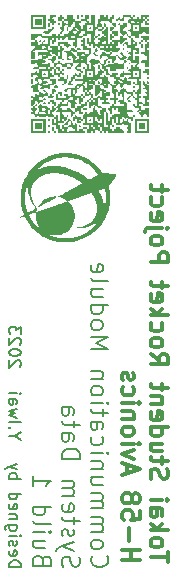
<source format=gbr>
%TF.GenerationSoftware,KiCad,Pcbnew,7.0.1-0*%
%TF.CreationDate,2023-05-25T18:21:21+09:00*%
%TF.ProjectId,SystemData,53797374-656d-4446-9174-612e6b696361,rev?*%
%TF.SameCoordinates,Original*%
%TF.FileFunction,Legend,Bot*%
%TF.FilePolarity,Positive*%
%FSLAX46Y46*%
G04 Gerber Fmt 4.6, Leading zero omitted, Abs format (unit mm)*
G04 Created by KiCad (PCBNEW 7.0.1-0) date 2023-05-25 18:21:21*
%MOMM*%
%LPD*%
G01*
G04 APERTURE LIST*
%ADD10C,0.300000*%
%ADD11C,0.187500*%
%ADD12C,0.153000*%
G04 APERTURE END LIST*
D10*
X154613571Y-104857142D02*
X154613571Y-104000000D01*
X153113571Y-104428571D02*
X154613571Y-104428571D01*
X153113571Y-103285714D02*
X153185000Y-103428571D01*
X153185000Y-103428571D02*
X153256428Y-103500000D01*
X153256428Y-103500000D02*
X153399285Y-103571428D01*
X153399285Y-103571428D02*
X153827857Y-103571428D01*
X153827857Y-103571428D02*
X153970714Y-103500000D01*
X153970714Y-103500000D02*
X154042142Y-103428571D01*
X154042142Y-103428571D02*
X154113571Y-103285714D01*
X154113571Y-103285714D02*
X154113571Y-103071428D01*
X154113571Y-103071428D02*
X154042142Y-102928571D01*
X154042142Y-102928571D02*
X153970714Y-102857143D01*
X153970714Y-102857143D02*
X153827857Y-102785714D01*
X153827857Y-102785714D02*
X153399285Y-102785714D01*
X153399285Y-102785714D02*
X153256428Y-102857143D01*
X153256428Y-102857143D02*
X153185000Y-102928571D01*
X153185000Y-102928571D02*
X153113571Y-103071428D01*
X153113571Y-103071428D02*
X153113571Y-103285714D01*
X153113571Y-102142857D02*
X154613571Y-102142857D01*
X153685000Y-102000000D02*
X153113571Y-101571428D01*
X154113571Y-101571428D02*
X153542142Y-102142857D01*
X153113571Y-100285714D02*
X153899285Y-100285714D01*
X153899285Y-100285714D02*
X154042142Y-100357142D01*
X154042142Y-100357142D02*
X154113571Y-100499999D01*
X154113571Y-100499999D02*
X154113571Y-100785714D01*
X154113571Y-100785714D02*
X154042142Y-100928571D01*
X153185000Y-100285714D02*
X153113571Y-100428571D01*
X153113571Y-100428571D02*
X153113571Y-100785714D01*
X153113571Y-100785714D02*
X153185000Y-100928571D01*
X153185000Y-100928571D02*
X153327857Y-100999999D01*
X153327857Y-100999999D02*
X153470714Y-100999999D01*
X153470714Y-100999999D02*
X153613571Y-100928571D01*
X153613571Y-100928571D02*
X153685000Y-100785714D01*
X153685000Y-100785714D02*
X153685000Y-100428571D01*
X153685000Y-100428571D02*
X153756428Y-100285714D01*
X153113571Y-99571428D02*
X154113571Y-99571428D01*
X154613571Y-99571428D02*
X154542142Y-99642856D01*
X154542142Y-99642856D02*
X154470714Y-99571428D01*
X154470714Y-99571428D02*
X154542142Y-99499999D01*
X154542142Y-99499999D02*
X154613571Y-99571428D01*
X154613571Y-99571428D02*
X154470714Y-99571428D01*
X153185000Y-97785713D02*
X153113571Y-97571428D01*
X153113571Y-97571428D02*
X153113571Y-97214285D01*
X153113571Y-97214285D02*
X153185000Y-97071428D01*
X153185000Y-97071428D02*
X153256428Y-96999999D01*
X153256428Y-96999999D02*
X153399285Y-96928570D01*
X153399285Y-96928570D02*
X153542142Y-96928570D01*
X153542142Y-96928570D02*
X153685000Y-96999999D01*
X153685000Y-96999999D02*
X153756428Y-97071428D01*
X153756428Y-97071428D02*
X153827857Y-97214285D01*
X153827857Y-97214285D02*
X153899285Y-97499999D01*
X153899285Y-97499999D02*
X153970714Y-97642856D01*
X153970714Y-97642856D02*
X154042142Y-97714285D01*
X154042142Y-97714285D02*
X154185000Y-97785713D01*
X154185000Y-97785713D02*
X154327857Y-97785713D01*
X154327857Y-97785713D02*
X154470714Y-97714285D01*
X154470714Y-97714285D02*
X154542142Y-97642856D01*
X154542142Y-97642856D02*
X154613571Y-97499999D01*
X154613571Y-97499999D02*
X154613571Y-97142856D01*
X154613571Y-97142856D02*
X154542142Y-96928570D01*
X154113571Y-96499999D02*
X154113571Y-95928571D01*
X154613571Y-96285714D02*
X153327857Y-96285714D01*
X153327857Y-96285714D02*
X153185000Y-96214285D01*
X153185000Y-96214285D02*
X153113571Y-96071428D01*
X153113571Y-96071428D02*
X153113571Y-95928571D01*
X154113571Y-94785714D02*
X153113571Y-94785714D01*
X154113571Y-95428571D02*
X153327857Y-95428571D01*
X153327857Y-95428571D02*
X153185000Y-95357142D01*
X153185000Y-95357142D02*
X153113571Y-95214285D01*
X153113571Y-95214285D02*
X153113571Y-94999999D01*
X153113571Y-94999999D02*
X153185000Y-94857142D01*
X153185000Y-94857142D02*
X153256428Y-94785714D01*
X153113571Y-93428571D02*
X154613571Y-93428571D01*
X153185000Y-93428571D02*
X153113571Y-93571428D01*
X153113571Y-93571428D02*
X153113571Y-93857142D01*
X153113571Y-93857142D02*
X153185000Y-93999999D01*
X153185000Y-93999999D02*
X153256428Y-94071428D01*
X153256428Y-94071428D02*
X153399285Y-94142856D01*
X153399285Y-94142856D02*
X153827857Y-94142856D01*
X153827857Y-94142856D02*
X153970714Y-94071428D01*
X153970714Y-94071428D02*
X154042142Y-93999999D01*
X154042142Y-93999999D02*
X154113571Y-93857142D01*
X154113571Y-93857142D02*
X154113571Y-93571428D01*
X154113571Y-93571428D02*
X154042142Y-93428571D01*
X153185000Y-92142856D02*
X153113571Y-92285713D01*
X153113571Y-92285713D02*
X153113571Y-92571428D01*
X153113571Y-92571428D02*
X153185000Y-92714285D01*
X153185000Y-92714285D02*
X153327857Y-92785713D01*
X153327857Y-92785713D02*
X153899285Y-92785713D01*
X153899285Y-92785713D02*
X154042142Y-92714285D01*
X154042142Y-92714285D02*
X154113571Y-92571428D01*
X154113571Y-92571428D02*
X154113571Y-92285713D01*
X154113571Y-92285713D02*
X154042142Y-92142856D01*
X154042142Y-92142856D02*
X153899285Y-92071428D01*
X153899285Y-92071428D02*
X153756428Y-92071428D01*
X153756428Y-92071428D02*
X153613571Y-92785713D01*
X154113571Y-91428571D02*
X153113571Y-91428571D01*
X153970714Y-91428571D02*
X154042142Y-91357142D01*
X154042142Y-91357142D02*
X154113571Y-91214285D01*
X154113571Y-91214285D02*
X154113571Y-90999999D01*
X154113571Y-90999999D02*
X154042142Y-90857142D01*
X154042142Y-90857142D02*
X153899285Y-90785714D01*
X153899285Y-90785714D02*
X153113571Y-90785714D01*
X154113571Y-90285713D02*
X154113571Y-89714285D01*
X154613571Y-90071428D02*
X153327857Y-90071428D01*
X153327857Y-90071428D02*
X153185000Y-89999999D01*
X153185000Y-89999999D02*
X153113571Y-89857142D01*
X153113571Y-89857142D02*
X153113571Y-89714285D01*
X153113571Y-87214285D02*
X153827857Y-87714285D01*
X153113571Y-88071428D02*
X154613571Y-88071428D01*
X154613571Y-88071428D02*
X154613571Y-87499999D01*
X154613571Y-87499999D02*
X154542142Y-87357142D01*
X154542142Y-87357142D02*
X154470714Y-87285713D01*
X154470714Y-87285713D02*
X154327857Y-87214285D01*
X154327857Y-87214285D02*
X154113571Y-87214285D01*
X154113571Y-87214285D02*
X153970714Y-87285713D01*
X153970714Y-87285713D02*
X153899285Y-87357142D01*
X153899285Y-87357142D02*
X153827857Y-87499999D01*
X153827857Y-87499999D02*
X153827857Y-88071428D01*
X153113571Y-86357142D02*
X153185000Y-86499999D01*
X153185000Y-86499999D02*
X153256428Y-86571428D01*
X153256428Y-86571428D02*
X153399285Y-86642856D01*
X153399285Y-86642856D02*
X153827857Y-86642856D01*
X153827857Y-86642856D02*
X153970714Y-86571428D01*
X153970714Y-86571428D02*
X154042142Y-86499999D01*
X154042142Y-86499999D02*
X154113571Y-86357142D01*
X154113571Y-86357142D02*
X154113571Y-86142856D01*
X154113571Y-86142856D02*
X154042142Y-85999999D01*
X154042142Y-85999999D02*
X153970714Y-85928571D01*
X153970714Y-85928571D02*
X153827857Y-85857142D01*
X153827857Y-85857142D02*
X153399285Y-85857142D01*
X153399285Y-85857142D02*
X153256428Y-85928571D01*
X153256428Y-85928571D02*
X153185000Y-85999999D01*
X153185000Y-85999999D02*
X153113571Y-86142856D01*
X153113571Y-86142856D02*
X153113571Y-86357142D01*
X153185000Y-84571428D02*
X153113571Y-84714285D01*
X153113571Y-84714285D02*
X153113571Y-84999999D01*
X153113571Y-84999999D02*
X153185000Y-85142856D01*
X153185000Y-85142856D02*
X153256428Y-85214285D01*
X153256428Y-85214285D02*
X153399285Y-85285713D01*
X153399285Y-85285713D02*
X153827857Y-85285713D01*
X153827857Y-85285713D02*
X153970714Y-85214285D01*
X153970714Y-85214285D02*
X154042142Y-85142856D01*
X154042142Y-85142856D02*
X154113571Y-84999999D01*
X154113571Y-84999999D02*
X154113571Y-84714285D01*
X154113571Y-84714285D02*
X154042142Y-84571428D01*
X153113571Y-83928571D02*
X154613571Y-83928571D01*
X153685000Y-83785714D02*
X153113571Y-83357142D01*
X154113571Y-83357142D02*
X153542142Y-83928571D01*
X153185000Y-82142856D02*
X153113571Y-82285713D01*
X153113571Y-82285713D02*
X153113571Y-82571428D01*
X153113571Y-82571428D02*
X153185000Y-82714285D01*
X153185000Y-82714285D02*
X153327857Y-82785713D01*
X153327857Y-82785713D02*
X153899285Y-82785713D01*
X153899285Y-82785713D02*
X154042142Y-82714285D01*
X154042142Y-82714285D02*
X154113571Y-82571428D01*
X154113571Y-82571428D02*
X154113571Y-82285713D01*
X154113571Y-82285713D02*
X154042142Y-82142856D01*
X154042142Y-82142856D02*
X153899285Y-82071428D01*
X153899285Y-82071428D02*
X153756428Y-82071428D01*
X153756428Y-82071428D02*
X153613571Y-82785713D01*
X154113571Y-81642856D02*
X154113571Y-81071428D01*
X154613571Y-81428571D02*
X153327857Y-81428571D01*
X153327857Y-81428571D02*
X153185000Y-81357142D01*
X153185000Y-81357142D02*
X153113571Y-81214285D01*
X153113571Y-81214285D02*
X153113571Y-81071428D01*
X153113571Y-79428571D02*
X154613571Y-79428571D01*
X154613571Y-79428571D02*
X154613571Y-78857142D01*
X154613571Y-78857142D02*
X154542142Y-78714285D01*
X154542142Y-78714285D02*
X154470714Y-78642856D01*
X154470714Y-78642856D02*
X154327857Y-78571428D01*
X154327857Y-78571428D02*
X154113571Y-78571428D01*
X154113571Y-78571428D02*
X153970714Y-78642856D01*
X153970714Y-78642856D02*
X153899285Y-78714285D01*
X153899285Y-78714285D02*
X153827857Y-78857142D01*
X153827857Y-78857142D02*
X153827857Y-79428571D01*
X153113571Y-77714285D02*
X153185000Y-77857142D01*
X153185000Y-77857142D02*
X153256428Y-77928571D01*
X153256428Y-77928571D02*
X153399285Y-77999999D01*
X153399285Y-77999999D02*
X153827857Y-77999999D01*
X153827857Y-77999999D02*
X153970714Y-77928571D01*
X153970714Y-77928571D02*
X154042142Y-77857142D01*
X154042142Y-77857142D02*
X154113571Y-77714285D01*
X154113571Y-77714285D02*
X154113571Y-77499999D01*
X154113571Y-77499999D02*
X154042142Y-77357142D01*
X154042142Y-77357142D02*
X153970714Y-77285714D01*
X153970714Y-77285714D02*
X153827857Y-77214285D01*
X153827857Y-77214285D02*
X153399285Y-77214285D01*
X153399285Y-77214285D02*
X153256428Y-77285714D01*
X153256428Y-77285714D02*
X153185000Y-77357142D01*
X153185000Y-77357142D02*
X153113571Y-77499999D01*
X153113571Y-77499999D02*
X153113571Y-77714285D01*
X154113571Y-76571428D02*
X152827857Y-76571428D01*
X152827857Y-76571428D02*
X152685000Y-76642856D01*
X152685000Y-76642856D02*
X152613571Y-76785713D01*
X152613571Y-76785713D02*
X152613571Y-76857142D01*
X154613571Y-76571428D02*
X154542142Y-76642856D01*
X154542142Y-76642856D02*
X154470714Y-76571428D01*
X154470714Y-76571428D02*
X154542142Y-76499999D01*
X154542142Y-76499999D02*
X154613571Y-76571428D01*
X154613571Y-76571428D02*
X154470714Y-76571428D01*
X153185000Y-75285713D02*
X153113571Y-75428570D01*
X153113571Y-75428570D02*
X153113571Y-75714285D01*
X153113571Y-75714285D02*
X153185000Y-75857142D01*
X153185000Y-75857142D02*
X153327857Y-75928570D01*
X153327857Y-75928570D02*
X153899285Y-75928570D01*
X153899285Y-75928570D02*
X154042142Y-75857142D01*
X154042142Y-75857142D02*
X154113571Y-75714285D01*
X154113571Y-75714285D02*
X154113571Y-75428570D01*
X154113571Y-75428570D02*
X154042142Y-75285713D01*
X154042142Y-75285713D02*
X153899285Y-75214285D01*
X153899285Y-75214285D02*
X153756428Y-75214285D01*
X153756428Y-75214285D02*
X153613571Y-75928570D01*
X153185000Y-73928571D02*
X153113571Y-74071428D01*
X153113571Y-74071428D02*
X153113571Y-74357142D01*
X153113571Y-74357142D02*
X153185000Y-74499999D01*
X153185000Y-74499999D02*
X153256428Y-74571428D01*
X153256428Y-74571428D02*
X153399285Y-74642856D01*
X153399285Y-74642856D02*
X153827857Y-74642856D01*
X153827857Y-74642856D02*
X153970714Y-74571428D01*
X153970714Y-74571428D02*
X154042142Y-74499999D01*
X154042142Y-74499999D02*
X154113571Y-74357142D01*
X154113571Y-74357142D02*
X154113571Y-74071428D01*
X154113571Y-74071428D02*
X154042142Y-73928571D01*
X154113571Y-73499999D02*
X154113571Y-72928571D01*
X154613571Y-73285714D02*
X153327857Y-73285714D01*
X153327857Y-73285714D02*
X153185000Y-73214285D01*
X153185000Y-73214285D02*
X153113571Y-73071428D01*
X153113571Y-73071428D02*
X153113571Y-72928571D01*
X150683571Y-104642857D02*
X152183571Y-104642857D01*
X151469285Y-104642857D02*
X151469285Y-103785714D01*
X150683571Y-103785714D02*
X152183571Y-103785714D01*
X151255000Y-103071428D02*
X151255000Y-101928571D01*
X152183571Y-100499999D02*
X152183571Y-101214285D01*
X152183571Y-101214285D02*
X151469285Y-101285713D01*
X151469285Y-101285713D02*
X151540714Y-101214285D01*
X151540714Y-101214285D02*
X151612142Y-101071428D01*
X151612142Y-101071428D02*
X151612142Y-100714285D01*
X151612142Y-100714285D02*
X151540714Y-100571428D01*
X151540714Y-100571428D02*
X151469285Y-100499999D01*
X151469285Y-100499999D02*
X151326428Y-100428570D01*
X151326428Y-100428570D02*
X150969285Y-100428570D01*
X150969285Y-100428570D02*
X150826428Y-100499999D01*
X150826428Y-100499999D02*
X150755000Y-100571428D01*
X150755000Y-100571428D02*
X150683571Y-100714285D01*
X150683571Y-100714285D02*
X150683571Y-101071428D01*
X150683571Y-101071428D02*
X150755000Y-101214285D01*
X150755000Y-101214285D02*
X150826428Y-101285713D01*
X151540714Y-99571428D02*
X151612142Y-99714285D01*
X151612142Y-99714285D02*
X151683571Y-99785714D01*
X151683571Y-99785714D02*
X151826428Y-99857142D01*
X151826428Y-99857142D02*
X151897857Y-99857142D01*
X151897857Y-99857142D02*
X152040714Y-99785714D01*
X152040714Y-99785714D02*
X152112142Y-99714285D01*
X152112142Y-99714285D02*
X152183571Y-99571428D01*
X152183571Y-99571428D02*
X152183571Y-99285714D01*
X152183571Y-99285714D02*
X152112142Y-99142857D01*
X152112142Y-99142857D02*
X152040714Y-99071428D01*
X152040714Y-99071428D02*
X151897857Y-98999999D01*
X151897857Y-98999999D02*
X151826428Y-98999999D01*
X151826428Y-98999999D02*
X151683571Y-99071428D01*
X151683571Y-99071428D02*
X151612142Y-99142857D01*
X151612142Y-99142857D02*
X151540714Y-99285714D01*
X151540714Y-99285714D02*
X151540714Y-99571428D01*
X151540714Y-99571428D02*
X151469285Y-99714285D01*
X151469285Y-99714285D02*
X151397857Y-99785714D01*
X151397857Y-99785714D02*
X151255000Y-99857142D01*
X151255000Y-99857142D02*
X150969285Y-99857142D01*
X150969285Y-99857142D02*
X150826428Y-99785714D01*
X150826428Y-99785714D02*
X150755000Y-99714285D01*
X150755000Y-99714285D02*
X150683571Y-99571428D01*
X150683571Y-99571428D02*
X150683571Y-99285714D01*
X150683571Y-99285714D02*
X150755000Y-99142857D01*
X150755000Y-99142857D02*
X150826428Y-99071428D01*
X150826428Y-99071428D02*
X150969285Y-98999999D01*
X150969285Y-98999999D02*
X151255000Y-98999999D01*
X151255000Y-98999999D02*
X151397857Y-99071428D01*
X151397857Y-99071428D02*
X151469285Y-99142857D01*
X151469285Y-99142857D02*
X151540714Y-99285714D01*
X151112142Y-97285714D02*
X151112142Y-96571429D01*
X150683571Y-97428571D02*
X152183571Y-96928571D01*
X152183571Y-96928571D02*
X150683571Y-96428571D01*
X151683571Y-96071429D02*
X150683571Y-95714286D01*
X150683571Y-95714286D02*
X151683571Y-95357143D01*
X150683571Y-94785715D02*
X151683571Y-94785715D01*
X152183571Y-94785715D02*
X152112142Y-94857143D01*
X152112142Y-94857143D02*
X152040714Y-94785715D01*
X152040714Y-94785715D02*
X152112142Y-94714286D01*
X152112142Y-94714286D02*
X152183571Y-94785715D01*
X152183571Y-94785715D02*
X152040714Y-94785715D01*
X150683571Y-93857143D02*
X150755000Y-94000000D01*
X150755000Y-94000000D02*
X150826428Y-94071429D01*
X150826428Y-94071429D02*
X150969285Y-94142857D01*
X150969285Y-94142857D02*
X151397857Y-94142857D01*
X151397857Y-94142857D02*
X151540714Y-94071429D01*
X151540714Y-94071429D02*
X151612142Y-94000000D01*
X151612142Y-94000000D02*
X151683571Y-93857143D01*
X151683571Y-93857143D02*
X151683571Y-93642857D01*
X151683571Y-93642857D02*
X151612142Y-93500000D01*
X151612142Y-93500000D02*
X151540714Y-93428572D01*
X151540714Y-93428572D02*
X151397857Y-93357143D01*
X151397857Y-93357143D02*
X150969285Y-93357143D01*
X150969285Y-93357143D02*
X150826428Y-93428572D01*
X150826428Y-93428572D02*
X150755000Y-93500000D01*
X150755000Y-93500000D02*
X150683571Y-93642857D01*
X150683571Y-93642857D02*
X150683571Y-93857143D01*
X151683571Y-92714286D02*
X150683571Y-92714286D01*
X151540714Y-92714286D02*
X151612142Y-92642857D01*
X151612142Y-92642857D02*
X151683571Y-92500000D01*
X151683571Y-92500000D02*
X151683571Y-92285714D01*
X151683571Y-92285714D02*
X151612142Y-92142857D01*
X151612142Y-92142857D02*
X151469285Y-92071429D01*
X151469285Y-92071429D02*
X150683571Y-92071429D01*
X150683571Y-91357143D02*
X151683571Y-91357143D01*
X152183571Y-91357143D02*
X152112142Y-91428571D01*
X152112142Y-91428571D02*
X152040714Y-91357143D01*
X152040714Y-91357143D02*
X152112142Y-91285714D01*
X152112142Y-91285714D02*
X152183571Y-91357143D01*
X152183571Y-91357143D02*
X152040714Y-91357143D01*
X150755000Y-90000000D02*
X150683571Y-90142857D01*
X150683571Y-90142857D02*
X150683571Y-90428571D01*
X150683571Y-90428571D02*
X150755000Y-90571428D01*
X150755000Y-90571428D02*
X150826428Y-90642857D01*
X150826428Y-90642857D02*
X150969285Y-90714285D01*
X150969285Y-90714285D02*
X151397857Y-90714285D01*
X151397857Y-90714285D02*
X151540714Y-90642857D01*
X151540714Y-90642857D02*
X151612142Y-90571428D01*
X151612142Y-90571428D02*
X151683571Y-90428571D01*
X151683571Y-90428571D02*
X151683571Y-90142857D01*
X151683571Y-90142857D02*
X151612142Y-90000000D01*
X150755000Y-89428571D02*
X150683571Y-89285714D01*
X150683571Y-89285714D02*
X150683571Y-89000000D01*
X150683571Y-89000000D02*
X150755000Y-88857143D01*
X150755000Y-88857143D02*
X150897857Y-88785714D01*
X150897857Y-88785714D02*
X150969285Y-88785714D01*
X150969285Y-88785714D02*
X151112142Y-88857143D01*
X151112142Y-88857143D02*
X151183571Y-89000000D01*
X151183571Y-89000000D02*
X151183571Y-89214286D01*
X151183571Y-89214286D02*
X151255000Y-89357143D01*
X151255000Y-89357143D02*
X151397857Y-89428571D01*
X151397857Y-89428571D02*
X151469285Y-89428571D01*
X151469285Y-89428571D02*
X151612142Y-89357143D01*
X151612142Y-89357143D02*
X151683571Y-89214286D01*
X151683571Y-89214286D02*
X151683571Y-89000000D01*
X151683571Y-89000000D02*
X151612142Y-88857143D01*
D11*
X148186428Y-104285714D02*
X148115000Y-104357142D01*
X148115000Y-104357142D02*
X148043571Y-104571428D01*
X148043571Y-104571428D02*
X148043571Y-104714285D01*
X148043571Y-104714285D02*
X148115000Y-104928571D01*
X148115000Y-104928571D02*
X148257857Y-105071428D01*
X148257857Y-105071428D02*
X148400714Y-105142857D01*
X148400714Y-105142857D02*
X148686428Y-105214285D01*
X148686428Y-105214285D02*
X148900714Y-105214285D01*
X148900714Y-105214285D02*
X149186428Y-105142857D01*
X149186428Y-105142857D02*
X149329285Y-105071428D01*
X149329285Y-105071428D02*
X149472142Y-104928571D01*
X149472142Y-104928571D02*
X149543571Y-104714285D01*
X149543571Y-104714285D02*
X149543571Y-104571428D01*
X149543571Y-104571428D02*
X149472142Y-104357142D01*
X149472142Y-104357142D02*
X149400714Y-104285714D01*
X148043571Y-103428571D02*
X148115000Y-103571428D01*
X148115000Y-103571428D02*
X148186428Y-103642857D01*
X148186428Y-103642857D02*
X148329285Y-103714285D01*
X148329285Y-103714285D02*
X148757857Y-103714285D01*
X148757857Y-103714285D02*
X148900714Y-103642857D01*
X148900714Y-103642857D02*
X148972142Y-103571428D01*
X148972142Y-103571428D02*
X149043571Y-103428571D01*
X149043571Y-103428571D02*
X149043571Y-103214285D01*
X149043571Y-103214285D02*
X148972142Y-103071428D01*
X148972142Y-103071428D02*
X148900714Y-103000000D01*
X148900714Y-103000000D02*
X148757857Y-102928571D01*
X148757857Y-102928571D02*
X148329285Y-102928571D01*
X148329285Y-102928571D02*
X148186428Y-103000000D01*
X148186428Y-103000000D02*
X148115000Y-103071428D01*
X148115000Y-103071428D02*
X148043571Y-103214285D01*
X148043571Y-103214285D02*
X148043571Y-103428571D01*
X148043571Y-102285714D02*
X149043571Y-102285714D01*
X148900714Y-102285714D02*
X148972142Y-102214285D01*
X148972142Y-102214285D02*
X149043571Y-102071428D01*
X149043571Y-102071428D02*
X149043571Y-101857142D01*
X149043571Y-101857142D02*
X148972142Y-101714285D01*
X148972142Y-101714285D02*
X148829285Y-101642857D01*
X148829285Y-101642857D02*
X148043571Y-101642857D01*
X148829285Y-101642857D02*
X148972142Y-101571428D01*
X148972142Y-101571428D02*
X149043571Y-101428571D01*
X149043571Y-101428571D02*
X149043571Y-101214285D01*
X149043571Y-101214285D02*
X148972142Y-101071428D01*
X148972142Y-101071428D02*
X148829285Y-100999999D01*
X148829285Y-100999999D02*
X148043571Y-100999999D01*
X148043571Y-100285714D02*
X149043571Y-100285714D01*
X148900714Y-100285714D02*
X148972142Y-100214285D01*
X148972142Y-100214285D02*
X149043571Y-100071428D01*
X149043571Y-100071428D02*
X149043571Y-99857142D01*
X149043571Y-99857142D02*
X148972142Y-99714285D01*
X148972142Y-99714285D02*
X148829285Y-99642857D01*
X148829285Y-99642857D02*
X148043571Y-99642857D01*
X148829285Y-99642857D02*
X148972142Y-99571428D01*
X148972142Y-99571428D02*
X149043571Y-99428571D01*
X149043571Y-99428571D02*
X149043571Y-99214285D01*
X149043571Y-99214285D02*
X148972142Y-99071428D01*
X148972142Y-99071428D02*
X148829285Y-98999999D01*
X148829285Y-98999999D02*
X148043571Y-98999999D01*
X149043571Y-97642857D02*
X148043571Y-97642857D01*
X149043571Y-98285714D02*
X148257857Y-98285714D01*
X148257857Y-98285714D02*
X148115000Y-98214285D01*
X148115000Y-98214285D02*
X148043571Y-98071428D01*
X148043571Y-98071428D02*
X148043571Y-97857142D01*
X148043571Y-97857142D02*
X148115000Y-97714285D01*
X148115000Y-97714285D02*
X148186428Y-97642857D01*
X149043571Y-96928571D02*
X148043571Y-96928571D01*
X148900714Y-96928571D02*
X148972142Y-96857142D01*
X148972142Y-96857142D02*
X149043571Y-96714285D01*
X149043571Y-96714285D02*
X149043571Y-96499999D01*
X149043571Y-96499999D02*
X148972142Y-96357142D01*
X148972142Y-96357142D02*
X148829285Y-96285714D01*
X148829285Y-96285714D02*
X148043571Y-96285714D01*
X148043571Y-95571428D02*
X149043571Y-95571428D01*
X149543571Y-95571428D02*
X149472142Y-95642856D01*
X149472142Y-95642856D02*
X149400714Y-95571428D01*
X149400714Y-95571428D02*
X149472142Y-95499999D01*
X149472142Y-95499999D02*
X149543571Y-95571428D01*
X149543571Y-95571428D02*
X149400714Y-95571428D01*
X148115000Y-94214285D02*
X148043571Y-94357142D01*
X148043571Y-94357142D02*
X148043571Y-94642856D01*
X148043571Y-94642856D02*
X148115000Y-94785713D01*
X148115000Y-94785713D02*
X148186428Y-94857142D01*
X148186428Y-94857142D02*
X148329285Y-94928570D01*
X148329285Y-94928570D02*
X148757857Y-94928570D01*
X148757857Y-94928570D02*
X148900714Y-94857142D01*
X148900714Y-94857142D02*
X148972142Y-94785713D01*
X148972142Y-94785713D02*
X149043571Y-94642856D01*
X149043571Y-94642856D02*
X149043571Y-94357142D01*
X149043571Y-94357142D02*
X148972142Y-94214285D01*
X148043571Y-92928571D02*
X148829285Y-92928571D01*
X148829285Y-92928571D02*
X148972142Y-92999999D01*
X148972142Y-92999999D02*
X149043571Y-93142856D01*
X149043571Y-93142856D02*
X149043571Y-93428571D01*
X149043571Y-93428571D02*
X148972142Y-93571428D01*
X148115000Y-92928571D02*
X148043571Y-93071428D01*
X148043571Y-93071428D02*
X148043571Y-93428571D01*
X148043571Y-93428571D02*
X148115000Y-93571428D01*
X148115000Y-93571428D02*
X148257857Y-93642856D01*
X148257857Y-93642856D02*
X148400714Y-93642856D01*
X148400714Y-93642856D02*
X148543571Y-93571428D01*
X148543571Y-93571428D02*
X148615000Y-93428571D01*
X148615000Y-93428571D02*
X148615000Y-93071428D01*
X148615000Y-93071428D02*
X148686428Y-92928571D01*
X149043571Y-92428570D02*
X149043571Y-91857142D01*
X149543571Y-92214285D02*
X148257857Y-92214285D01*
X148257857Y-92214285D02*
X148115000Y-92142856D01*
X148115000Y-92142856D02*
X148043571Y-91999999D01*
X148043571Y-91999999D02*
X148043571Y-91857142D01*
X148043571Y-91357142D02*
X149043571Y-91357142D01*
X149543571Y-91357142D02*
X149472142Y-91428570D01*
X149472142Y-91428570D02*
X149400714Y-91357142D01*
X149400714Y-91357142D02*
X149472142Y-91285713D01*
X149472142Y-91285713D02*
X149543571Y-91357142D01*
X149543571Y-91357142D02*
X149400714Y-91357142D01*
X148043571Y-90428570D02*
X148115000Y-90571427D01*
X148115000Y-90571427D02*
X148186428Y-90642856D01*
X148186428Y-90642856D02*
X148329285Y-90714284D01*
X148329285Y-90714284D02*
X148757857Y-90714284D01*
X148757857Y-90714284D02*
X148900714Y-90642856D01*
X148900714Y-90642856D02*
X148972142Y-90571427D01*
X148972142Y-90571427D02*
X149043571Y-90428570D01*
X149043571Y-90428570D02*
X149043571Y-90214284D01*
X149043571Y-90214284D02*
X148972142Y-90071427D01*
X148972142Y-90071427D02*
X148900714Y-89999999D01*
X148900714Y-89999999D02*
X148757857Y-89928570D01*
X148757857Y-89928570D02*
X148329285Y-89928570D01*
X148329285Y-89928570D02*
X148186428Y-89999999D01*
X148186428Y-89999999D02*
X148115000Y-90071427D01*
X148115000Y-90071427D02*
X148043571Y-90214284D01*
X148043571Y-90214284D02*
X148043571Y-90428570D01*
X149043571Y-89285713D02*
X148043571Y-89285713D01*
X148900714Y-89285713D02*
X148972142Y-89214284D01*
X148972142Y-89214284D02*
X149043571Y-89071427D01*
X149043571Y-89071427D02*
X149043571Y-88857141D01*
X149043571Y-88857141D02*
X148972142Y-88714284D01*
X148972142Y-88714284D02*
X148829285Y-88642856D01*
X148829285Y-88642856D02*
X148043571Y-88642856D01*
X148043571Y-86785713D02*
X149543571Y-86785713D01*
X149543571Y-86785713D02*
X148472142Y-86285713D01*
X148472142Y-86285713D02*
X149543571Y-85785713D01*
X149543571Y-85785713D02*
X148043571Y-85785713D01*
X148043571Y-84857141D02*
X148115000Y-84999998D01*
X148115000Y-84999998D02*
X148186428Y-85071427D01*
X148186428Y-85071427D02*
X148329285Y-85142855D01*
X148329285Y-85142855D02*
X148757857Y-85142855D01*
X148757857Y-85142855D02*
X148900714Y-85071427D01*
X148900714Y-85071427D02*
X148972142Y-84999998D01*
X148972142Y-84999998D02*
X149043571Y-84857141D01*
X149043571Y-84857141D02*
X149043571Y-84642855D01*
X149043571Y-84642855D02*
X148972142Y-84499998D01*
X148972142Y-84499998D02*
X148900714Y-84428570D01*
X148900714Y-84428570D02*
X148757857Y-84357141D01*
X148757857Y-84357141D02*
X148329285Y-84357141D01*
X148329285Y-84357141D02*
X148186428Y-84428570D01*
X148186428Y-84428570D02*
X148115000Y-84499998D01*
X148115000Y-84499998D02*
X148043571Y-84642855D01*
X148043571Y-84642855D02*
X148043571Y-84857141D01*
X148043571Y-83071427D02*
X149543571Y-83071427D01*
X148115000Y-83071427D02*
X148043571Y-83214284D01*
X148043571Y-83214284D02*
X148043571Y-83499998D01*
X148043571Y-83499998D02*
X148115000Y-83642855D01*
X148115000Y-83642855D02*
X148186428Y-83714284D01*
X148186428Y-83714284D02*
X148329285Y-83785712D01*
X148329285Y-83785712D02*
X148757857Y-83785712D01*
X148757857Y-83785712D02*
X148900714Y-83714284D01*
X148900714Y-83714284D02*
X148972142Y-83642855D01*
X148972142Y-83642855D02*
X149043571Y-83499998D01*
X149043571Y-83499998D02*
X149043571Y-83214284D01*
X149043571Y-83214284D02*
X148972142Y-83071427D01*
X149043571Y-81714284D02*
X148043571Y-81714284D01*
X149043571Y-82357141D02*
X148257857Y-82357141D01*
X148257857Y-82357141D02*
X148115000Y-82285712D01*
X148115000Y-82285712D02*
X148043571Y-82142855D01*
X148043571Y-82142855D02*
X148043571Y-81928569D01*
X148043571Y-81928569D02*
X148115000Y-81785712D01*
X148115000Y-81785712D02*
X148186428Y-81714284D01*
X148043571Y-80785712D02*
X148115000Y-80928569D01*
X148115000Y-80928569D02*
X148257857Y-80999998D01*
X148257857Y-80999998D02*
X149543571Y-80999998D01*
X148115000Y-79642855D02*
X148043571Y-79785712D01*
X148043571Y-79785712D02*
X148043571Y-80071427D01*
X148043571Y-80071427D02*
X148115000Y-80214284D01*
X148115000Y-80214284D02*
X148257857Y-80285712D01*
X148257857Y-80285712D02*
X148829285Y-80285712D01*
X148829285Y-80285712D02*
X148972142Y-80214284D01*
X148972142Y-80214284D02*
X149043571Y-80071427D01*
X149043571Y-80071427D02*
X149043571Y-79785712D01*
X149043571Y-79785712D02*
X148972142Y-79642855D01*
X148972142Y-79642855D02*
X148829285Y-79571427D01*
X148829285Y-79571427D02*
X148686428Y-79571427D01*
X148686428Y-79571427D02*
X148543571Y-80285712D01*
X145685000Y-105214285D02*
X145613571Y-105000000D01*
X145613571Y-105000000D02*
X145613571Y-104642857D01*
X145613571Y-104642857D02*
X145685000Y-104500000D01*
X145685000Y-104500000D02*
X145756428Y-104428571D01*
X145756428Y-104428571D02*
X145899285Y-104357142D01*
X145899285Y-104357142D02*
X146042142Y-104357142D01*
X146042142Y-104357142D02*
X146185000Y-104428571D01*
X146185000Y-104428571D02*
X146256428Y-104500000D01*
X146256428Y-104500000D02*
X146327857Y-104642857D01*
X146327857Y-104642857D02*
X146399285Y-104928571D01*
X146399285Y-104928571D02*
X146470714Y-105071428D01*
X146470714Y-105071428D02*
X146542142Y-105142857D01*
X146542142Y-105142857D02*
X146685000Y-105214285D01*
X146685000Y-105214285D02*
X146827857Y-105214285D01*
X146827857Y-105214285D02*
X146970714Y-105142857D01*
X146970714Y-105142857D02*
X147042142Y-105071428D01*
X147042142Y-105071428D02*
X147113571Y-104928571D01*
X147113571Y-104928571D02*
X147113571Y-104571428D01*
X147113571Y-104571428D02*
X147042142Y-104357142D01*
X146613571Y-103857143D02*
X145613571Y-103500000D01*
X146613571Y-103142857D02*
X145613571Y-103500000D01*
X145613571Y-103500000D02*
X145256428Y-103642857D01*
X145256428Y-103642857D02*
X145185000Y-103714286D01*
X145185000Y-103714286D02*
X145113571Y-103857143D01*
X145685000Y-102642857D02*
X145613571Y-102500000D01*
X145613571Y-102500000D02*
X145613571Y-102214286D01*
X145613571Y-102214286D02*
X145685000Y-102071429D01*
X145685000Y-102071429D02*
X145827857Y-102000000D01*
X145827857Y-102000000D02*
X145899285Y-102000000D01*
X145899285Y-102000000D02*
X146042142Y-102071429D01*
X146042142Y-102071429D02*
X146113571Y-102214286D01*
X146113571Y-102214286D02*
X146113571Y-102428572D01*
X146113571Y-102428572D02*
X146185000Y-102571429D01*
X146185000Y-102571429D02*
X146327857Y-102642857D01*
X146327857Y-102642857D02*
X146399285Y-102642857D01*
X146399285Y-102642857D02*
X146542142Y-102571429D01*
X146542142Y-102571429D02*
X146613571Y-102428572D01*
X146613571Y-102428572D02*
X146613571Y-102214286D01*
X146613571Y-102214286D02*
X146542142Y-102071429D01*
X146613571Y-101571428D02*
X146613571Y-101000000D01*
X147113571Y-101357143D02*
X145827857Y-101357143D01*
X145827857Y-101357143D02*
X145685000Y-101285714D01*
X145685000Y-101285714D02*
X145613571Y-101142857D01*
X145613571Y-101142857D02*
X145613571Y-101000000D01*
X145685000Y-99928571D02*
X145613571Y-100071428D01*
X145613571Y-100071428D02*
X145613571Y-100357143D01*
X145613571Y-100357143D02*
X145685000Y-100500000D01*
X145685000Y-100500000D02*
X145827857Y-100571428D01*
X145827857Y-100571428D02*
X146399285Y-100571428D01*
X146399285Y-100571428D02*
X146542142Y-100500000D01*
X146542142Y-100500000D02*
X146613571Y-100357143D01*
X146613571Y-100357143D02*
X146613571Y-100071428D01*
X146613571Y-100071428D02*
X146542142Y-99928571D01*
X146542142Y-99928571D02*
X146399285Y-99857143D01*
X146399285Y-99857143D02*
X146256428Y-99857143D01*
X146256428Y-99857143D02*
X146113571Y-100571428D01*
X145613571Y-99214286D02*
X146613571Y-99214286D01*
X146470714Y-99214286D02*
X146542142Y-99142857D01*
X146542142Y-99142857D02*
X146613571Y-99000000D01*
X146613571Y-99000000D02*
X146613571Y-98785714D01*
X146613571Y-98785714D02*
X146542142Y-98642857D01*
X146542142Y-98642857D02*
X146399285Y-98571429D01*
X146399285Y-98571429D02*
X145613571Y-98571429D01*
X146399285Y-98571429D02*
X146542142Y-98500000D01*
X146542142Y-98500000D02*
X146613571Y-98357143D01*
X146613571Y-98357143D02*
X146613571Y-98142857D01*
X146613571Y-98142857D02*
X146542142Y-98000000D01*
X146542142Y-98000000D02*
X146399285Y-97928571D01*
X146399285Y-97928571D02*
X145613571Y-97928571D01*
X145613571Y-96071429D02*
X147113571Y-96071429D01*
X147113571Y-96071429D02*
X147113571Y-95714286D01*
X147113571Y-95714286D02*
X147042142Y-95500000D01*
X147042142Y-95500000D02*
X146899285Y-95357143D01*
X146899285Y-95357143D02*
X146756428Y-95285714D01*
X146756428Y-95285714D02*
X146470714Y-95214286D01*
X146470714Y-95214286D02*
X146256428Y-95214286D01*
X146256428Y-95214286D02*
X145970714Y-95285714D01*
X145970714Y-95285714D02*
X145827857Y-95357143D01*
X145827857Y-95357143D02*
X145685000Y-95500000D01*
X145685000Y-95500000D02*
X145613571Y-95714286D01*
X145613571Y-95714286D02*
X145613571Y-96071429D01*
X145613571Y-93928572D02*
X146399285Y-93928572D01*
X146399285Y-93928572D02*
X146542142Y-94000000D01*
X146542142Y-94000000D02*
X146613571Y-94142857D01*
X146613571Y-94142857D02*
X146613571Y-94428572D01*
X146613571Y-94428572D02*
X146542142Y-94571429D01*
X145685000Y-93928572D02*
X145613571Y-94071429D01*
X145613571Y-94071429D02*
X145613571Y-94428572D01*
X145613571Y-94428572D02*
X145685000Y-94571429D01*
X145685000Y-94571429D02*
X145827857Y-94642857D01*
X145827857Y-94642857D02*
X145970714Y-94642857D01*
X145970714Y-94642857D02*
X146113571Y-94571429D01*
X146113571Y-94571429D02*
X146185000Y-94428572D01*
X146185000Y-94428572D02*
X146185000Y-94071429D01*
X146185000Y-94071429D02*
X146256428Y-93928572D01*
X146613571Y-93428571D02*
X146613571Y-92857143D01*
X147113571Y-93214286D02*
X145827857Y-93214286D01*
X145827857Y-93214286D02*
X145685000Y-93142857D01*
X145685000Y-93142857D02*
X145613571Y-93000000D01*
X145613571Y-93000000D02*
X145613571Y-92857143D01*
X145613571Y-91714286D02*
X146399285Y-91714286D01*
X146399285Y-91714286D02*
X146542142Y-91785714D01*
X146542142Y-91785714D02*
X146613571Y-91928571D01*
X146613571Y-91928571D02*
X146613571Y-92214286D01*
X146613571Y-92214286D02*
X146542142Y-92357143D01*
X145685000Y-91714286D02*
X145613571Y-91857143D01*
X145613571Y-91857143D02*
X145613571Y-92214286D01*
X145613571Y-92214286D02*
X145685000Y-92357143D01*
X145685000Y-92357143D02*
X145827857Y-92428571D01*
X145827857Y-92428571D02*
X145970714Y-92428571D01*
X145970714Y-92428571D02*
X146113571Y-92357143D01*
X146113571Y-92357143D02*
X146185000Y-92214286D01*
X146185000Y-92214286D02*
X146185000Y-91857143D01*
X146185000Y-91857143D02*
X146256428Y-91714286D01*
X143969285Y-104642857D02*
X143897857Y-104428571D01*
X143897857Y-104428571D02*
X143826428Y-104357142D01*
X143826428Y-104357142D02*
X143683571Y-104285714D01*
X143683571Y-104285714D02*
X143469285Y-104285714D01*
X143469285Y-104285714D02*
X143326428Y-104357142D01*
X143326428Y-104357142D02*
X143255000Y-104428571D01*
X143255000Y-104428571D02*
X143183571Y-104571428D01*
X143183571Y-104571428D02*
X143183571Y-105142857D01*
X143183571Y-105142857D02*
X144683571Y-105142857D01*
X144683571Y-105142857D02*
X144683571Y-104642857D01*
X144683571Y-104642857D02*
X144612142Y-104500000D01*
X144612142Y-104500000D02*
X144540714Y-104428571D01*
X144540714Y-104428571D02*
X144397857Y-104357142D01*
X144397857Y-104357142D02*
X144255000Y-104357142D01*
X144255000Y-104357142D02*
X144112142Y-104428571D01*
X144112142Y-104428571D02*
X144040714Y-104500000D01*
X144040714Y-104500000D02*
X143969285Y-104642857D01*
X143969285Y-104642857D02*
X143969285Y-105142857D01*
X144183571Y-103000000D02*
X143183571Y-103000000D01*
X144183571Y-103642857D02*
X143397857Y-103642857D01*
X143397857Y-103642857D02*
X143255000Y-103571428D01*
X143255000Y-103571428D02*
X143183571Y-103428571D01*
X143183571Y-103428571D02*
X143183571Y-103214285D01*
X143183571Y-103214285D02*
X143255000Y-103071428D01*
X143255000Y-103071428D02*
X143326428Y-103000000D01*
X143183571Y-102285714D02*
X144183571Y-102285714D01*
X144683571Y-102285714D02*
X144612142Y-102357142D01*
X144612142Y-102357142D02*
X144540714Y-102285714D01*
X144540714Y-102285714D02*
X144612142Y-102214285D01*
X144612142Y-102214285D02*
X144683571Y-102285714D01*
X144683571Y-102285714D02*
X144540714Y-102285714D01*
X143183571Y-101357142D02*
X143255000Y-101499999D01*
X143255000Y-101499999D02*
X143397857Y-101571428D01*
X143397857Y-101571428D02*
X144683571Y-101571428D01*
X143183571Y-100142857D02*
X144683571Y-100142857D01*
X143255000Y-100142857D02*
X143183571Y-100285714D01*
X143183571Y-100285714D02*
X143183571Y-100571428D01*
X143183571Y-100571428D02*
X143255000Y-100714285D01*
X143255000Y-100714285D02*
X143326428Y-100785714D01*
X143326428Y-100785714D02*
X143469285Y-100857142D01*
X143469285Y-100857142D02*
X143897857Y-100857142D01*
X143897857Y-100857142D02*
X144040714Y-100785714D01*
X144040714Y-100785714D02*
X144112142Y-100714285D01*
X144112142Y-100714285D02*
X144183571Y-100571428D01*
X144183571Y-100571428D02*
X144183571Y-100285714D01*
X144183571Y-100285714D02*
X144112142Y-100142857D01*
X143183571Y-97499999D02*
X143183571Y-98357142D01*
X143183571Y-97928571D02*
X144683571Y-97928571D01*
X144683571Y-97928571D02*
X144469285Y-98071428D01*
X144469285Y-98071428D02*
X144326428Y-98214285D01*
X144326428Y-98214285D02*
X144255000Y-98357142D01*
D12*
X141122380Y-105261904D02*
X142122380Y-105261904D01*
X142122380Y-105261904D02*
X142122380Y-105023809D01*
X142122380Y-105023809D02*
X142074761Y-104880952D01*
X142074761Y-104880952D02*
X141979523Y-104785714D01*
X141979523Y-104785714D02*
X141884285Y-104738095D01*
X141884285Y-104738095D02*
X141693809Y-104690476D01*
X141693809Y-104690476D02*
X141550952Y-104690476D01*
X141550952Y-104690476D02*
X141360476Y-104738095D01*
X141360476Y-104738095D02*
X141265238Y-104785714D01*
X141265238Y-104785714D02*
X141170000Y-104880952D01*
X141170000Y-104880952D02*
X141122380Y-105023809D01*
X141122380Y-105023809D02*
X141122380Y-105261904D01*
X141170000Y-103880952D02*
X141122380Y-103976190D01*
X141122380Y-103976190D02*
X141122380Y-104166666D01*
X141122380Y-104166666D02*
X141170000Y-104261904D01*
X141170000Y-104261904D02*
X141265238Y-104309523D01*
X141265238Y-104309523D02*
X141646190Y-104309523D01*
X141646190Y-104309523D02*
X141741428Y-104261904D01*
X141741428Y-104261904D02*
X141789047Y-104166666D01*
X141789047Y-104166666D02*
X141789047Y-103976190D01*
X141789047Y-103976190D02*
X141741428Y-103880952D01*
X141741428Y-103880952D02*
X141646190Y-103833333D01*
X141646190Y-103833333D02*
X141550952Y-103833333D01*
X141550952Y-103833333D02*
X141455714Y-104309523D01*
X141170000Y-103452380D02*
X141122380Y-103357142D01*
X141122380Y-103357142D02*
X141122380Y-103166666D01*
X141122380Y-103166666D02*
X141170000Y-103071428D01*
X141170000Y-103071428D02*
X141265238Y-103023809D01*
X141265238Y-103023809D02*
X141312857Y-103023809D01*
X141312857Y-103023809D02*
X141408095Y-103071428D01*
X141408095Y-103071428D02*
X141455714Y-103166666D01*
X141455714Y-103166666D02*
X141455714Y-103309523D01*
X141455714Y-103309523D02*
X141503333Y-103404761D01*
X141503333Y-103404761D02*
X141598571Y-103452380D01*
X141598571Y-103452380D02*
X141646190Y-103452380D01*
X141646190Y-103452380D02*
X141741428Y-103404761D01*
X141741428Y-103404761D02*
X141789047Y-103309523D01*
X141789047Y-103309523D02*
X141789047Y-103166666D01*
X141789047Y-103166666D02*
X141741428Y-103071428D01*
X141122380Y-102595237D02*
X141789047Y-102595237D01*
X142122380Y-102595237D02*
X142074761Y-102642856D01*
X142074761Y-102642856D02*
X142027142Y-102595237D01*
X142027142Y-102595237D02*
X142074761Y-102547618D01*
X142074761Y-102547618D02*
X142122380Y-102595237D01*
X142122380Y-102595237D02*
X142027142Y-102595237D01*
X141789047Y-101690476D02*
X140979523Y-101690476D01*
X140979523Y-101690476D02*
X140884285Y-101738095D01*
X140884285Y-101738095D02*
X140836666Y-101785714D01*
X140836666Y-101785714D02*
X140789047Y-101880952D01*
X140789047Y-101880952D02*
X140789047Y-102023809D01*
X140789047Y-102023809D02*
X140836666Y-102119047D01*
X141170000Y-101690476D02*
X141122380Y-101785714D01*
X141122380Y-101785714D02*
X141122380Y-101976190D01*
X141122380Y-101976190D02*
X141170000Y-102071428D01*
X141170000Y-102071428D02*
X141217619Y-102119047D01*
X141217619Y-102119047D02*
X141312857Y-102166666D01*
X141312857Y-102166666D02*
X141598571Y-102166666D01*
X141598571Y-102166666D02*
X141693809Y-102119047D01*
X141693809Y-102119047D02*
X141741428Y-102071428D01*
X141741428Y-102071428D02*
X141789047Y-101976190D01*
X141789047Y-101976190D02*
X141789047Y-101785714D01*
X141789047Y-101785714D02*
X141741428Y-101690476D01*
X141789047Y-101214285D02*
X141122380Y-101214285D01*
X141693809Y-101214285D02*
X141741428Y-101166666D01*
X141741428Y-101166666D02*
X141789047Y-101071428D01*
X141789047Y-101071428D02*
X141789047Y-100928571D01*
X141789047Y-100928571D02*
X141741428Y-100833333D01*
X141741428Y-100833333D02*
X141646190Y-100785714D01*
X141646190Y-100785714D02*
X141122380Y-100785714D01*
X141170000Y-99928571D02*
X141122380Y-100023809D01*
X141122380Y-100023809D02*
X141122380Y-100214285D01*
X141122380Y-100214285D02*
X141170000Y-100309523D01*
X141170000Y-100309523D02*
X141265238Y-100357142D01*
X141265238Y-100357142D02*
X141646190Y-100357142D01*
X141646190Y-100357142D02*
X141741428Y-100309523D01*
X141741428Y-100309523D02*
X141789047Y-100214285D01*
X141789047Y-100214285D02*
X141789047Y-100023809D01*
X141789047Y-100023809D02*
X141741428Y-99928571D01*
X141741428Y-99928571D02*
X141646190Y-99880952D01*
X141646190Y-99880952D02*
X141550952Y-99880952D01*
X141550952Y-99880952D02*
X141455714Y-100357142D01*
X141122380Y-99023809D02*
X142122380Y-99023809D01*
X141170000Y-99023809D02*
X141122380Y-99119047D01*
X141122380Y-99119047D02*
X141122380Y-99309523D01*
X141122380Y-99309523D02*
X141170000Y-99404761D01*
X141170000Y-99404761D02*
X141217619Y-99452380D01*
X141217619Y-99452380D02*
X141312857Y-99499999D01*
X141312857Y-99499999D02*
X141598571Y-99499999D01*
X141598571Y-99499999D02*
X141693809Y-99452380D01*
X141693809Y-99452380D02*
X141741428Y-99404761D01*
X141741428Y-99404761D02*
X141789047Y-99309523D01*
X141789047Y-99309523D02*
X141789047Y-99119047D01*
X141789047Y-99119047D02*
X141741428Y-99023809D01*
X141122380Y-97785713D02*
X142122380Y-97785713D01*
X141741428Y-97785713D02*
X141789047Y-97690475D01*
X141789047Y-97690475D02*
X141789047Y-97499999D01*
X141789047Y-97499999D02*
X141741428Y-97404761D01*
X141741428Y-97404761D02*
X141693809Y-97357142D01*
X141693809Y-97357142D02*
X141598571Y-97309523D01*
X141598571Y-97309523D02*
X141312857Y-97309523D01*
X141312857Y-97309523D02*
X141217619Y-97357142D01*
X141217619Y-97357142D02*
X141170000Y-97404761D01*
X141170000Y-97404761D02*
X141122380Y-97499999D01*
X141122380Y-97499999D02*
X141122380Y-97690475D01*
X141122380Y-97690475D02*
X141170000Y-97785713D01*
X141789047Y-96976189D02*
X141122380Y-96738094D01*
X141789047Y-96499999D02*
X141122380Y-96738094D01*
X141122380Y-96738094D02*
X140884285Y-96833332D01*
X140884285Y-96833332D02*
X140836666Y-96880951D01*
X140836666Y-96880951D02*
X140789047Y-96976189D01*
X141598571Y-94119046D02*
X141122380Y-94119046D01*
X142122380Y-94452379D02*
X141598571Y-94119046D01*
X141598571Y-94119046D02*
X142122380Y-93785713D01*
X141217619Y-93452379D02*
X141170000Y-93404760D01*
X141170000Y-93404760D02*
X141122380Y-93452379D01*
X141122380Y-93452379D02*
X141170000Y-93499998D01*
X141170000Y-93499998D02*
X141217619Y-93452379D01*
X141217619Y-93452379D02*
X141122380Y-93452379D01*
X141122380Y-92976189D02*
X142122380Y-92976189D01*
X141789047Y-92595237D02*
X141122380Y-92404761D01*
X141122380Y-92404761D02*
X141598571Y-92214285D01*
X141598571Y-92214285D02*
X141122380Y-92023809D01*
X141122380Y-92023809D02*
X141789047Y-91833333D01*
X141122380Y-91023809D02*
X141646190Y-91023809D01*
X141646190Y-91023809D02*
X141741428Y-91071428D01*
X141741428Y-91071428D02*
X141789047Y-91166666D01*
X141789047Y-91166666D02*
X141789047Y-91357142D01*
X141789047Y-91357142D02*
X141741428Y-91452380D01*
X141170000Y-91023809D02*
X141122380Y-91119047D01*
X141122380Y-91119047D02*
X141122380Y-91357142D01*
X141122380Y-91357142D02*
X141170000Y-91452380D01*
X141170000Y-91452380D02*
X141265238Y-91499999D01*
X141265238Y-91499999D02*
X141360476Y-91499999D01*
X141360476Y-91499999D02*
X141455714Y-91452380D01*
X141455714Y-91452380D02*
X141503333Y-91357142D01*
X141503333Y-91357142D02*
X141503333Y-91119047D01*
X141503333Y-91119047D02*
X141550952Y-91023809D01*
X141122380Y-90547618D02*
X141789047Y-90547618D01*
X142122380Y-90547618D02*
X142074761Y-90595237D01*
X142074761Y-90595237D02*
X142027142Y-90547618D01*
X142027142Y-90547618D02*
X142074761Y-90499999D01*
X142074761Y-90499999D02*
X142122380Y-90547618D01*
X142122380Y-90547618D02*
X142027142Y-90547618D01*
X142027142Y-88309523D02*
X142074761Y-88261904D01*
X142074761Y-88261904D02*
X142122380Y-88166666D01*
X142122380Y-88166666D02*
X142122380Y-87928571D01*
X142122380Y-87928571D02*
X142074761Y-87833333D01*
X142074761Y-87833333D02*
X142027142Y-87785714D01*
X142027142Y-87785714D02*
X141931904Y-87738095D01*
X141931904Y-87738095D02*
X141836666Y-87738095D01*
X141836666Y-87738095D02*
X141693809Y-87785714D01*
X141693809Y-87785714D02*
X141122380Y-88357142D01*
X141122380Y-88357142D02*
X141122380Y-87738095D01*
X142122380Y-87119047D02*
X142122380Y-87023809D01*
X142122380Y-87023809D02*
X142074761Y-86928571D01*
X142074761Y-86928571D02*
X142027142Y-86880952D01*
X142027142Y-86880952D02*
X141931904Y-86833333D01*
X141931904Y-86833333D02*
X141741428Y-86785714D01*
X141741428Y-86785714D02*
X141503333Y-86785714D01*
X141503333Y-86785714D02*
X141312857Y-86833333D01*
X141312857Y-86833333D02*
X141217619Y-86880952D01*
X141217619Y-86880952D02*
X141170000Y-86928571D01*
X141170000Y-86928571D02*
X141122380Y-87023809D01*
X141122380Y-87023809D02*
X141122380Y-87119047D01*
X141122380Y-87119047D02*
X141170000Y-87214285D01*
X141170000Y-87214285D02*
X141217619Y-87261904D01*
X141217619Y-87261904D02*
X141312857Y-87309523D01*
X141312857Y-87309523D02*
X141503333Y-87357142D01*
X141503333Y-87357142D02*
X141741428Y-87357142D01*
X141741428Y-87357142D02*
X141931904Y-87309523D01*
X141931904Y-87309523D02*
X142027142Y-87261904D01*
X142027142Y-87261904D02*
X142074761Y-87214285D01*
X142074761Y-87214285D02*
X142122380Y-87119047D01*
X142027142Y-86404761D02*
X142074761Y-86357142D01*
X142074761Y-86357142D02*
X142122380Y-86261904D01*
X142122380Y-86261904D02*
X142122380Y-86023809D01*
X142122380Y-86023809D02*
X142074761Y-85928571D01*
X142074761Y-85928571D02*
X142027142Y-85880952D01*
X142027142Y-85880952D02*
X141931904Y-85833333D01*
X141931904Y-85833333D02*
X141836666Y-85833333D01*
X141836666Y-85833333D02*
X141693809Y-85880952D01*
X141693809Y-85880952D02*
X141122380Y-86452380D01*
X141122380Y-86452380D02*
X141122380Y-85833333D01*
X142122380Y-85499999D02*
X142122380Y-84880952D01*
X142122380Y-84880952D02*
X141741428Y-85214285D01*
X141741428Y-85214285D02*
X141741428Y-85071428D01*
X141741428Y-85071428D02*
X141693809Y-84976190D01*
X141693809Y-84976190D02*
X141646190Y-84928571D01*
X141646190Y-84928571D02*
X141550952Y-84880952D01*
X141550952Y-84880952D02*
X141312857Y-84880952D01*
X141312857Y-84880952D02*
X141217619Y-84928571D01*
X141217619Y-84928571D02*
X141170000Y-84976190D01*
X141170000Y-84976190D02*
X141122380Y-85071428D01*
X141122380Y-85071428D02*
X141122380Y-85357142D01*
X141122380Y-85357142D02*
X141170000Y-85452380D01*
X141170000Y-85452380D02*
X141217619Y-85499999D01*
%TO.C,G\u002A\u002A\u002A*%
G36*
X145093733Y-73871649D02*
G01*
X145138130Y-73872713D01*
X145177454Y-73874309D01*
X145209361Y-73876405D01*
X145231505Y-73878968D01*
X145241543Y-73881965D01*
X145241049Y-73883288D01*
X145231082Y-73890947D01*
X145209439Y-73904662D01*
X145176907Y-73923980D01*
X145134276Y-73948446D01*
X145082332Y-73977604D01*
X145021863Y-74011000D01*
X144953658Y-74048179D01*
X144944143Y-74053336D01*
X144888129Y-74083699D01*
X144821419Y-74119868D01*
X144745697Y-74160929D01*
X144662644Y-74205969D01*
X144573944Y-74254077D01*
X144481280Y-74304338D01*
X144386333Y-74355841D01*
X144290788Y-74407673D01*
X144196326Y-74458921D01*
X144104630Y-74508673D01*
X144034204Y-74546867D01*
X143954404Y-74590096D01*
X143879029Y-74630877D01*
X143808999Y-74668714D01*
X143745234Y-74703112D01*
X143688653Y-74733576D01*
X143640176Y-74759611D01*
X143600722Y-74780722D01*
X143571210Y-74796414D01*
X143552561Y-74806193D01*
X143545693Y-74809562D01*
X143545448Y-74809511D01*
X143546639Y-74802703D01*
X143554053Y-74786002D01*
X143566458Y-74761632D01*
X143582625Y-74731814D01*
X143601324Y-74698772D01*
X143621324Y-74664727D01*
X143641395Y-74631901D01*
X143660307Y-74602518D01*
X143712761Y-74528355D01*
X143808976Y-74411886D01*
X143915150Y-74305209D01*
X144030414Y-74208849D01*
X144153897Y-74123330D01*
X144284730Y-74049177D01*
X144422043Y-73986914D01*
X144564965Y-73937065D01*
X144712627Y-73900155D01*
X144864159Y-73876709D01*
X144877701Y-73875453D01*
X144912299Y-73873367D01*
X144953545Y-73871976D01*
X144999096Y-73871247D01*
X145046607Y-73871149D01*
X145093733Y-73871649D01*
G37*
G36*
X149068383Y-76044124D02*
G01*
X149061155Y-76054889D01*
X148977504Y-76179477D01*
X148839076Y-76361038D01*
X148829852Y-76371741D01*
X148689869Y-76534165D01*
X148530346Y-76698284D01*
X148360974Y-76852824D01*
X148182218Y-76997211D01*
X147994542Y-77130872D01*
X147798413Y-77253234D01*
X147680123Y-77319265D01*
X147472584Y-77422184D01*
X147259917Y-77511825D01*
X147042732Y-77588082D01*
X146821637Y-77650848D01*
X146597244Y-77700017D01*
X146370160Y-77735484D01*
X146140997Y-77757141D01*
X145910363Y-77764882D01*
X145855530Y-77763394D01*
X145678869Y-77758601D01*
X145447123Y-77738192D01*
X145215737Y-77703548D01*
X145083132Y-77677024D01*
X144859978Y-77620786D01*
X144640574Y-77550830D01*
X144425642Y-77467472D01*
X144326664Y-77421959D01*
X144312208Y-77415312D01*
X144297751Y-77408664D01*
X144283295Y-77402017D01*
X144268838Y-77395369D01*
X144254382Y-77388722D01*
X144239926Y-77382075D01*
X144218241Y-77372103D01*
X144215901Y-77371027D01*
X144203784Y-77364535D01*
X144182100Y-77352916D01*
X144167643Y-77345170D01*
X144154729Y-77338250D01*
X144135911Y-77328167D01*
X144012072Y-77261812D01*
X143814877Y-77140143D01*
X143649000Y-77023225D01*
X144340501Y-77023225D01*
X144340675Y-77023975D01*
X144348772Y-77029877D01*
X144366154Y-77039837D01*
X144389963Y-77052183D01*
X144544335Y-77123675D01*
X144731898Y-77197629D01*
X144926088Y-77261127D01*
X145124358Y-77313347D01*
X145324160Y-77353466D01*
X145436814Y-77370458D01*
X145644701Y-77391492D01*
X145855530Y-77400002D01*
X146067157Y-77396055D01*
X146277438Y-77379721D01*
X146484226Y-77351066D01*
X146685378Y-77310159D01*
X146694499Y-77307979D01*
X146843415Y-77269073D01*
X146984755Y-77225374D01*
X147122777Y-77175344D01*
X147261736Y-77117448D01*
X147405890Y-77050150D01*
X147438444Y-77034004D01*
X147632800Y-76928311D01*
X147819147Y-76810739D01*
X147997009Y-76681708D01*
X148165905Y-76541637D01*
X148325357Y-76390945D01*
X148474887Y-76230053D01*
X148614016Y-76059378D01*
X148742265Y-75879340D01*
X148745838Y-75873963D01*
X148775663Y-75828898D01*
X148797802Y-75795056D01*
X148812652Y-75771772D01*
X148820609Y-75758380D01*
X148822073Y-75754217D01*
X148817440Y-75758618D01*
X148807109Y-75770917D01*
X148736655Y-75853692D01*
X148632985Y-75961949D01*
X148524976Y-76058617D01*
X148410537Y-76145375D01*
X148287579Y-76223902D01*
X148154012Y-76295877D01*
X148087290Y-76327726D01*
X147953790Y-76383958D01*
X147815932Y-76432021D01*
X147671941Y-76472382D01*
X147520044Y-76505511D01*
X147358465Y-76531878D01*
X147185429Y-76551951D01*
X147155541Y-76554136D01*
X147111240Y-76556203D01*
X147058224Y-76557852D01*
X146999389Y-76559061D01*
X146937629Y-76559808D01*
X146875838Y-76560069D01*
X146816913Y-76559824D01*
X146763748Y-76559049D01*
X146719237Y-76557721D01*
X146686275Y-76555819D01*
X146656822Y-76553387D01*
X146617010Y-76550171D01*
X146581872Y-76547404D01*
X146557951Y-76545487D01*
X146546071Y-76544396D01*
X146530041Y-76542925D01*
X146502736Y-76539884D01*
X146471071Y-76535797D01*
X146430079Y-76530098D01*
X146399318Y-76525874D01*
X146374403Y-76523892D01*
X146356699Y-76526187D01*
X146342407Y-76534069D01*
X146327726Y-76548844D01*
X146308857Y-76571821D01*
X146297339Y-76585869D01*
X146209031Y-76682352D01*
X146109278Y-76773973D01*
X146000464Y-76858994D01*
X145884970Y-76935678D01*
X145765180Y-77002286D01*
X145643477Y-77057082D01*
X145639054Y-77058828D01*
X145494913Y-77107782D01*
X145347015Y-77143079D01*
X145196483Y-77164662D01*
X145044441Y-77172470D01*
X144892013Y-77166444D01*
X144740323Y-77146526D01*
X144590495Y-77112654D01*
X144564346Y-77105224D01*
X144506058Y-77087067D01*
X144450929Y-77067833D01*
X144402627Y-77048843D01*
X144364823Y-77031417D01*
X144362967Y-77030473D01*
X144348151Y-77024212D01*
X144340501Y-77023225D01*
X143649000Y-77023225D01*
X143641283Y-77017786D01*
X144323050Y-77017786D01*
X144326664Y-77021400D01*
X144330278Y-77017786D01*
X144326664Y-77014172D01*
X144323050Y-77017786D01*
X143641283Y-77017786D01*
X143631028Y-77010558D01*
X144308594Y-77010558D01*
X144312208Y-77014172D01*
X144315822Y-77010558D01*
X144312208Y-77006944D01*
X144308594Y-77010558D01*
X143631028Y-77010558D01*
X143625035Y-77006334D01*
X143621249Y-77003330D01*
X144294137Y-77003330D01*
X144297751Y-77006944D01*
X144301366Y-77003330D01*
X144297751Y-76999716D01*
X144294137Y-77003330D01*
X143621249Y-77003330D01*
X143612138Y-76996102D01*
X144279681Y-76996102D01*
X144283295Y-76999716D01*
X144286909Y-76996102D01*
X144283295Y-76992488D01*
X144279681Y-76996102D01*
X143612138Y-76996102D01*
X143603026Y-76988873D01*
X144265224Y-76988873D01*
X144268838Y-76992488D01*
X144272453Y-76988873D01*
X144268838Y-76985259D01*
X144265224Y-76988873D01*
X143603026Y-76988873D01*
X143593915Y-76981645D01*
X144250768Y-76981645D01*
X144254382Y-76985259D01*
X144257996Y-76981645D01*
X144254382Y-76978031D01*
X144250768Y-76981645D01*
X143593915Y-76981645D01*
X143584804Y-76974417D01*
X144236311Y-76974417D01*
X144239926Y-76978031D01*
X144243540Y-76974417D01*
X144239926Y-76970803D01*
X144236311Y-76974417D01*
X143584804Y-76974417D01*
X143566583Y-76959961D01*
X144214627Y-76959961D01*
X144218241Y-76963575D01*
X144221855Y-76959961D01*
X144218241Y-76956346D01*
X144214627Y-76959961D01*
X143566583Y-76959961D01*
X143557471Y-76952732D01*
X144200170Y-76952732D01*
X144203784Y-76956346D01*
X144207399Y-76952732D01*
X144203784Y-76949118D01*
X144200170Y-76952732D01*
X143557471Y-76952732D01*
X143539249Y-76938276D01*
X144178486Y-76938276D01*
X144182100Y-76941890D01*
X144185714Y-76938276D01*
X144182100Y-76934662D01*
X144178486Y-76938276D01*
X143539249Y-76938276D01*
X143530138Y-76931048D01*
X144164029Y-76931048D01*
X144167643Y-76934662D01*
X144171257Y-76931048D01*
X144167643Y-76927433D01*
X144164029Y-76931048D01*
X143530138Y-76931048D01*
X143512723Y-76917232D01*
X144142930Y-76917232D01*
X144150689Y-76924510D01*
X144154729Y-76926268D01*
X144153877Y-76921322D01*
X144151646Y-76918111D01*
X144145532Y-76912977D01*
X144144521Y-76913047D01*
X144142930Y-76917232D01*
X143512723Y-76917232D01*
X143478459Y-76890049D01*
X143311183Y-76741582D01*
X143151856Y-76582717D01*
X143001689Y-76414824D01*
X142861896Y-76239269D01*
X142733689Y-76057422D01*
X142725101Y-76043524D01*
X142618281Y-75870650D01*
X142617612Y-75869485D01*
X142603311Y-75843935D01*
X142585345Y-75810919D01*
X142564881Y-75772682D01*
X142543090Y-75731468D01*
X142521139Y-75689520D01*
X142500197Y-75649082D01*
X142481432Y-75612398D01*
X142466014Y-75581712D01*
X142455110Y-75559267D01*
X142449890Y-75547309D01*
X142449659Y-75546700D01*
X142448112Y-75544982D01*
X142444505Y-75544418D01*
X142437550Y-75545413D01*
X142425961Y-75548373D01*
X142408454Y-75553703D01*
X142383740Y-75561808D01*
X142350535Y-75573092D01*
X142307552Y-75587961D01*
X142253505Y-75606821D01*
X142187108Y-75630075D01*
X142175805Y-75634036D01*
X142113886Y-75655712D01*
X142064030Y-75673062D01*
X142024880Y-75686490D01*
X141995083Y-75696400D01*
X141973281Y-75703196D01*
X141958121Y-75707279D01*
X141948246Y-75709055D01*
X141942301Y-75708925D01*
X141938930Y-75707294D01*
X141936779Y-75704564D01*
X141934080Y-75699939D01*
X141930662Y-75691406D01*
X141930667Y-75691379D01*
X141937132Y-75687058D01*
X141954885Y-75676708D01*
X141982517Y-75661111D01*
X142018621Y-75641050D01*
X142061785Y-75617308D01*
X142110602Y-75590669D01*
X142163662Y-75561916D01*
X142165064Y-75561158D01*
X142218119Y-75532492D01*
X142266999Y-75506060D01*
X142310282Y-75482632D01*
X142346541Y-75462983D01*
X142374352Y-75447883D01*
X142392291Y-75438105D01*
X142398933Y-75434420D01*
X142398946Y-75433594D01*
X142396503Y-75425239D01*
X142799821Y-75425239D01*
X142802422Y-75434418D01*
X142810876Y-75454191D01*
X142824093Y-75482342D01*
X142840977Y-75516705D01*
X142860431Y-75555113D01*
X142881356Y-75595400D01*
X142902654Y-75635398D01*
X142923229Y-75672941D01*
X142941983Y-75705863D01*
X142948407Y-75716659D01*
X142966741Y-75746484D01*
X142989711Y-75782955D01*
X143015013Y-75822430D01*
X143040344Y-75861270D01*
X143068812Y-75903990D01*
X143130401Y-75992574D01*
X143191525Y-76074588D01*
X143254638Y-76153018D01*
X143322192Y-76230847D01*
X143396640Y-76311059D01*
X143480435Y-76396639D01*
X143551419Y-76466481D01*
X143625947Y-76536722D01*
X143697207Y-76600024D01*
X143768123Y-76658802D01*
X143841618Y-76715467D01*
X143920618Y-76772434D01*
X144008046Y-76832116D01*
X144028956Y-76846003D01*
X144061688Y-76867425D01*
X144090035Y-76885600D01*
X144112711Y-76899750D01*
X144128431Y-76909098D01*
X144135911Y-76912863D01*
X144133865Y-76910269D01*
X144121008Y-76900536D01*
X144088530Y-76876729D01*
X144009664Y-76816357D01*
X143940878Y-76759358D01*
X143879965Y-76703754D01*
X143824715Y-76647569D01*
X143772922Y-76588825D01*
X143738102Y-76545817D01*
X143648270Y-76419527D01*
X143570627Y-76286021D01*
X143505585Y-76146260D01*
X143453558Y-76001203D01*
X143414958Y-75851812D01*
X143390199Y-75699045D01*
X143387680Y-75669604D01*
X143385645Y-75623380D01*
X143384783Y-75569636D01*
X143385020Y-75511510D01*
X143386285Y-75452137D01*
X143388505Y-75394657D01*
X143391610Y-75342206D01*
X143395525Y-75297921D01*
X143400181Y-75264941D01*
X143401204Y-75259488D01*
X143405537Y-75234286D01*
X143408040Y-75215952D01*
X143408200Y-75208137D01*
X143406174Y-75208067D01*
X143395151Y-75210734D01*
X143374115Y-75217136D01*
X143342468Y-75227472D01*
X143299615Y-75241943D01*
X143244961Y-75260748D01*
X143177910Y-75284086D01*
X143097865Y-75312158D01*
X143095852Y-75312866D01*
X143050950Y-75328621D01*
X143008095Y-75343597D01*
X142970182Y-75356786D01*
X142940110Y-75367182D01*
X142920774Y-75373774D01*
X142906715Y-75378531D01*
X142872675Y-75390283D01*
X142841263Y-75401383D01*
X142824019Y-75408456D01*
X142807051Y-75417809D01*
X142799821Y-75425239D01*
X142396503Y-75425239D01*
X142395845Y-75422989D01*
X142388624Y-75402173D01*
X142378164Y-75373629D01*
X142365347Y-75339836D01*
X142314426Y-75198424D01*
X142258076Y-75016036D01*
X142210277Y-74829863D01*
X142172065Y-74644016D01*
X142144475Y-74462607D01*
X142127071Y-74288303D01*
X142116592Y-74087136D01*
X142116336Y-74001428D01*
X142476839Y-74001428D01*
X142477756Y-74045137D01*
X142479590Y-74095994D01*
X142482192Y-74151048D01*
X142485414Y-74207345D01*
X142489110Y-74261935D01*
X142493132Y-74311865D01*
X142497331Y-74354184D01*
X142512347Y-74470386D01*
X142540296Y-74636399D01*
X142574719Y-74795106D01*
X142581784Y-74822931D01*
X142595442Y-74872919D01*
X142611547Y-74928520D01*
X142629217Y-74986937D01*
X142647567Y-75045374D01*
X142665713Y-75101034D01*
X142682771Y-75151119D01*
X142697857Y-75192834D01*
X142710087Y-75223382D01*
X142725101Y-75257720D01*
X142770532Y-75232849D01*
X142784090Y-75225450D01*
X142809873Y-75211413D01*
X142845534Y-75192017D01*
X142889584Y-75168070D01*
X142940537Y-75140380D01*
X142996907Y-75109756D01*
X143057207Y-75077005D01*
X143119949Y-75042936D01*
X143423934Y-74877895D01*
X143377989Y-74820237D01*
X143312902Y-74735980D01*
X143204244Y-74582547D01*
X143104891Y-74425246D01*
X143015355Y-74265237D01*
X142936149Y-74103681D01*
X142867785Y-73941738D01*
X142810775Y-73780570D01*
X142787051Y-73696888D01*
X142765632Y-73621337D01*
X142758971Y-73589593D01*
X142987198Y-73589593D01*
X142987484Y-73609305D01*
X142988314Y-73617335D01*
X142988993Y-73619352D01*
X142991011Y-73632764D01*
X142993378Y-73655619D01*
X142995712Y-73684453D01*
X142996693Y-73697429D01*
X142999121Y-73724480D01*
X143001435Y-73744256D01*
X143003243Y-73753180D01*
X143004375Y-73757008D01*
X143006481Y-73772303D01*
X143008160Y-73794055D01*
X143008948Y-73805281D01*
X143011779Y-73830092D01*
X143015262Y-73848208D01*
X143018210Y-73859667D01*
X143023604Y-73883031D01*
X143029290Y-73909647D01*
X143034423Y-73931916D01*
X143042317Y-73962646D01*
X143052211Y-73999171D01*
X143063384Y-74039023D01*
X143075115Y-74079731D01*
X143086684Y-74118828D01*
X143097369Y-74153844D01*
X143106449Y-74182309D01*
X143113204Y-74201756D01*
X143116912Y-74209715D01*
X143119116Y-74212887D01*
X143124723Y-74227052D01*
X143130746Y-74247786D01*
X143133949Y-74259315D01*
X143140399Y-74277272D01*
X143145738Y-74286065D01*
X143148053Y-74288183D01*
X143152077Y-74299871D01*
X143152354Y-74301931D01*
X143156840Y-74315940D01*
X143165673Y-74338064D01*
X143177376Y-74364529D01*
X143181280Y-74373066D01*
X143192194Y-74397983D01*
X143199812Y-74416983D01*
X143202675Y-74426496D01*
X143202884Y-74428216D01*
X143209903Y-74433694D01*
X143212565Y-74434323D01*
X143217397Y-74442729D01*
X143217636Y-74444245D01*
X143222362Y-74457152D01*
X143231872Y-74478139D01*
X143244503Y-74503480D01*
X143245100Y-74504630D01*
X143260945Y-74535191D01*
X143276834Y-74565880D01*
X143289413Y-74590219D01*
X143296677Y-74603738D01*
X143308177Y-74623144D01*
X143316519Y-74634794D01*
X143320912Y-74640749D01*
X143325554Y-74654671D01*
X143326270Y-74659178D01*
X143332645Y-74664997D01*
X143338467Y-74669530D01*
X143344271Y-74683068D01*
X143348603Y-74695027D01*
X143354091Y-74701139D01*
X143359668Y-74705119D01*
X143368050Y-74717402D01*
X143370250Y-74721459D01*
X143384473Y-74745868D01*
X143401816Y-74773601D01*
X143419684Y-74800703D01*
X143435482Y-74823216D01*
X143446615Y-74837184D01*
X143451162Y-74842994D01*
X143455663Y-74854138D01*
X143460738Y-74854881D01*
X143475072Y-74849536D01*
X143495418Y-74839103D01*
X143514745Y-74828994D01*
X143529520Y-74822924D01*
X143535173Y-74822957D01*
X143535169Y-74823092D01*
X143532186Y-74832817D01*
X143524727Y-74851572D01*
X143514352Y-74875423D01*
X143508830Y-74888262D01*
X143494475Y-74925332D01*
X143478480Y-74970526D01*
X143462169Y-75019771D01*
X143446869Y-75068996D01*
X143433905Y-75114129D01*
X143424602Y-75151096D01*
X143424267Y-75152601D01*
X143419121Y-75176480D01*
X143415775Y-75193437D01*
X143414939Y-75199887D01*
X143415332Y-75199806D01*
X143425005Y-75196736D01*
X143445965Y-75189717D01*
X143476218Y-75179434D01*
X143513769Y-75166575D01*
X143556623Y-75151825D01*
X143602785Y-75135871D01*
X143650262Y-75119399D01*
X143697057Y-75103095D01*
X143741178Y-75087645D01*
X143743192Y-75086938D01*
X143788094Y-75071217D01*
X143830949Y-75056299D01*
X143868861Y-75043184D01*
X143898933Y-75032875D01*
X143918269Y-75026375D01*
X143924589Y-75024278D01*
X143949858Y-75015681D01*
X143983759Y-75003953D01*
X144022636Y-74990363D01*
X144062834Y-74976181D01*
X144070789Y-74973363D01*
X144119760Y-74956087D01*
X144175034Y-74936684D01*
X144230409Y-74917326D01*
X144279681Y-74900190D01*
X144290525Y-74896429D01*
X144342232Y-74878444D01*
X144399790Y-74858358D01*
X144456927Y-74838362D01*
X144507370Y-74820648D01*
X144532458Y-74811831D01*
X144573747Y-74797376D01*
X144611466Y-74784236D01*
X144642260Y-74773580D01*
X144662777Y-74766573D01*
X144663385Y-74766368D01*
X144683270Y-74759559D01*
X144713756Y-74748983D01*
X144751948Y-74735651D01*
X144794951Y-74720573D01*
X144839869Y-74704760D01*
X144841938Y-74704031D01*
X144886828Y-74688245D01*
X144929669Y-74673266D01*
X144967568Y-74660097D01*
X144997630Y-74649747D01*
X145016960Y-74643219D01*
X145017584Y-74643013D01*
X145037477Y-74636279D01*
X145067963Y-74625758D01*
X145106150Y-74612459D01*
X145149144Y-74597388D01*
X145194052Y-74581554D01*
X145234589Y-74567249D01*
X145286874Y-74548875D01*
X145338339Y-74530863D01*
X145384717Y-74514705D01*
X145421741Y-74501895D01*
X145425346Y-74500654D01*
X145468560Y-74485710D01*
X145518863Y-74468218D01*
X145570297Y-74450254D01*
X145616903Y-74433893D01*
X145625004Y-74431042D01*
X145670039Y-74415247D01*
X145716579Y-74399005D01*
X145759579Y-74384072D01*
X145793995Y-74372206D01*
X145799800Y-74370213D01*
X145836268Y-74357589D01*
X145880329Y-74342209D01*
X145926947Y-74325836D01*
X145971087Y-74310232D01*
X145989527Y-74303719D01*
X146025688Y-74291137D01*
X146056707Y-74280592D01*
X146079765Y-74273035D01*
X146092039Y-74269418D01*
X146105394Y-74271389D01*
X146127396Y-74283725D01*
X146155261Y-74305591D01*
X146187802Y-74335667D01*
X146223834Y-74372630D01*
X146262170Y-74415157D01*
X146301625Y-74461926D01*
X146341011Y-74511616D01*
X146379144Y-74562904D01*
X146414837Y-74614468D01*
X146446903Y-74664986D01*
X146515689Y-74790881D01*
X146576854Y-74930794D01*
X146624554Y-75074289D01*
X146658749Y-75220495D01*
X146679403Y-75368538D01*
X146686476Y-75517547D01*
X146679930Y-75666649D01*
X146659726Y-75814973D01*
X146625826Y-75961644D01*
X146578191Y-76105792D01*
X146516782Y-76246544D01*
X146510382Y-76259380D01*
X146487075Y-76304070D01*
X146461953Y-76349709D01*
X146437644Y-76391606D01*
X146416776Y-76425071D01*
X146369069Y-76497354D01*
X146403188Y-76501277D01*
X146407000Y-76501622D01*
X146427575Y-76502535D01*
X146459155Y-76503169D01*
X146499425Y-76503540D01*
X146546071Y-76503666D01*
X146596778Y-76503563D01*
X146649231Y-76503248D01*
X146701115Y-76502739D01*
X146750117Y-76502051D01*
X146793921Y-76501203D01*
X146830213Y-76500210D01*
X146856678Y-76499091D01*
X146871001Y-76497860D01*
X146880834Y-76496373D01*
X146905436Y-76493320D01*
X146932441Y-76490550D01*
X146947745Y-76489051D01*
X146972707Y-76486169D01*
X146990267Y-76483595D01*
X146992239Y-76483240D01*
X147010049Y-76480361D01*
X147036334Y-76476399D01*
X147066163Y-76472101D01*
X147075150Y-76470769D01*
X147115484Y-76463633D01*
X147162496Y-76453854D01*
X147214107Y-76442004D01*
X147268235Y-76428655D01*
X147322801Y-76414377D01*
X147375723Y-76399743D01*
X147424922Y-76385323D01*
X147468315Y-76371688D01*
X147503824Y-76359410D01*
X147529368Y-76349061D01*
X147542865Y-76341210D01*
X147546585Y-76338593D01*
X147560936Y-76334688D01*
X147567940Y-76333297D01*
X147585821Y-76326738D01*
X147607699Y-76316618D01*
X147622211Y-76309637D01*
X147641393Y-76301677D01*
X147652875Y-76298577D01*
X147656733Y-76297967D01*
X147662492Y-76291349D01*
X147663638Y-76288094D01*
X147673115Y-76284121D01*
X147676010Y-76283926D01*
X147683120Y-76282092D01*
X147693750Y-76277550D01*
X147709678Y-76269362D01*
X147732685Y-76256589D01*
X147764551Y-76238294D01*
X147807057Y-76213539D01*
X147830469Y-76199578D01*
X147854481Y-76184562D01*
X147871258Y-76173233D01*
X147878135Y-76167324D01*
X147879751Y-76165043D01*
X147890268Y-76161241D01*
X147896301Y-76160050D01*
X147909543Y-76152112D01*
X147910053Y-76151633D01*
X147923184Y-76141244D01*
X147940779Y-76129242D01*
X147956151Y-76118491D01*
X147978535Y-76101378D01*
X148001972Y-76082352D01*
X148023492Y-76064336D01*
X148044473Y-76046841D01*
X148059073Y-76034747D01*
X148061892Y-76032403D01*
X148089766Y-76007224D01*
X148123255Y-75974298D01*
X148159346Y-75936818D01*
X148195028Y-75897978D01*
X148227288Y-75860972D01*
X148253115Y-75828993D01*
X148269426Y-75807884D01*
X148284275Y-75789284D01*
X148293738Y-75778145D01*
X148294145Y-75777704D01*
X148304632Y-75763341D01*
X148315556Y-75744464D01*
X148316847Y-75741981D01*
X148319026Y-75738390D01*
X148826237Y-75738390D01*
X148829852Y-75742004D01*
X148833466Y-75738390D01*
X148829852Y-75734776D01*
X148826237Y-75738390D01*
X148319026Y-75738390D01*
X148326109Y-75726717D01*
X148333023Y-75719165D01*
X148334110Y-75718178D01*
X148341284Y-75707629D01*
X148353129Y-75687823D01*
X148368173Y-75661462D01*
X148384944Y-75631250D01*
X148401968Y-75599890D01*
X148417772Y-75570086D01*
X148430884Y-75544541D01*
X148439832Y-75525957D01*
X148443141Y-75517039D01*
X148443475Y-75514869D01*
X148448229Y-75501695D01*
X148456823Y-75483307D01*
X148459896Y-75477138D01*
X148467481Y-75460290D01*
X148470531Y-75450757D01*
X148471011Y-75447644D01*
X148475557Y-75432525D01*
X148483714Y-75409993D01*
X148494014Y-75384206D01*
X148498762Y-75371820D01*
X148505492Y-75351679D01*
X148507053Y-75346478D01*
X148510508Y-75334603D01*
X148513749Y-75322350D01*
X148518615Y-75302889D01*
X148522138Y-75288659D01*
X148525274Y-75275783D01*
X149057541Y-75275783D01*
X149061155Y-75279397D01*
X149064769Y-75275783D01*
X149061155Y-75272169D01*
X149057541Y-75275783D01*
X148525274Y-75275783D01*
X148527621Y-75266144D01*
X148528731Y-75261326D01*
X149064769Y-75261326D01*
X149068383Y-75264941D01*
X149071997Y-75261326D01*
X149068383Y-75257712D01*
X149064769Y-75261326D01*
X148528731Y-75261326D01*
X148531164Y-75250766D01*
X148533865Y-75237835D01*
X148536148Y-75226594D01*
X148540616Y-75205308D01*
X148543450Y-75192043D01*
X148552912Y-75144551D01*
X148559815Y-75102315D01*
X148564542Y-75061396D01*
X148567473Y-75017854D01*
X148568990Y-74967750D01*
X148569473Y-74907143D01*
X148568216Y-74818807D01*
X148563473Y-74726260D01*
X148555333Y-74644281D01*
X148543934Y-74574645D01*
X148541746Y-74563825D01*
X148536441Y-74536031D01*
X148532471Y-74513205D01*
X148531061Y-74505115D01*
X148524203Y-74473372D01*
X148514139Y-74432970D01*
X148501807Y-74387155D01*
X148488148Y-74339171D01*
X148474101Y-74292263D01*
X148460606Y-74249678D01*
X148448601Y-74214661D01*
X148439028Y-74190456D01*
X148438254Y-74188731D01*
X148431470Y-74171440D01*
X148428685Y-74160240D01*
X148428684Y-74160172D01*
X148425770Y-74150069D01*
X148418290Y-74131030D01*
X148407842Y-74107121D01*
X148397175Y-74083039D01*
X148385599Y-74055411D01*
X148377477Y-74034334D01*
X148375354Y-74028656D01*
X148367984Y-74013365D01*
X148362179Y-74007229D01*
X148359683Y-74006213D01*
X148356402Y-73996953D01*
X148356402Y-73996903D01*
X148352919Y-73985765D01*
X148343173Y-73963800D01*
X148328014Y-73932746D01*
X148308288Y-73894341D01*
X148284846Y-73850323D01*
X148275082Y-73832591D01*
X148255146Y-73797690D01*
X148232632Y-73759527D01*
X148208775Y-73720069D01*
X148184808Y-73681284D01*
X148161969Y-73645139D01*
X148141490Y-73613601D01*
X148124607Y-73588638D01*
X148112556Y-73572217D01*
X148106571Y-73566307D01*
X148099701Y-73568443D01*
X148081298Y-73574688D01*
X148053577Y-73584286D01*
X148018730Y-73596479D01*
X147978948Y-73610506D01*
X147943201Y-73623121D01*
X147910562Y-73634572D01*
X147903184Y-73637161D01*
X147868274Y-73649323D01*
X147841309Y-73658619D01*
X147825128Y-73664061D01*
X147824200Y-73664363D01*
X147807329Y-73670054D01*
X147779718Y-73679565D01*
X147744010Y-73691977D01*
X147702849Y-73706373D01*
X147658878Y-73721833D01*
X147656822Y-73722558D01*
X147611929Y-73738337D01*
X147569084Y-73753316D01*
X147531182Y-73766490D01*
X147501118Y-73776851D01*
X147481787Y-73783393D01*
X147475454Y-73785511D01*
X147450184Y-73794160D01*
X147416286Y-73805944D01*
X147377414Y-73819589D01*
X147337222Y-73833819D01*
X147332960Y-73835335D01*
X147285635Y-73852094D01*
X147234078Y-73870251D01*
X147184237Y-73887715D01*
X147142060Y-73902397D01*
X147112537Y-73912651D01*
X147067514Y-73928350D01*
X147016630Y-73946143D01*
X146964159Y-73964535D01*
X146914371Y-73982031D01*
X146912329Y-73982750D01*
X146867433Y-73998501D01*
X146824585Y-74013447D01*
X146786679Y-74026584D01*
X146756612Y-74036908D01*
X146737279Y-74043417D01*
X146736668Y-74043618D01*
X146716781Y-74050327D01*
X146686295Y-74060812D01*
X146648104Y-74074069D01*
X146605103Y-74089092D01*
X146560187Y-74104878D01*
X146556053Y-74106335D01*
X146512233Y-74121728D01*
X146471469Y-74135961D01*
X146436403Y-74148117D01*
X146409678Y-74157280D01*
X146393938Y-74162533D01*
X146381452Y-74166700D01*
X146356180Y-74175419D01*
X146322510Y-74187208D01*
X146283297Y-74201067D01*
X146241397Y-74215994D01*
X146204549Y-74229030D01*
X146168413Y-74241502D01*
X146138825Y-74251378D01*
X146118131Y-74257877D01*
X146108678Y-74260217D01*
X146101147Y-74257284D01*
X146085291Y-74247068D01*
X146065952Y-74232056D01*
X146065528Y-74231701D01*
X145984322Y-74170152D01*
X145891866Y-74111143D01*
X145791311Y-74056152D01*
X145685806Y-74006658D01*
X145578502Y-73964140D01*
X145472549Y-73930075D01*
X145371097Y-73905943D01*
X145340202Y-73899910D01*
X145309948Y-73893671D01*
X145287135Y-73888597D01*
X145275151Y-73885414D01*
X145275230Y-73884834D01*
X145283861Y-73878575D01*
X145305009Y-73865632D01*
X145338499Y-73846100D01*
X145384156Y-73820076D01*
X145441804Y-73787656D01*
X145511267Y-73748938D01*
X145592370Y-73704016D01*
X145684936Y-73652988D01*
X145788791Y-73595950D01*
X145903758Y-73532998D01*
X146029662Y-73464229D01*
X146166328Y-73389739D01*
X146222918Y-73358950D01*
X148705914Y-73358950D01*
X148706893Y-73363064D01*
X148713734Y-73376444D01*
X148725125Y-73395410D01*
X148745532Y-73428743D01*
X148778122Y-73485495D01*
X148813073Y-73549760D01*
X148848593Y-73618067D01*
X148882887Y-73686947D01*
X148914164Y-73752928D01*
X148940629Y-73812540D01*
X148958388Y-73855310D01*
X149021490Y-74026445D01*
X149071488Y-74196391D01*
X149108319Y-74364596D01*
X149131920Y-74530506D01*
X149142229Y-74693567D01*
X149139184Y-74853228D01*
X149122723Y-75008933D01*
X149092782Y-75160131D01*
X149091029Y-75167237D01*
X149084046Y-75195569D01*
X149078335Y-75218780D01*
X149074992Y-75232414D01*
X149074008Y-75236694D01*
X149073346Y-75243982D01*
X149076699Y-75239714D01*
X149083391Y-75225497D01*
X149092747Y-75202938D01*
X149104092Y-75173645D01*
X149116752Y-75139225D01*
X149130052Y-75101285D01*
X149164781Y-74994881D01*
X149215654Y-74814258D01*
X149255670Y-74634585D01*
X149285810Y-74451765D01*
X149297390Y-74356858D01*
X149312233Y-74168351D01*
X149316992Y-73977168D01*
X149311775Y-73786014D01*
X149296691Y-73597598D01*
X149271847Y-73414627D01*
X149237353Y-73239808D01*
X149222858Y-73177141D01*
X149069724Y-73230292D01*
X149066274Y-73231490D01*
X149013079Y-73249976D01*
X148956951Y-73269517D01*
X148902037Y-73288666D01*
X148852487Y-73305976D01*
X148812449Y-73320000D01*
X148792906Y-73326888D01*
X148759120Y-73338938D01*
X148731751Y-73348886D01*
X148713212Y-73355851D01*
X148705914Y-73358950D01*
X146222918Y-73358950D01*
X146313579Y-73309624D01*
X146471240Y-73223981D01*
X146639135Y-73132907D01*
X146817089Y-73036496D01*
X147004925Y-72934847D01*
X147202469Y-72828054D01*
X147331547Y-72758309D01*
X147295106Y-72730421D01*
X147278393Y-72717796D01*
X147253092Y-72699156D01*
X147232451Y-72684462D01*
X147227315Y-72680892D01*
X147206689Y-72666084D01*
X147190412Y-72653759D01*
X147141651Y-72618185D01*
X147093269Y-72589228D01*
X147083241Y-72583672D01*
X147068391Y-72573873D01*
X147062549Y-72567517D01*
X147060909Y-72564879D01*
X147049858Y-72556583D01*
X147031829Y-72546447D01*
X147025063Y-72542929D01*
X146999699Y-72528231D01*
X146978136Y-72513801D01*
X146974301Y-72511164D01*
X146957563Y-72500902D01*
X146931434Y-72485719D01*
X146897748Y-72466615D01*
X146858337Y-72444587D01*
X146815035Y-72420635D01*
X146769676Y-72395760D01*
X146724092Y-72370959D01*
X146680118Y-72347232D01*
X146639587Y-72325578D01*
X146604332Y-72306997D01*
X146576187Y-72292488D01*
X146556985Y-72283050D01*
X146548559Y-72279682D01*
X146540179Y-72277322D01*
X146522305Y-72269851D01*
X146499759Y-72259043D01*
X146490131Y-72254218D01*
X146460463Y-72239850D01*
X146431021Y-72226202D01*
X146404989Y-72214695D01*
X146385550Y-72206749D01*
X146375889Y-72203785D01*
X146374771Y-72203623D01*
X146363587Y-72199578D01*
X146346389Y-72191802D01*
X146340990Y-72189213D01*
X146328627Y-72183570D01*
X146313917Y-72177376D01*
X146294057Y-72169511D01*
X146266248Y-72158852D01*
X146227689Y-72144279D01*
X146222014Y-72142134D01*
X146200322Y-72133810D01*
X146184319Y-72127498D01*
X146172715Y-72123150D01*
X146147564Y-72114493D01*
X146115106Y-72103820D01*
X146079116Y-72092368D01*
X146043369Y-72081371D01*
X146026548Y-72076208D01*
X146005436Y-72069439D01*
X145992771Y-72065004D01*
X145987538Y-72063056D01*
X145974701Y-72059506D01*
X145970581Y-72058586D01*
X145956630Y-72053743D01*
X145952482Y-72052156D01*
X145935284Y-72046606D01*
X145913261Y-72040289D01*
X145903560Y-72037663D01*
X145884408Y-72032474D01*
X145873506Y-72029513D01*
X145865991Y-72027540D01*
X145850014Y-72023502D01*
X145838660Y-72020680D01*
X145819294Y-72015851D01*
X145817039Y-72015288D01*
X145789626Y-72008533D01*
X145770482Y-72004081D01*
X145754240Y-72000683D01*
X145753802Y-72000596D01*
X145733704Y-71996144D01*
X145710870Y-71990535D01*
X145700175Y-71987928D01*
X145674433Y-71982111D01*
X145642186Y-71975140D01*
X145608158Y-71968013D01*
X145577073Y-71961730D01*
X145553656Y-71957289D01*
X145539020Y-71954663D01*
X145517515Y-71950730D01*
X145511242Y-71949604D01*
X145486547Y-71945480D01*
X145455846Y-71940629D01*
X145424205Y-71935825D01*
X145396692Y-71931843D01*
X145378372Y-71929459D01*
X145369205Y-71928357D01*
X145346492Y-71925365D01*
X145320546Y-71921736D01*
X145307383Y-71919996D01*
X145274299Y-71916513D01*
X145244650Y-71914396D01*
X145229013Y-71913605D01*
X145198996Y-71911889D01*
X145162869Y-71909677D01*
X145125384Y-71907254D01*
X145115287Y-71906621D01*
X145062366Y-71904279D01*
X145003214Y-71902984D01*
X144940784Y-71902688D01*
X144878028Y-71903344D01*
X144817900Y-71904901D01*
X144763352Y-71907313D01*
X144717337Y-71910530D01*
X144682809Y-71914504D01*
X144668070Y-71916351D01*
X144643834Y-71918889D01*
X144615794Y-71921507D01*
X144583965Y-71924466D01*
X144521479Y-71931494D01*
X144471534Y-71939003D01*
X144435088Y-71946858D01*
X144422562Y-71950018D01*
X144397517Y-71955797D01*
X144370034Y-71961710D01*
X144336892Y-71969188D01*
X144292651Y-71980395D01*
X144243631Y-71993775D01*
X144192518Y-72008514D01*
X144141997Y-72023797D01*
X144094754Y-72038811D01*
X144053473Y-72052739D01*
X144020842Y-72064768D01*
X143999544Y-72074084D01*
X143983426Y-72081324D01*
X143971798Y-72084475D01*
X143971191Y-72084534D01*
X143959901Y-72088604D01*
X143938838Y-72098133D01*
X143910575Y-72111800D01*
X143877685Y-72128282D01*
X143842744Y-72146258D01*
X143808324Y-72164405D01*
X143776999Y-72181402D01*
X143751343Y-72195926D01*
X143733930Y-72206656D01*
X143720099Y-72215630D01*
X143703435Y-72225320D01*
X143694348Y-72229084D01*
X143689779Y-72230355D01*
X143678447Y-72238155D01*
X143678292Y-72238301D01*
X143667412Y-72246903D01*
X143648535Y-72260460D01*
X143625650Y-72276104D01*
X143625365Y-72276294D01*
X143602188Y-72292335D01*
X143582823Y-72306721D01*
X143571438Y-72316360D01*
X143562775Y-72324390D01*
X143545268Y-72339238D01*
X143524331Y-72356092D01*
X143518498Y-72360813D01*
X143495229Y-72381203D01*
X143466329Y-72408125D01*
X143434524Y-72438876D01*
X143402541Y-72470750D01*
X143373106Y-72501045D01*
X143348944Y-72527056D01*
X143332783Y-72546079D01*
X143330676Y-72548806D01*
X143314565Y-72569163D01*
X143300256Y-72586562D01*
X143275626Y-72617023D01*
X143242805Y-72662778D01*
X143237142Y-72671616D01*
X143224347Y-72693052D01*
X143208085Y-72721383D01*
X143189685Y-72754177D01*
X143170473Y-72789002D01*
X143151778Y-72823425D01*
X143148463Y-72829639D01*
X143134926Y-72855015D01*
X143121245Y-72881338D01*
X143112063Y-72899964D01*
X143108708Y-72908459D01*
X143108654Y-72909287D01*
X143105393Y-72921309D01*
X143098629Y-72939012D01*
X143093737Y-72950602D01*
X143081587Y-72980249D01*
X143074151Y-72999915D01*
X143072044Y-73008002D01*
X143072073Y-73008254D01*
X143069036Y-73016362D01*
X143061724Y-73031418D01*
X143061025Y-73032779D01*
X143053612Y-73048798D01*
X143050527Y-73058448D01*
X143050471Y-73059294D01*
X143048243Y-73071024D01*
X143043786Y-73089243D01*
X143043619Y-73089880D01*
X143037932Y-73112776D01*
X143033523Y-73132613D01*
X143030631Y-73146466D01*
X143025583Y-73168754D01*
X143018721Y-73199447D01*
X143003437Y-73291634D01*
X143002437Y-73299178D01*
X142998871Y-73323604D01*
X142995708Y-73342231D01*
X142995628Y-73342663D01*
X142994225Y-73356434D01*
X142992773Y-73380612D01*
X142991347Y-73412436D01*
X142990021Y-73449143D01*
X142988869Y-73487973D01*
X142987965Y-73526166D01*
X142987383Y-73560959D01*
X142987198Y-73589593D01*
X142758971Y-73589593D01*
X142732868Y-73465199D01*
X142712994Y-73313319D01*
X142711405Y-73290720D01*
X142709609Y-73248573D01*
X142708409Y-73198218D01*
X142707803Y-73142889D01*
X142707785Y-73085823D01*
X142708351Y-73030258D01*
X142709498Y-72979428D01*
X142711221Y-72936571D01*
X142713516Y-72904924D01*
X142719886Y-72855600D01*
X142729309Y-72798860D01*
X142740863Y-72739323D01*
X142753658Y-72681283D01*
X142766803Y-72629038D01*
X142779408Y-72586881D01*
X142781024Y-72581781D01*
X142781349Y-72577687D01*
X142777270Y-72583974D01*
X142769770Y-72598602D01*
X142759827Y-72619530D01*
X142748424Y-72644720D01*
X142736540Y-72672132D01*
X142725157Y-72699725D01*
X142665306Y-72860892D01*
X142605848Y-73051376D01*
X142557441Y-73243866D01*
X142520549Y-73436231D01*
X142495635Y-73626341D01*
X142483162Y-73812066D01*
X142482557Y-73829889D01*
X142481083Y-73870989D01*
X142479647Y-73908148D01*
X142478389Y-73937863D01*
X142477447Y-73956631D01*
X142476986Y-73967818D01*
X142476839Y-74001428D01*
X142116336Y-74001428D01*
X142115991Y-73885954D01*
X142125269Y-73688281D01*
X142144425Y-73497638D01*
X142158263Y-73400623D01*
X142200971Y-73172382D01*
X142257099Y-72948711D01*
X142326290Y-72730103D01*
X142392459Y-72557968D01*
X142783437Y-72557968D01*
X142787051Y-72561583D01*
X142790665Y-72557968D01*
X142787051Y-72554354D01*
X142783437Y-72557968D01*
X142392459Y-72557968D01*
X142408187Y-72517054D01*
X142502433Y-72310060D01*
X142608670Y-72109617D01*
X142705467Y-71950797D01*
X143144849Y-71950797D01*
X143148463Y-71954411D01*
X143152077Y-71950797D01*
X143148463Y-71947183D01*
X143144849Y-71950797D01*
X142705467Y-71950797D01*
X142709872Y-71943569D01*
X143149799Y-71943569D01*
X143195883Y-71900200D01*
X143204760Y-71891838D01*
X143224553Y-71873134D01*
X143239123Y-71859279D01*
X143245813Y-71852796D01*
X143247146Y-71851538D01*
X143257337Y-71842626D01*
X143274780Y-71827717D01*
X143296642Y-71809238D01*
X143352144Y-71764258D01*
X143483572Y-71670210D01*
X143623625Y-71586560D01*
X143772619Y-71513188D01*
X143930871Y-71449976D01*
X144098696Y-71396805D01*
X144276412Y-71353558D01*
X144464333Y-71320114D01*
X144662777Y-71296355D01*
X144694558Y-71294066D01*
X144743361Y-71291913D01*
X144801270Y-71290385D01*
X144865385Y-71289478D01*
X144932803Y-71289190D01*
X145000620Y-71289519D01*
X145065936Y-71290460D01*
X145125848Y-71292010D01*
X145177453Y-71294168D01*
X145217850Y-71296929D01*
X145336365Y-71308762D01*
X145490862Y-71328131D01*
X145637833Y-71351695D01*
X145781140Y-71380245D01*
X145924645Y-71414571D01*
X146072207Y-71455465D01*
X146227689Y-71503716D01*
X146256237Y-71513081D01*
X146495856Y-71599454D01*
X146729425Y-71697848D01*
X146957649Y-71808649D01*
X147181233Y-71932243D01*
X147400882Y-72069019D01*
X147617300Y-72219363D01*
X147831194Y-72383661D01*
X147862494Y-72408656D01*
X147884787Y-72425644D01*
X147900114Y-72435768D01*
X147910562Y-72440206D01*
X147918215Y-72440138D01*
X147925160Y-72436740D01*
X147932944Y-72432269D01*
X147952584Y-72421367D01*
X147982711Y-72404808D01*
X148022158Y-72383227D01*
X148069759Y-72357260D01*
X148124347Y-72327544D01*
X148184756Y-72294715D01*
X148249819Y-72259409D01*
X148318369Y-72222262D01*
X148695959Y-72017794D01*
X148683395Y-71996415D01*
X148682550Y-71995020D01*
X148672283Y-71979875D01*
X148655517Y-71956702D01*
X148634380Y-71928399D01*
X148611001Y-71897862D01*
X148586736Y-71866914D01*
X148441842Y-71695525D01*
X148287712Y-71534985D01*
X148124800Y-71385578D01*
X147953564Y-71247586D01*
X147774458Y-71121292D01*
X147587939Y-71006980D01*
X147394462Y-70904931D01*
X147194483Y-70815429D01*
X146988458Y-70738757D01*
X146776844Y-70675197D01*
X146560095Y-70625034D01*
X146464617Y-70607722D01*
X146267149Y-70581230D01*
X146065110Y-70565957D01*
X145861663Y-70562010D01*
X145659971Y-70569492D01*
X145463197Y-70588511D01*
X145402311Y-70596872D01*
X145183063Y-70636125D01*
X144968379Y-70688961D01*
X144758726Y-70755130D01*
X144554573Y-70834381D01*
X144356387Y-70926466D01*
X144164635Y-71031134D01*
X143979786Y-71148135D01*
X143802306Y-71277220D01*
X143632664Y-71418138D01*
X143471326Y-71570640D01*
X143318761Y-71734475D01*
X143309757Y-71744832D01*
X143278218Y-71781774D01*
X143246607Y-71819674D01*
X143218160Y-71854621D01*
X143196114Y-71882705D01*
X143149799Y-71943569D01*
X142709872Y-71943569D01*
X142726542Y-71916218D01*
X142855691Y-71730361D01*
X142995760Y-71552539D01*
X143146392Y-71383249D01*
X143307230Y-71222986D01*
X143477917Y-71072245D01*
X143658095Y-70931522D01*
X143847407Y-70801312D01*
X144045497Y-70682110D01*
X144252006Y-70574412D01*
X144325388Y-70539865D01*
X144540840Y-70448850D01*
X144759302Y-70371956D01*
X144980931Y-70309147D01*
X145205883Y-70260387D01*
X145434316Y-70225640D01*
X145666387Y-70204871D01*
X145902253Y-70198043D01*
X146098966Y-70203168D01*
X146331054Y-70222276D01*
X146560145Y-70255357D01*
X146785776Y-70302233D01*
X147007483Y-70362728D01*
X147224802Y-70436666D01*
X147437271Y-70523870D01*
X147644424Y-70624164D01*
X147845799Y-70737371D01*
X148040931Y-70863315D01*
X148229357Y-71001819D01*
X148410614Y-71152707D01*
X148498988Y-71234095D01*
X148604905Y-71339461D01*
X148709783Y-71451785D01*
X148810634Y-71567735D01*
X148904475Y-71683983D01*
X148988321Y-71797197D01*
X148993866Y-71805058D01*
X149008787Y-71826034D01*
X149019451Y-71840759D01*
X149023841Y-71846437D01*
X149025656Y-71846724D01*
X149037876Y-71848166D01*
X149057541Y-71850288D01*
X149059350Y-71850482D01*
X149080424Y-71853043D01*
X149111418Y-71857124D01*
X149148452Y-71862202D01*
X149187649Y-71867757D01*
X149208192Y-71870696D01*
X149234586Y-71874416D01*
X149265489Y-71878716D01*
X149301792Y-71883716D01*
X149344389Y-71889537D01*
X149394173Y-71896299D01*
X149452037Y-71904124D01*
X149518873Y-71913132D01*
X149595575Y-71923444D01*
X149683035Y-71935181D01*
X149782146Y-71948462D01*
X149893802Y-71963410D01*
X150018895Y-71980145D01*
X150068504Y-71986822D01*
X150122938Y-71994256D01*
X150171282Y-72000972D01*
X150211887Y-72006738D01*
X150243104Y-72011318D01*
X150263286Y-72014477D01*
X150270783Y-72015982D01*
X150268522Y-72020657D01*
X150259083Y-72035781D01*
X150243332Y-72059780D01*
X150222337Y-72091047D01*
X150197171Y-72127974D01*
X150168903Y-72168953D01*
X150155168Y-72188761D01*
X150117186Y-72243608D01*
X150075063Y-72304513D01*
X150031668Y-72367327D01*
X149989870Y-72427896D01*
X149952536Y-72482072D01*
X149949585Y-72486358D01*
X149914894Y-72536735D01*
X149874535Y-72595329D01*
X149830823Y-72658780D01*
X149786075Y-72723726D01*
X149742605Y-72786806D01*
X149702729Y-72844660D01*
X149564894Y-73044613D01*
X149581800Y-73116148D01*
X149602541Y-73209167D01*
X149636473Y-73395765D01*
X149660307Y-73584321D01*
X149674392Y-73777941D01*
X149679077Y-73979729D01*
X149678999Y-74009540D01*
X149673152Y-74212185D01*
X149657681Y-74407092D01*
X149632098Y-74597341D01*
X149595912Y-74786017D01*
X149548633Y-74976200D01*
X149489772Y-75170974D01*
X149414106Y-75380349D01*
X149323452Y-75589918D01*
X149220157Y-75793345D01*
X149104686Y-75990055D01*
X149073346Y-76036732D01*
X149068383Y-76044124D01*
G37*
G36*
X143859572Y-60630250D02*
G01*
X143882121Y-60690606D01*
X143861355Y-60749536D01*
X143785909Y-60767576D01*
X143712246Y-60750963D01*
X143689697Y-60690606D01*
X143710463Y-60631676D01*
X143785909Y-60613637D01*
X143859572Y-60630250D01*
G37*
G36*
X143882121Y-59112727D02*
G01*
X143882121Y-59382121D01*
X143612727Y-59382121D01*
X143343333Y-59382121D01*
X143343333Y-59112727D01*
X143343333Y-58843334D01*
X143612727Y-58843334D01*
X143882121Y-58843334D01*
X143882121Y-59112727D01*
G37*
G36*
X143882121Y-67887273D02*
G01*
X143882121Y-68156667D01*
X143612727Y-68156667D01*
X143343333Y-68156667D01*
X143343333Y-67887273D01*
X143343333Y-67617879D01*
X143612727Y-67617879D01*
X143882121Y-67617879D01*
X143882121Y-67887273D01*
G37*
G36*
X144205935Y-60630250D02*
G01*
X144228485Y-60690606D01*
X144207718Y-60749536D01*
X144132273Y-60767576D01*
X144058610Y-60750963D01*
X144036060Y-60690606D01*
X144056827Y-60631676D01*
X144132273Y-60613637D01*
X144205935Y-60630250D01*
G37*
G36*
X144205935Y-63439643D02*
G01*
X144228485Y-63500000D01*
X144207718Y-63558930D01*
X144132273Y-63576970D01*
X144058610Y-63560357D01*
X144036060Y-63500000D01*
X144056827Y-63441070D01*
X144132273Y-63423030D01*
X144205935Y-63439643D01*
G37*
G36*
X144205935Y-65902674D02*
G01*
X144228485Y-65963030D01*
X144207718Y-66021961D01*
X144132273Y-66040000D01*
X144058610Y-66023387D01*
X144036060Y-65963030D01*
X144056827Y-65904100D01*
X144132273Y-65886061D01*
X144205935Y-65902674D01*
G37*
G36*
X144552299Y-67826916D02*
G01*
X144574848Y-67887273D01*
X144554082Y-67946203D01*
X144478636Y-67964243D01*
X144404973Y-67947630D01*
X144382424Y-67887273D01*
X144403190Y-67828343D01*
X144478636Y-67810303D01*
X144552299Y-67826916D01*
G37*
G36*
X145783814Y-62208128D02*
G01*
X145806363Y-62268485D01*
X145785597Y-62327415D01*
X145710151Y-62345455D01*
X145636489Y-62328842D01*
X145613939Y-62268485D01*
X145634705Y-62209555D01*
X145710151Y-62191515D01*
X145783814Y-62208128D01*
G37*
G36*
X146134688Y-66945918D02*
G01*
X146152727Y-67021364D01*
X146136114Y-67095027D01*
X146075757Y-67117576D01*
X146016827Y-67096810D01*
X145998788Y-67021364D01*
X146015401Y-66947701D01*
X146075757Y-66925152D01*
X146134688Y-66945918D01*
G37*
G36*
X147164605Y-67822953D02*
G01*
X147191818Y-67887273D01*
X147179168Y-67937030D01*
X147114848Y-67964243D01*
X147065091Y-67951593D01*
X147037879Y-67887273D01*
X147050528Y-67837516D01*
X147114848Y-67810303D01*
X147164605Y-67822953D01*
G37*
G36*
X148058930Y-59556827D02*
G01*
X148076970Y-59632273D01*
X148060357Y-59705936D01*
X148000000Y-59728485D01*
X147941070Y-59707719D01*
X147923030Y-59632273D01*
X147939643Y-59558610D01*
X148000000Y-59536061D01*
X148058930Y-59556827D01*
G37*
G36*
X148058930Y-67292282D02*
G01*
X148076970Y-67367727D01*
X148060357Y-67441390D01*
X148000000Y-67463940D01*
X147941070Y-67443173D01*
X147923030Y-67367727D01*
X147939643Y-67294065D01*
X148000000Y-67271515D01*
X148058930Y-67292282D01*
G37*
G36*
X148049757Y-63435680D02*
G01*
X148076970Y-63500000D01*
X148064320Y-63549757D01*
X148000000Y-63576970D01*
X147950243Y-63564320D01*
X147923030Y-63500000D01*
X147935680Y-63450243D01*
X148000000Y-63423030D01*
X148049757Y-63435680D01*
G37*
G36*
X149636809Y-62366221D02*
G01*
X149654848Y-62441667D01*
X149638235Y-62515330D01*
X149577879Y-62537879D01*
X149518948Y-62517113D01*
X149500909Y-62441667D01*
X149517522Y-62368004D01*
X149577879Y-62345455D01*
X149636809Y-62366221D01*
G37*
G36*
X150868324Y-61327130D02*
G01*
X150886363Y-61402576D01*
X150869750Y-61476239D01*
X150809394Y-61498788D01*
X150750464Y-61478022D01*
X150732424Y-61402576D01*
X150749037Y-61328913D01*
X150809394Y-61306364D01*
X150868324Y-61327130D01*
G37*
G36*
X150859151Y-60972650D02*
G01*
X150886363Y-61036970D01*
X150873714Y-61086727D01*
X150809394Y-61113940D01*
X150759637Y-61101290D01*
X150732424Y-61036970D01*
X150745074Y-60987213D01*
X150809394Y-60960000D01*
X150859151Y-60972650D01*
G37*
G36*
X151214688Y-62905009D02*
G01*
X151232727Y-62980455D01*
X151216114Y-63054117D01*
X151155757Y-63076667D01*
X151096827Y-63055901D01*
X151078788Y-62980455D01*
X151095401Y-62906792D01*
X151155757Y-62884243D01*
X151214688Y-62905009D01*
G37*
G36*
X151205514Y-61511438D02*
G01*
X151232727Y-61575758D01*
X151220077Y-61625515D01*
X151155757Y-61652727D01*
X151106001Y-61640078D01*
X151078788Y-61575758D01*
X151091437Y-61526001D01*
X151155757Y-61498788D01*
X151205514Y-61511438D01*
G37*
G36*
X151402602Y-62554492D02*
G01*
X151425151Y-62614849D01*
X151404385Y-62673779D01*
X151328939Y-62691818D01*
X151255276Y-62675205D01*
X151232727Y-62614849D01*
X151253493Y-62555919D01*
X151328939Y-62537879D01*
X151402602Y-62554492D01*
G37*
G36*
X151753475Y-64136524D02*
G01*
X151771515Y-64211970D01*
X151754902Y-64285633D01*
X151694545Y-64308182D01*
X151635615Y-64287416D01*
X151617576Y-64211970D01*
X151634189Y-64138307D01*
X151694545Y-64115758D01*
X151753475Y-64136524D01*
G37*
G36*
X151753475Y-64482888D02*
G01*
X151771515Y-64558334D01*
X151754902Y-64631996D01*
X151694545Y-64654546D01*
X151635615Y-64633779D01*
X151617576Y-64558334D01*
X151634189Y-64484671D01*
X151694545Y-64462121D01*
X151753475Y-64482888D01*
G37*
G36*
X151753475Y-64829251D02*
G01*
X151771515Y-64904697D01*
X151754902Y-64978360D01*
X151694545Y-65000909D01*
X151635615Y-64980143D01*
X151617576Y-64904697D01*
X151634189Y-64831034D01*
X151694545Y-64808485D01*
X151753475Y-64829251D01*
G37*
G36*
X151941390Y-63439643D02*
G01*
X151963939Y-63500000D01*
X151943173Y-63558930D01*
X151867727Y-63576970D01*
X151794064Y-63560357D01*
X151771515Y-63500000D01*
X151792281Y-63441070D01*
X151867727Y-63423030D01*
X151941390Y-63439643D01*
G37*
G36*
X152656666Y-67887273D02*
G01*
X152656666Y-68156667D01*
X152387273Y-68156667D01*
X152117879Y-68156667D01*
X152117879Y-67887273D01*
X152117879Y-67617879D01*
X152387273Y-67617879D01*
X152656666Y-67617879D01*
X152656666Y-67887273D01*
G37*
G36*
X152980481Y-63786007D02*
G01*
X153003030Y-63846364D01*
X152982264Y-63905294D01*
X152906818Y-63923334D01*
X152833155Y-63906721D01*
X152810606Y-63846364D01*
X152831372Y-63787434D01*
X152906818Y-63769394D01*
X152980481Y-63786007D01*
G37*
G36*
X143457276Y-66040407D02*
G01*
X143519862Y-66062975D01*
X143535757Y-66136212D01*
X143535351Y-66153943D01*
X143512782Y-66216529D01*
X143439545Y-66232424D01*
X143421815Y-66232018D01*
X143359228Y-66209449D01*
X143343333Y-66136212D01*
X143343739Y-66118482D01*
X143366308Y-66055895D01*
X143439545Y-66040000D01*
X143457276Y-66040407D01*
G37*
G36*
X144150003Y-64808891D02*
G01*
X144212589Y-64831460D01*
X144228485Y-64904697D01*
X144228078Y-64922428D01*
X144205510Y-64985014D01*
X144132273Y-65000909D01*
X144114542Y-65000503D01*
X144051956Y-64977934D01*
X144036060Y-64904697D01*
X144036467Y-64886967D01*
X144059035Y-64824380D01*
X144132273Y-64808485D01*
X144150003Y-64808891D01*
G37*
G36*
X144150003Y-65501619D02*
G01*
X144212589Y-65524187D01*
X144228485Y-65597424D01*
X144228078Y-65615155D01*
X144205510Y-65677741D01*
X144132273Y-65693637D01*
X144114542Y-65693230D01*
X144051956Y-65670662D01*
X144036060Y-65597424D01*
X144036467Y-65579694D01*
X144059035Y-65517108D01*
X144132273Y-65501212D01*
X144150003Y-65501619D01*
G37*
G36*
X144496367Y-67271922D02*
G01*
X144558953Y-67294490D01*
X144574848Y-67367727D01*
X144574442Y-67385458D01*
X144551873Y-67448044D01*
X144478636Y-67463940D01*
X144460906Y-67463533D01*
X144398319Y-67440965D01*
X144382424Y-67367727D01*
X144382830Y-67349997D01*
X144405399Y-67287411D01*
X144478636Y-67271515D01*
X144496367Y-67271922D01*
G37*
G36*
X144496367Y-68311013D02*
G01*
X144558953Y-68333581D01*
X144574848Y-68406818D01*
X144574442Y-68424549D01*
X144551873Y-68487135D01*
X144478636Y-68503030D01*
X144460906Y-68502624D01*
X144398319Y-68480056D01*
X144382424Y-68406818D01*
X144382830Y-68389088D01*
X144405399Y-68326501D01*
X144478636Y-68310606D01*
X144496367Y-68311013D01*
G37*
G36*
X145381518Y-59190103D02*
G01*
X145444105Y-59212672D01*
X145460000Y-59285909D01*
X145459593Y-59303640D01*
X145437025Y-59366226D01*
X145363788Y-59382121D01*
X145346057Y-59381715D01*
X145283471Y-59359146D01*
X145267576Y-59285909D01*
X145267982Y-59268179D01*
X145290551Y-59205592D01*
X145363788Y-59189697D01*
X145381518Y-59190103D01*
G37*
G36*
X147305760Y-58497376D02*
G01*
X147368347Y-58519945D01*
X147384242Y-58593182D01*
X147383836Y-58610912D01*
X147361267Y-58673499D01*
X147288030Y-58689394D01*
X147270300Y-58688988D01*
X147207713Y-58666419D01*
X147191818Y-58593182D01*
X147192224Y-58575452D01*
X147214793Y-58512865D01*
X147288030Y-58496970D01*
X147305760Y-58497376D01*
G37*
G36*
X147498185Y-62884649D02*
G01*
X147560771Y-62907218D01*
X147576666Y-62980455D01*
X147576260Y-62998185D01*
X147553691Y-63060772D01*
X147480454Y-63076667D01*
X147462724Y-63076261D01*
X147400137Y-63053692D01*
X147384242Y-62980455D01*
X147384649Y-62962724D01*
X147407217Y-62900138D01*
X147480454Y-62884243D01*
X147498185Y-62884649D01*
G37*
G36*
X148729700Y-64116164D02*
G01*
X148792286Y-64138733D01*
X148808182Y-64211970D01*
X148807775Y-64229700D01*
X148785207Y-64292287D01*
X148711970Y-64308182D01*
X148694239Y-64307776D01*
X148631653Y-64285207D01*
X148615757Y-64211970D01*
X148616164Y-64194240D01*
X148638732Y-64131653D01*
X148711970Y-64115758D01*
X148729700Y-64116164D01*
G37*
G36*
X151885457Y-59536467D02*
G01*
X151948044Y-59559036D01*
X151963939Y-59632273D01*
X151963533Y-59650003D01*
X151940964Y-59712590D01*
X151867727Y-59728485D01*
X151849997Y-59728079D01*
X151787410Y-59705510D01*
X151771515Y-59632273D01*
X151771921Y-59614543D01*
X151794490Y-59551956D01*
X151867727Y-59536061D01*
X151885457Y-59536467D01*
G37*
G36*
X143131794Y-63925156D02*
G01*
X143170355Y-63944583D01*
X143186274Y-64001556D01*
X143189394Y-64115758D01*
X143188482Y-64192982D01*
X143178769Y-64270104D01*
X143150283Y-64301943D01*
X143093182Y-64308182D01*
X143054569Y-64306359D01*
X143016008Y-64286932D01*
X143000089Y-64229960D01*
X142996970Y-64115758D01*
X142997881Y-64038533D01*
X143007594Y-63961411D01*
X143036081Y-63929572D01*
X143093182Y-63923334D01*
X143131794Y-63925156D01*
G37*
G36*
X145141105Y-64462489D02*
G01*
X145225115Y-64470834D01*
X145260398Y-64498963D01*
X145267576Y-64558334D01*
X145266914Y-64584284D01*
X145251893Y-64630956D01*
X145201261Y-64650558D01*
X145094394Y-64654546D01*
X145047683Y-64654178D01*
X144963673Y-64645833D01*
X144928390Y-64617704D01*
X144921212Y-64558334D01*
X144921873Y-64532383D01*
X144936894Y-64485711D01*
X144987527Y-64466109D01*
X145094394Y-64462121D01*
X145141105Y-64462489D01*
G37*
G36*
X146081287Y-59536127D02*
G01*
X146126779Y-59549841D01*
X146147691Y-59601018D01*
X146152727Y-59709243D01*
X146152698Y-59721684D01*
X146146602Y-59824042D01*
X146123857Y-59871093D01*
X146075757Y-59882424D01*
X146070228Y-59882358D01*
X146024736Y-59868644D01*
X146003824Y-59817468D01*
X145998788Y-59709243D01*
X145998817Y-59696802D01*
X146004912Y-59594443D01*
X146027657Y-59547392D01*
X146075757Y-59536061D01*
X146081287Y-59536127D01*
G37*
G36*
X146967617Y-58497631D02*
G01*
X147014289Y-58512652D01*
X147033891Y-58563285D01*
X147037879Y-58670152D01*
X147037511Y-58716863D01*
X147029166Y-58800873D01*
X147001037Y-58836156D01*
X146941666Y-58843334D01*
X146915716Y-58842672D01*
X146869044Y-58827651D01*
X146849442Y-58777019D01*
X146845454Y-58670152D01*
X146845822Y-58623441D01*
X146854167Y-58539431D01*
X146882296Y-58504148D01*
X146941666Y-58496970D01*
X146967617Y-58497631D01*
G37*
G36*
X148750582Y-62693641D02*
G01*
X148789143Y-62713068D01*
X148805062Y-62770041D01*
X148808182Y-62884243D01*
X148807270Y-62961467D01*
X148797557Y-63038589D01*
X148769070Y-63070428D01*
X148711970Y-63076667D01*
X148673357Y-63074844D01*
X148634796Y-63055417D01*
X148618877Y-62998444D01*
X148615757Y-62884243D01*
X148616669Y-62807018D01*
X148626382Y-62729896D01*
X148654869Y-62698057D01*
X148711970Y-62691818D01*
X148750582Y-62693641D01*
G37*
G36*
X142996970Y-59112727D02*
G01*
X143189394Y-59112727D01*
X143189394Y-59536061D01*
X143612727Y-59536061D01*
X144036060Y-59536061D01*
X144036060Y-59112727D01*
X144036060Y-58689394D01*
X143612727Y-58689394D01*
X143189394Y-58689394D01*
X143189394Y-59112727D01*
X142996970Y-59112727D01*
X142996970Y-58496970D01*
X143612727Y-58496970D01*
X144228485Y-58496970D01*
X144228485Y-59112727D01*
X144228485Y-59728485D01*
X143612727Y-59728485D01*
X142996970Y-59728485D01*
X142996970Y-59536061D01*
X142996970Y-59112727D01*
G37*
G36*
X142996970Y-67887273D02*
G01*
X143189394Y-67887273D01*
X143189394Y-68310606D01*
X143612727Y-68310606D01*
X144036060Y-68310606D01*
X144036060Y-67887273D01*
X144036060Y-67463940D01*
X143612727Y-67463940D01*
X143189394Y-67463940D01*
X143189394Y-67887273D01*
X142996970Y-67887273D01*
X142996970Y-67271515D01*
X143612727Y-67271515D01*
X144228485Y-67271515D01*
X144228485Y-67887273D01*
X144228485Y-68503030D01*
X143612727Y-68503030D01*
X142996970Y-68503030D01*
X142996970Y-68310606D01*
X142996970Y-67887273D01*
G37*
G36*
X151771515Y-67887273D02*
G01*
X151963939Y-67887273D01*
X151963939Y-68310606D01*
X152387273Y-68310606D01*
X152810606Y-68310606D01*
X152810606Y-67887273D01*
X152810606Y-67463940D01*
X152387273Y-67463940D01*
X151963939Y-67463940D01*
X151963939Y-67887273D01*
X151771515Y-67887273D01*
X151771515Y-67271515D01*
X152387273Y-67271515D01*
X153003030Y-67271515D01*
X153003030Y-67887273D01*
X153003030Y-68503030D01*
X152387273Y-68503030D01*
X151771515Y-68503030D01*
X151771515Y-68310606D01*
X151771515Y-67887273D01*
G37*
G36*
X148729700Y-60075255D02*
G01*
X148792286Y-60097824D01*
X148808182Y-60171061D01*
X148807775Y-60188791D01*
X148785207Y-60251378D01*
X148711970Y-60267273D01*
X148638307Y-60283886D01*
X148615757Y-60344243D01*
X148594991Y-60403173D01*
X148519545Y-60421212D01*
X148445883Y-60404599D01*
X148423333Y-60344243D01*
X148444099Y-60285312D01*
X148519545Y-60267273D01*
X148537276Y-60266867D01*
X148599862Y-60244298D01*
X148615757Y-60171061D01*
X148616164Y-60153330D01*
X148638732Y-60090744D01*
X148711970Y-60074849D01*
X148729700Y-60075255D01*
G37*
G36*
X153003030Y-63326818D02*
G01*
X153002975Y-63367674D01*
X152999928Y-63485325D01*
X152987345Y-63547832D01*
X152958537Y-63572583D01*
X152906818Y-63576970D01*
X152833155Y-63560357D01*
X152810606Y-63500000D01*
X152810540Y-63494471D01*
X152796825Y-63448978D01*
X152745649Y-63428067D01*
X152637424Y-63423030D01*
X152590713Y-63422663D01*
X152506703Y-63414318D01*
X152471420Y-63386189D01*
X152464242Y-63326818D01*
X152464649Y-63309088D01*
X152487217Y-63246501D01*
X152560454Y-63230606D01*
X152634117Y-63213993D01*
X152656666Y-63153637D01*
X152656733Y-63148107D01*
X152670447Y-63102615D01*
X152721623Y-63081703D01*
X152829848Y-63076667D01*
X153003030Y-63076667D01*
X153003030Y-63326818D01*
G37*
G36*
X144849772Y-67964309D02*
G01*
X144895264Y-67978023D01*
X144916176Y-68029200D01*
X144921212Y-68137424D01*
X144921579Y-68184135D01*
X144929924Y-68268146D01*
X144958054Y-68303428D01*
X145017424Y-68310606D01*
X145035154Y-68311013D01*
X145097741Y-68333581D01*
X145113636Y-68406818D01*
X145113230Y-68424549D01*
X145090661Y-68487135D01*
X145017424Y-68503030D01*
X144999694Y-68502624D01*
X144937107Y-68480056D01*
X144921212Y-68406818D01*
X144904599Y-68333156D01*
X144844242Y-68310606D01*
X144838713Y-68310540D01*
X144793220Y-68296826D01*
X144772309Y-68245649D01*
X144767273Y-68137424D01*
X144767302Y-68124983D01*
X144773397Y-68022625D01*
X144796142Y-67975574D01*
X144844242Y-67964243D01*
X144849772Y-67964309D01*
G37*
G36*
X146266670Y-67271922D02*
G01*
X146329256Y-67294490D01*
X146345151Y-67367727D01*
X146344745Y-67385458D01*
X146322176Y-67448044D01*
X146248939Y-67463940D01*
X146222989Y-67464601D01*
X146176316Y-67479622D01*
X146156715Y-67530255D01*
X146152727Y-67637121D01*
X146152727Y-67810303D01*
X145979545Y-67810303D01*
X145932834Y-67809936D01*
X145848824Y-67801591D01*
X145813541Y-67773462D01*
X145806363Y-67714091D01*
X145806770Y-67696361D01*
X145829338Y-67633774D01*
X145902576Y-67617879D01*
X145976238Y-67601266D01*
X145998788Y-67540909D01*
X146011437Y-67491152D01*
X146075757Y-67463940D01*
X146134688Y-67443173D01*
X146152727Y-67367727D01*
X146153133Y-67349997D01*
X146175702Y-67287411D01*
X146248939Y-67271515D01*
X146266670Y-67271922D01*
G37*
G36*
X148545496Y-61307025D02*
G01*
X148592168Y-61322046D01*
X148611770Y-61372679D01*
X148615757Y-61479546D01*
X148615390Y-61526257D01*
X148607045Y-61610267D01*
X148578916Y-61645549D01*
X148519545Y-61652727D01*
X148501815Y-61653134D01*
X148439228Y-61675702D01*
X148423333Y-61748940D01*
X148423739Y-61766670D01*
X148446308Y-61829257D01*
X148519545Y-61845152D01*
X148593208Y-61861765D01*
X148615757Y-61922121D01*
X148594991Y-61981052D01*
X148519545Y-61999091D01*
X148445883Y-61982478D01*
X148423333Y-61922121D01*
X148410683Y-61872365D01*
X148346363Y-61845152D01*
X148287433Y-61824386D01*
X148269394Y-61748940D01*
X148286007Y-61675277D01*
X148346363Y-61652727D01*
X148351893Y-61652661D01*
X148397385Y-61638947D01*
X148418297Y-61587771D01*
X148423333Y-61479546D01*
X148423701Y-61432835D01*
X148432046Y-61348825D01*
X148460175Y-61313542D01*
X148519545Y-61306364D01*
X148545496Y-61307025D01*
G37*
G36*
X144903172Y-59556827D02*
G01*
X144921212Y-59632273D01*
X144904599Y-59705936D01*
X144844242Y-59728485D01*
X144794485Y-59741135D01*
X144767273Y-59805455D01*
X144746506Y-59864385D01*
X144671060Y-59882424D01*
X144653330Y-59882831D01*
X144590743Y-59905399D01*
X144574848Y-59978637D01*
X144574358Y-60004292D01*
X144563878Y-60044145D01*
X144526748Y-60065196D01*
X144446198Y-60073434D01*
X144305454Y-60074849D01*
X144233620Y-60074674D01*
X144122030Y-60070931D01*
X144063088Y-60057670D01*
X144040022Y-60028902D01*
X144036060Y-59978637D01*
X144036722Y-59952686D01*
X144051743Y-59906014D01*
X144102375Y-59886412D01*
X144209242Y-59882424D01*
X144221683Y-59882395D01*
X144324041Y-59876300D01*
X144371093Y-59853555D01*
X144382424Y-59805455D01*
X144383247Y-59787652D01*
X144401869Y-59749738D01*
X144459431Y-59732537D01*
X144574848Y-59728485D01*
X144652073Y-59727574D01*
X144729195Y-59717860D01*
X144761034Y-59689374D01*
X144767273Y-59632273D01*
X144783885Y-59558610D01*
X144844242Y-59536061D01*
X144903172Y-59556827D01*
G37*
G36*
X144794741Y-65694004D02*
G01*
X144878751Y-65702349D01*
X144914034Y-65730478D01*
X144921212Y-65789849D01*
X144921618Y-65807579D01*
X144944187Y-65870166D01*
X145017424Y-65886061D01*
X145043375Y-65886722D01*
X145090047Y-65901743D01*
X145109648Y-65952376D01*
X145113636Y-66059243D01*
X145113269Y-66105953D01*
X145104924Y-66189964D01*
X145076795Y-66225246D01*
X145017424Y-66232424D01*
X144999694Y-66232018D01*
X144937107Y-66209449D01*
X144921212Y-66136212D01*
X144904599Y-66062550D01*
X144844242Y-66040000D01*
X144794485Y-66027351D01*
X144767273Y-65963030D01*
X144746506Y-65904100D01*
X144671060Y-65886061D01*
X144597398Y-65902674D01*
X144574848Y-65963030D01*
X144554082Y-66021961D01*
X144478636Y-66040000D01*
X144404973Y-66023387D01*
X144382424Y-65963030D01*
X144403190Y-65904100D01*
X144478636Y-65886061D01*
X144496367Y-65885654D01*
X144558953Y-65863086D01*
X144574848Y-65789849D01*
X144575510Y-65763898D01*
X144590531Y-65717226D01*
X144641163Y-65697624D01*
X144748030Y-65693637D01*
X144794741Y-65694004D01*
G37*
G36*
X144987165Y-64808853D02*
G01*
X145071175Y-64817198D01*
X145106458Y-64845327D01*
X145113636Y-64904697D01*
X145113230Y-64922428D01*
X145090661Y-64985014D01*
X145017424Y-65000909D01*
X144943761Y-65017522D01*
X144921212Y-65077879D01*
X144908562Y-65127636D01*
X144844242Y-65154849D01*
X144785312Y-65175615D01*
X144767273Y-65251061D01*
X144783885Y-65324724D01*
X144844242Y-65347273D01*
X144893999Y-65359923D01*
X144921212Y-65424243D01*
X144921137Y-65430369D01*
X144911594Y-65468416D01*
X144874499Y-65489771D01*
X144793393Y-65499136D01*
X144651818Y-65501212D01*
X144630374Y-65501191D01*
X144497209Y-65498464D01*
X144422468Y-65487866D01*
X144389692Y-65464693D01*
X144382424Y-65424243D01*
X144403190Y-65365312D01*
X144478636Y-65347273D01*
X144496367Y-65346867D01*
X144558953Y-65324298D01*
X144574848Y-65251061D01*
X144575255Y-65233330D01*
X144597823Y-65170744D01*
X144671060Y-65154849D01*
X144697011Y-65154187D01*
X144743683Y-65139166D01*
X144763285Y-65088534D01*
X144767273Y-64981667D01*
X144767273Y-64808485D01*
X144940454Y-64808485D01*
X144987165Y-64808853D01*
G37*
G36*
X149237044Y-59189763D02*
G01*
X149282537Y-59203478D01*
X149303449Y-59254654D01*
X149308485Y-59362879D01*
X149308455Y-59375320D01*
X149302360Y-59477678D01*
X149279615Y-59524730D01*
X149231515Y-59536061D01*
X149172585Y-59556827D01*
X149154545Y-59632273D01*
X149154139Y-59650003D01*
X149131570Y-59712590D01*
X149058333Y-59728485D01*
X148984670Y-59745098D01*
X148962121Y-59805455D01*
X148962055Y-59810984D01*
X148948341Y-59856477D01*
X148897164Y-59877388D01*
X148788939Y-59882424D01*
X148776498Y-59882395D01*
X148674140Y-59876300D01*
X148627089Y-59853555D01*
X148615757Y-59805455D01*
X148615823Y-59799925D01*
X148629538Y-59754433D01*
X148680714Y-59733521D01*
X148788939Y-59728485D01*
X148835650Y-59728118D01*
X148919660Y-59719773D01*
X148954943Y-59691643D01*
X148962121Y-59632273D01*
X148962527Y-59614543D01*
X148985096Y-59551956D01*
X149058333Y-59536061D01*
X149084284Y-59535399D01*
X149130956Y-59520378D01*
X149150557Y-59469746D01*
X149154545Y-59362879D01*
X149154575Y-59350438D01*
X149160670Y-59248080D01*
X149183415Y-59201028D01*
X149231515Y-59189697D01*
X149237044Y-59189763D01*
G37*
G36*
X145806363Y-61036970D02*
G01*
X145998788Y-61036970D01*
X146011437Y-61086727D01*
X146075757Y-61113940D01*
X146125514Y-61101290D01*
X146152727Y-61036970D01*
X146140077Y-60987213D01*
X146075757Y-60960000D01*
X146026001Y-60972650D01*
X145998788Y-61036970D01*
X145806363Y-61036970D01*
X145806297Y-61031441D01*
X145792583Y-60985948D01*
X145741407Y-60965036D01*
X145633182Y-60960000D01*
X145620741Y-60960030D01*
X145518382Y-60966125D01*
X145471331Y-60988870D01*
X145460000Y-61036970D01*
X145439234Y-61095900D01*
X145363788Y-61113940D01*
X145337837Y-61113278D01*
X145291165Y-61098257D01*
X145271563Y-61047625D01*
X145267576Y-60940758D01*
X145267576Y-60767576D01*
X145710151Y-60767576D01*
X146152727Y-60767576D01*
X146152727Y-60863788D01*
X146153133Y-60881518D01*
X146175702Y-60944105D01*
X146248939Y-60960000D01*
X146322602Y-60976613D01*
X146345151Y-61036970D01*
X146324385Y-61095900D01*
X146248939Y-61113940D01*
X146231209Y-61114346D01*
X146168622Y-61136915D01*
X146152727Y-61210152D01*
X146136114Y-61283814D01*
X146075757Y-61306364D01*
X146016827Y-61285598D01*
X145998788Y-61210152D01*
X145998381Y-61192421D01*
X145975813Y-61129835D01*
X145902576Y-61113940D01*
X145828913Y-61097327D01*
X145806363Y-61036970D01*
G37*
G36*
X146841583Y-67367727D02*
G01*
X147037879Y-67367727D01*
X147054492Y-67441390D01*
X147114848Y-67463940D01*
X147173778Y-67443173D01*
X147191818Y-67367727D01*
X147175205Y-67294065D01*
X147114848Y-67271515D01*
X147055918Y-67292282D01*
X147037879Y-67367727D01*
X146841583Y-67367727D01*
X146839330Y-67329898D01*
X146816585Y-67282847D01*
X146768485Y-67271515D01*
X146709554Y-67292282D01*
X146691515Y-67367727D01*
X146691109Y-67385458D01*
X146668540Y-67448044D01*
X146595303Y-67463940D01*
X146569352Y-67463278D01*
X146522680Y-67448257D01*
X146503078Y-67397625D01*
X146499091Y-67290758D01*
X146499458Y-67244047D01*
X146507803Y-67160037D01*
X146535932Y-67124754D01*
X146595303Y-67117576D01*
X146613033Y-67117170D01*
X146675620Y-67094601D01*
X146691515Y-67021364D01*
X146708128Y-66947701D01*
X146768485Y-66925152D01*
X146827415Y-66945918D01*
X146845454Y-67021364D01*
X146846116Y-67047314D01*
X146861137Y-67093987D01*
X146911769Y-67113588D01*
X147018636Y-67117576D01*
X147031077Y-67117605D01*
X147133435Y-67123701D01*
X147180487Y-67146446D01*
X147191818Y-67194546D01*
X147212584Y-67253476D01*
X147288030Y-67271515D01*
X147305760Y-67271922D01*
X147368347Y-67294490D01*
X147384242Y-67367727D01*
X147383836Y-67385458D01*
X147361267Y-67448044D01*
X147288030Y-67463940D01*
X147214367Y-67480553D01*
X147191818Y-67540909D01*
X147191752Y-67546439D01*
X147178037Y-67591931D01*
X147126861Y-67612843D01*
X147018636Y-67617879D01*
X146845454Y-67617879D01*
X146845454Y-67444697D01*
X146845425Y-67432256D01*
X146841583Y-67367727D01*
G37*
G36*
X144916077Y-58497145D02*
G01*
X145027667Y-58500888D01*
X145086609Y-58514148D01*
X145109675Y-58542916D01*
X145113636Y-58593182D01*
X145112975Y-58619133D01*
X145097954Y-58665805D01*
X145047321Y-58685406D01*
X144940454Y-58689394D01*
X144928013Y-58689424D01*
X144825655Y-58695519D01*
X144778604Y-58718264D01*
X144767273Y-58766364D01*
X144779922Y-58816121D01*
X144844242Y-58843334D01*
X144903172Y-58864100D01*
X144921212Y-58939546D01*
X144921618Y-58957276D01*
X144944187Y-59019863D01*
X145017424Y-59035758D01*
X145091087Y-59052371D01*
X145113636Y-59112727D01*
X145092870Y-59171658D01*
X145017424Y-59189697D01*
X144999694Y-59190103D01*
X144937107Y-59212672D01*
X144921212Y-59285909D01*
X144904599Y-59359572D01*
X144844242Y-59382121D01*
X144785312Y-59361355D01*
X144767273Y-59285909D01*
X144766866Y-59268179D01*
X144744298Y-59205592D01*
X144671060Y-59189697D01*
X144645110Y-59190359D01*
X144598438Y-59205380D01*
X144578836Y-59256012D01*
X144574848Y-59362879D01*
X144574481Y-59409590D01*
X144566136Y-59493600D01*
X144538007Y-59528883D01*
X144478636Y-59536061D01*
X144452686Y-59535399D01*
X144406013Y-59520378D01*
X144386412Y-59469746D01*
X144382424Y-59362879D01*
X144382792Y-59316168D01*
X144391137Y-59232158D01*
X144419266Y-59196875D01*
X144478636Y-59189697D01*
X144552299Y-59173084D01*
X144574848Y-59112727D01*
X144554082Y-59053797D01*
X144478636Y-59035758D01*
X144460906Y-59035351D01*
X144398319Y-59012783D01*
X144382424Y-58939546D01*
X144382830Y-58921815D01*
X144405399Y-58859229D01*
X144478636Y-58843334D01*
X144504587Y-58842672D01*
X144551259Y-58827651D01*
X144570861Y-58777019D01*
X144574848Y-58670152D01*
X144574848Y-58496970D01*
X144844242Y-58496970D01*
X144916077Y-58497145D01*
G37*
G36*
X148049757Y-65013559D02*
G01*
X148076970Y-65077879D01*
X148097736Y-65136809D01*
X148173182Y-65154849D01*
X148199132Y-65155510D01*
X148245804Y-65170531D01*
X148265406Y-65221164D01*
X148269394Y-65328030D01*
X148269026Y-65374741D01*
X148260681Y-65458752D01*
X148232552Y-65494034D01*
X148173182Y-65501212D01*
X148155451Y-65501619D01*
X148092865Y-65524187D01*
X148076970Y-65597424D01*
X148060357Y-65671087D01*
X148000000Y-65693637D01*
X147941070Y-65672870D01*
X147923030Y-65597424D01*
X147939643Y-65523762D01*
X148000000Y-65501212D01*
X148005529Y-65501146D01*
X148051022Y-65487432D01*
X148071933Y-65436255D01*
X148076970Y-65328030D01*
X148076940Y-65315589D01*
X148070845Y-65213231D01*
X148048100Y-65166180D01*
X148000000Y-65154849D01*
X147941070Y-65175615D01*
X147923030Y-65251061D01*
X147922369Y-65277011D01*
X147907348Y-65323684D01*
X147856715Y-65343285D01*
X147749848Y-65347273D01*
X147737407Y-65347302D01*
X147635049Y-65353398D01*
X147587998Y-65376143D01*
X147576666Y-65424243D01*
X147555900Y-65483173D01*
X147480454Y-65501212D01*
X147406792Y-65484599D01*
X147384242Y-65424243D01*
X147363476Y-65365312D01*
X147288030Y-65347273D01*
X147270300Y-65346867D01*
X147207713Y-65324298D01*
X147191818Y-65251061D01*
X147192224Y-65233330D01*
X147214793Y-65170744D01*
X147288030Y-65154849D01*
X147305760Y-65155255D01*
X147368347Y-65177824D01*
X147384242Y-65251061D01*
X147384649Y-65268791D01*
X147407217Y-65331378D01*
X147480454Y-65347273D01*
X147506405Y-65346611D01*
X147553077Y-65331590D01*
X147572679Y-65280958D01*
X147576666Y-65174091D01*
X147576696Y-65161650D01*
X147582791Y-65059292D01*
X147605536Y-65012241D01*
X147653636Y-65000909D01*
X147703393Y-65013559D01*
X147730606Y-65077879D01*
X147751372Y-65136809D01*
X147826818Y-65154849D01*
X147900481Y-65138236D01*
X147923030Y-65077879D01*
X147935680Y-65028122D01*
X148000000Y-65000909D01*
X148049757Y-65013559D01*
G37*
G36*
X153003030Y-60440455D02*
G01*
X153002663Y-60487166D01*
X152994318Y-60571176D01*
X152966188Y-60606459D01*
X152906818Y-60613637D01*
X152833155Y-60630250D01*
X152810606Y-60690606D01*
X152831372Y-60749536D01*
X152906818Y-60767576D01*
X152932473Y-60768066D01*
X152972327Y-60778547D01*
X152993378Y-60815676D01*
X153001615Y-60896226D01*
X153003030Y-61036970D01*
X153002855Y-61108804D01*
X152999112Y-61220395D01*
X152985852Y-61279337D01*
X152957084Y-61302402D01*
X152906818Y-61306364D01*
X152889088Y-61306770D01*
X152826501Y-61329339D01*
X152810606Y-61402576D01*
X152811012Y-61420306D01*
X152833581Y-61482893D01*
X152906818Y-61498788D01*
X153003030Y-61498788D01*
X153003030Y-62191515D01*
X153003030Y-62884243D01*
X152829848Y-62884243D01*
X152656666Y-62884243D01*
X152656666Y-62711061D01*
X152656666Y-62537879D01*
X152483485Y-62537879D01*
X152436774Y-62537512D01*
X152352764Y-62529167D01*
X152317481Y-62501037D01*
X152310303Y-62441667D01*
X152310447Y-62425953D01*
X152318369Y-62380703D01*
X152351085Y-62356662D01*
X152425984Y-62347142D01*
X152560454Y-62345455D01*
X152810606Y-62345455D01*
X152810606Y-62172273D01*
X152810576Y-62159832D01*
X152804481Y-62057474D01*
X152781736Y-62010422D01*
X152733636Y-61999091D01*
X152683879Y-61986441D01*
X152656666Y-61922121D01*
X152656600Y-61916592D01*
X152642886Y-61871100D01*
X152591710Y-61850188D01*
X152483485Y-61845152D01*
X152436774Y-61844784D01*
X152352764Y-61836439D01*
X152317481Y-61808310D01*
X152310303Y-61748940D01*
X152310964Y-61722989D01*
X152325985Y-61676317D01*
X152376618Y-61656715D01*
X152483485Y-61652727D01*
X152656666Y-61652727D01*
X152656666Y-61306364D01*
X152657412Y-61169797D01*
X152662210Y-61056036D01*
X152674344Y-60992917D01*
X152697067Y-60965788D01*
X152733636Y-60960000D01*
X152792566Y-60939234D01*
X152810606Y-60863788D01*
X152793993Y-60790125D01*
X152733636Y-60767576D01*
X152683879Y-60754926D01*
X152656666Y-60690606D01*
X152635900Y-60631676D01*
X152560454Y-60613637D01*
X152486792Y-60630250D01*
X152464242Y-60690606D01*
X152451593Y-60740363D01*
X152387273Y-60767576D01*
X152328342Y-60788342D01*
X152310303Y-60863788D01*
X152326916Y-60937451D01*
X152387273Y-60960000D01*
X152392802Y-60960066D01*
X152438294Y-60973781D01*
X152459206Y-61024957D01*
X152464242Y-61133182D01*
X152464213Y-61145623D01*
X152458118Y-61247981D01*
X152435372Y-61295033D01*
X152387273Y-61306364D01*
X152381743Y-61306298D01*
X152336251Y-61292583D01*
X152315339Y-61241407D01*
X152310303Y-61133182D01*
X152309935Y-61086471D01*
X152301590Y-61002461D01*
X152273461Y-60967178D01*
X152214091Y-60960000D01*
X152196360Y-60959594D01*
X152133774Y-60937025D01*
X152117879Y-60863788D01*
X152118285Y-60846058D01*
X152140854Y-60783471D01*
X152214091Y-60767576D01*
X152287753Y-60750963D01*
X152310303Y-60690606D01*
X152322953Y-60640849D01*
X152387273Y-60613637D01*
X152446203Y-60592870D01*
X152464242Y-60517424D01*
X152447629Y-60443762D01*
X152387273Y-60421212D01*
X152337516Y-60408563D01*
X152310303Y-60344243D01*
X152313657Y-60313894D01*
X152335250Y-60288614D01*
X152389849Y-60274588D01*
X152492105Y-60268559D01*
X152656666Y-60267273D01*
X153003030Y-60267273D01*
X153003030Y-60440455D01*
G37*
G36*
X146152727Y-61575758D02*
G01*
X146345151Y-61575758D01*
X146357801Y-61625515D01*
X146422121Y-61652727D01*
X146481051Y-61673494D01*
X146499091Y-61748940D01*
X146499497Y-61766670D01*
X146522066Y-61829257D01*
X146595303Y-61845152D01*
X146668966Y-61861765D01*
X146691515Y-61922121D01*
X146704165Y-61971878D01*
X146768485Y-61999091D01*
X146827415Y-62019857D01*
X146845454Y-62095303D01*
X146828841Y-62168966D01*
X146768485Y-62191515D01*
X146718728Y-62204165D01*
X146691515Y-62268485D01*
X146704165Y-62318242D01*
X146768485Y-62345455D01*
X146818241Y-62332805D01*
X146845454Y-62268485D01*
X147191818Y-62268485D01*
X147212584Y-62327415D01*
X147288030Y-62345455D01*
X147361693Y-62328842D01*
X147384242Y-62268485D01*
X147363476Y-62209555D01*
X147288030Y-62191515D01*
X147214367Y-62208128D01*
X147191818Y-62268485D01*
X146845454Y-62268485D01*
X146866221Y-62209555D01*
X146941666Y-62191515D01*
X146959397Y-62191109D01*
X147021983Y-62168540D01*
X147037879Y-62095303D01*
X147037472Y-62077573D01*
X147014904Y-62014986D01*
X146941666Y-61999091D01*
X146915716Y-61998430D01*
X146869044Y-61983409D01*
X146849442Y-61932776D01*
X146849044Y-61922121D01*
X147191818Y-61922121D01*
X147192641Y-61939924D01*
X147211263Y-61977838D01*
X147268825Y-61995039D01*
X147384242Y-61999091D01*
X147428750Y-61998762D01*
X147523534Y-61991313D01*
X147566536Y-61968288D01*
X147576666Y-61922121D01*
X147575843Y-61904318D01*
X147557222Y-61866405D01*
X147499659Y-61849204D01*
X147384242Y-61845152D01*
X147339735Y-61845481D01*
X147244950Y-61852930D01*
X147201949Y-61875955D01*
X147191818Y-61922121D01*
X146849044Y-61922121D01*
X146845454Y-61825909D01*
X146845454Y-61652727D01*
X146672273Y-61652727D01*
X146659831Y-61652698D01*
X146557473Y-61646603D01*
X146510422Y-61623858D01*
X146499091Y-61575758D01*
X146486441Y-61526001D01*
X146422121Y-61498788D01*
X146372364Y-61511438D01*
X146345151Y-61575758D01*
X146152727Y-61575758D01*
X146173493Y-61516828D01*
X146248939Y-61498788D01*
X146266670Y-61498382D01*
X146329256Y-61475813D01*
X146345151Y-61402576D01*
X146345813Y-61376625D01*
X146360834Y-61329953D01*
X146411466Y-61310352D01*
X146518333Y-61306364D01*
X146565044Y-61306731D01*
X146649054Y-61315076D01*
X146684337Y-61343205D01*
X146691515Y-61402576D01*
X146708128Y-61476239D01*
X146768485Y-61498788D01*
X146827415Y-61478022D01*
X146845454Y-61402576D01*
X146846116Y-61376625D01*
X146861137Y-61329953D01*
X146911769Y-61310352D01*
X147018636Y-61306364D01*
X147065347Y-61306731D01*
X147149357Y-61315076D01*
X147184640Y-61343205D01*
X147191818Y-61402576D01*
X147191157Y-61428526D01*
X147176136Y-61475199D01*
X147125503Y-61494800D01*
X147018636Y-61498788D01*
X147006195Y-61498817D01*
X146903837Y-61504913D01*
X146856786Y-61527658D01*
X146845454Y-61575758D01*
X146850331Y-61610085D01*
X146875048Y-61633250D01*
X146933890Y-61646075D01*
X147041135Y-61651565D01*
X147211060Y-61652727D01*
X147272903Y-61652752D01*
X147420704Y-61654243D01*
X147510564Y-61660814D01*
X147556899Y-61676257D01*
X147574128Y-61704368D01*
X147576666Y-61748940D01*
X147577328Y-61774890D01*
X147592349Y-61821562D01*
X147642981Y-61841164D01*
X147749848Y-61845152D01*
X147923030Y-61845152D01*
X147923030Y-61671970D01*
X147923030Y-61498788D01*
X147653636Y-61498788D01*
X147384242Y-61498788D01*
X147384242Y-61306364D01*
X147383331Y-61229139D01*
X147373617Y-61152017D01*
X147345131Y-61120178D01*
X147288030Y-61113940D01*
X147214367Y-61097327D01*
X147191818Y-61036970D01*
X147212584Y-60978040D01*
X147288030Y-60960000D01*
X147305760Y-60959594D01*
X147368347Y-60937025D01*
X147384242Y-60863788D01*
X147383836Y-60846058D01*
X147361267Y-60783471D01*
X147288030Y-60767576D01*
X147214367Y-60750963D01*
X147191818Y-60690606D01*
X147212584Y-60631676D01*
X147288030Y-60613637D01*
X147305760Y-60613230D01*
X147368347Y-60590662D01*
X147384242Y-60517424D01*
X147384649Y-60499694D01*
X147407217Y-60437108D01*
X147480454Y-60421212D01*
X147488942Y-60421229D01*
X147531494Y-60425429D01*
X147557429Y-60447351D01*
X147570859Y-60501809D01*
X147575900Y-60603614D01*
X147576666Y-60767576D01*
X147577412Y-60904143D01*
X147582210Y-61017903D01*
X147594344Y-61081023D01*
X147617067Y-61108152D01*
X147653636Y-61113940D01*
X147712566Y-61134706D01*
X147730606Y-61210152D01*
X147731267Y-61236102D01*
X147746288Y-61282775D01*
X147796921Y-61302376D01*
X147903788Y-61306364D01*
X148076970Y-61306364D01*
X148076970Y-61575758D01*
X148076948Y-61597201D01*
X148074222Y-61730366D01*
X148063623Y-61805108D01*
X148040450Y-61837884D01*
X148000000Y-61845152D01*
X147950243Y-61857801D01*
X147923030Y-61922121D01*
X147902264Y-61981052D01*
X147826818Y-61999091D01*
X147818330Y-61999108D01*
X147775778Y-62003307D01*
X147749844Y-62025230D01*
X147736413Y-62079688D01*
X147731372Y-62181492D01*
X147730606Y-62345455D01*
X147730611Y-62376011D01*
X147731777Y-62529199D01*
X147737867Y-62622562D01*
X147752994Y-62670912D01*
X147781273Y-62689060D01*
X147826818Y-62691818D01*
X147865430Y-62693641D01*
X147903991Y-62713068D01*
X147919911Y-62770041D01*
X147923030Y-62884243D01*
X147923359Y-62928750D01*
X147930808Y-63023535D01*
X147953833Y-63066536D01*
X148000000Y-63076667D01*
X148006127Y-63076592D01*
X148044174Y-63067049D01*
X148065528Y-63029954D01*
X148074893Y-62948848D01*
X148076970Y-62807273D01*
X148076950Y-62788030D01*
X148269394Y-62788030D01*
X148286007Y-62861693D01*
X148346363Y-62884243D01*
X148376712Y-62887597D01*
X148401992Y-62909190D01*
X148416018Y-62963789D01*
X148422047Y-63066045D01*
X148423333Y-63230606D01*
X148423338Y-63261162D01*
X148424504Y-63414351D01*
X148430594Y-63507714D01*
X148445721Y-63556064D01*
X148474000Y-63574212D01*
X148519545Y-63576970D01*
X148545496Y-63576308D01*
X148592168Y-63561287D01*
X148611770Y-63510655D01*
X148615757Y-63403788D01*
X148616125Y-63357077D01*
X148624470Y-63273067D01*
X148652599Y-63237784D01*
X148711970Y-63230606D01*
X148785632Y-63213993D01*
X148808182Y-63153637D01*
X148820831Y-63103880D01*
X148885151Y-63076667D01*
X148934908Y-63089317D01*
X148962121Y-63153637D01*
X148982887Y-63212567D01*
X149058333Y-63230606D01*
X149076064Y-63231013D01*
X149138650Y-63253581D01*
X149154545Y-63326818D01*
X149154139Y-63344549D01*
X149131570Y-63407135D01*
X149058333Y-63423030D01*
X148984670Y-63439643D01*
X148962121Y-63500000D01*
X148949471Y-63549757D01*
X148885151Y-63576970D01*
X148826221Y-63597736D01*
X148808182Y-63673182D01*
X148808843Y-63699133D01*
X148823864Y-63745805D01*
X148874497Y-63765406D01*
X148981363Y-63769394D01*
X149028074Y-63769027D01*
X149112085Y-63760682D01*
X149147367Y-63732553D01*
X149154545Y-63673182D01*
X149171158Y-63599519D01*
X149231515Y-63576970D01*
X149290445Y-63597736D01*
X149308485Y-63673182D01*
X149308891Y-63690912D01*
X149331460Y-63753499D01*
X149404697Y-63769394D01*
X149430647Y-63770056D01*
X149477320Y-63785077D01*
X149496921Y-63835709D01*
X149500909Y-63942576D01*
X149500938Y-63955017D01*
X149507034Y-64057375D01*
X149529779Y-64104427D01*
X149577879Y-64115758D01*
X149636809Y-64136524D01*
X149654848Y-64211970D01*
X149655255Y-64229700D01*
X149677823Y-64292287D01*
X149751060Y-64308182D01*
X149824723Y-64324795D01*
X149847273Y-64385152D01*
X149847339Y-64390681D01*
X149861053Y-64436174D01*
X149912229Y-64457085D01*
X150020454Y-64462121D01*
X150032895Y-64462092D01*
X150135254Y-64455997D01*
X150182305Y-64433252D01*
X150193636Y-64385152D01*
X150172870Y-64326222D01*
X150097424Y-64308182D01*
X150079694Y-64307776D01*
X150017107Y-64285207D01*
X150001212Y-64211970D01*
X150001618Y-64194240D01*
X150024187Y-64131653D01*
X150097424Y-64115758D01*
X150115154Y-64115351D01*
X150177741Y-64092783D01*
X150193636Y-64019546D01*
X150386060Y-64019546D01*
X150402673Y-64093208D01*
X150463030Y-64115758D01*
X150521960Y-64136524D01*
X150540000Y-64211970D01*
X150540406Y-64229700D01*
X150562975Y-64292287D01*
X150636212Y-64308182D01*
X150653942Y-64307776D01*
X150716529Y-64285207D01*
X150732424Y-64211970D01*
X150732018Y-64194240D01*
X150709449Y-64131653D01*
X150636212Y-64115758D01*
X150618482Y-64115351D01*
X150555895Y-64092783D01*
X150540000Y-64019546D01*
X150523387Y-63945883D01*
X150463030Y-63923334D01*
X150404100Y-63944100D01*
X150386060Y-64019546D01*
X150193636Y-64019546D01*
X150193230Y-64001815D01*
X150170661Y-63939229D01*
X150097424Y-63923334D01*
X150023761Y-63906721D01*
X150001212Y-63846364D01*
X150001146Y-63840834D01*
X149987431Y-63795342D01*
X149936255Y-63774430D01*
X149828030Y-63769394D01*
X149781319Y-63769027D01*
X149697309Y-63760682D01*
X149662026Y-63732553D01*
X149654848Y-63673182D01*
X149654187Y-63647232D01*
X149639166Y-63600559D01*
X149588533Y-63580958D01*
X149481666Y-63576970D01*
X149308485Y-63576970D01*
X149308485Y-63403788D01*
X149308455Y-63391347D01*
X149302360Y-63288989D01*
X149279615Y-63241938D01*
X149231515Y-63230606D01*
X149181758Y-63217957D01*
X149154545Y-63153637D01*
X149133779Y-63094706D01*
X149058333Y-63076667D01*
X149019721Y-63074844D01*
X148981160Y-63055417D01*
X148965240Y-62998444D01*
X148962121Y-62884243D01*
X148961792Y-62839735D01*
X148957729Y-62788030D01*
X149154545Y-62788030D01*
X149171158Y-62861693D01*
X149231515Y-62884243D01*
X149290445Y-62863476D01*
X149308485Y-62788030D01*
X149308501Y-62779543D01*
X149312701Y-62736990D01*
X149334624Y-62711056D01*
X149389082Y-62697626D01*
X149490886Y-62692584D01*
X149654848Y-62691818D01*
X149791415Y-62691073D01*
X149905176Y-62686275D01*
X149968296Y-62674141D01*
X149995424Y-62651418D01*
X150001212Y-62614849D01*
X150002035Y-62597046D01*
X150020657Y-62559132D01*
X150078219Y-62541931D01*
X150193636Y-62537879D01*
X150238144Y-62538208D01*
X150332928Y-62545657D01*
X150375929Y-62568682D01*
X150386060Y-62614849D01*
X150386127Y-62620378D01*
X150399841Y-62665871D01*
X150451017Y-62686782D01*
X150559242Y-62691818D01*
X150571683Y-62691789D01*
X150674041Y-62685694D01*
X150721093Y-62662949D01*
X150732424Y-62614849D01*
X150745074Y-62565092D01*
X150809394Y-62537879D01*
X150868324Y-62517113D01*
X150886363Y-62441667D01*
X150885702Y-62415716D01*
X150870681Y-62369044D01*
X150820049Y-62349443D01*
X150713182Y-62345455D01*
X150700741Y-62345425D01*
X150598382Y-62339330D01*
X150551331Y-62316585D01*
X150540000Y-62268485D01*
X150527350Y-62218728D01*
X150463030Y-62191515D01*
X150404100Y-62170749D01*
X150386060Y-62095303D01*
X150385654Y-62077573D01*
X150363085Y-62014986D01*
X150289848Y-61999091D01*
X150263898Y-61999753D01*
X150217225Y-62014774D01*
X150197624Y-62065406D01*
X150193636Y-62172273D01*
X150193269Y-62218984D01*
X150184924Y-62302994D01*
X150156795Y-62338277D01*
X150097424Y-62345455D01*
X150079694Y-62345861D01*
X150017107Y-62368430D01*
X150001212Y-62441667D01*
X149984599Y-62515330D01*
X149924242Y-62537879D01*
X149918713Y-62537813D01*
X149873220Y-62524098D01*
X149852309Y-62472922D01*
X149847273Y-62364697D01*
X149847273Y-62191515D01*
X149674091Y-62191515D01*
X149661650Y-62191545D01*
X149559292Y-62197640D01*
X149512240Y-62220385D01*
X149500909Y-62268485D01*
X149480143Y-62327415D01*
X149404697Y-62345455D01*
X149378746Y-62346116D01*
X149332074Y-62361137D01*
X149312472Y-62411770D01*
X149308485Y-62518637D01*
X149308455Y-62531078D01*
X149302360Y-62633436D01*
X149279615Y-62680487D01*
X149231515Y-62691818D01*
X149172585Y-62712585D01*
X149154545Y-62788030D01*
X148957729Y-62788030D01*
X148954343Y-62744951D01*
X148931318Y-62701949D01*
X148885151Y-62691818D01*
X148835395Y-62679169D01*
X148808182Y-62614849D01*
X148787415Y-62555919D01*
X148711970Y-62537879D01*
X148638307Y-62554492D01*
X148615757Y-62614849D01*
X148615691Y-62620378D01*
X148601977Y-62665871D01*
X148550800Y-62686782D01*
X148442576Y-62691818D01*
X148395865Y-62692186D01*
X148311854Y-62700531D01*
X148276572Y-62728660D01*
X148269394Y-62788030D01*
X148076950Y-62788030D01*
X148076948Y-62785829D01*
X148074222Y-62652664D01*
X148063623Y-62577923D01*
X148040450Y-62545147D01*
X148000000Y-62537879D01*
X147941070Y-62517113D01*
X147923030Y-62441667D01*
X147939643Y-62368004D01*
X148000000Y-62345455D01*
X148049757Y-62332805D01*
X148076970Y-62268485D01*
X148077036Y-62262956D01*
X148090750Y-62217463D01*
X148141926Y-62196551D01*
X148250151Y-62191515D01*
X148262592Y-62191545D01*
X148364950Y-62197640D01*
X148412002Y-62220385D01*
X148423333Y-62268485D01*
X148424157Y-62286288D01*
X148442778Y-62324202D01*
X148500340Y-62341402D01*
X148615757Y-62345455D01*
X148692982Y-62346366D01*
X148770104Y-62356080D01*
X148801943Y-62384566D01*
X148808182Y-62441667D01*
X148824795Y-62515330D01*
X148885151Y-62537879D01*
X148934908Y-62550529D01*
X148962121Y-62614849D01*
X148982887Y-62673779D01*
X149058333Y-62691818D01*
X149084284Y-62691157D01*
X149130956Y-62676136D01*
X149150557Y-62625503D01*
X149154545Y-62518637D01*
X149154575Y-62506195D01*
X149160670Y-62403837D01*
X149183415Y-62356786D01*
X149231515Y-62345455D01*
X149281272Y-62332805D01*
X149308485Y-62268485D01*
X149329251Y-62209555D01*
X149404697Y-62191515D01*
X149422427Y-62191109D01*
X149485014Y-62168540D01*
X149500909Y-62095303D01*
X149500418Y-62069648D01*
X149489938Y-62029794D01*
X149452809Y-62008744D01*
X149372259Y-62000506D01*
X149231515Y-61999091D01*
X149159681Y-61999266D01*
X149048090Y-62003009D01*
X148989148Y-62016270D01*
X148966082Y-62045038D01*
X148962121Y-62095303D01*
X148945508Y-62168966D01*
X148885151Y-62191515D01*
X148879622Y-62191449D01*
X148834129Y-62177735D01*
X148813218Y-62126558D01*
X148808182Y-62018334D01*
X148808211Y-62005892D01*
X148814306Y-61903534D01*
X148837051Y-61856483D01*
X148885151Y-61845152D01*
X148944081Y-61824386D01*
X148962121Y-61748940D01*
X148962782Y-61722989D01*
X148977803Y-61676317D01*
X149028436Y-61656715D01*
X149135303Y-61652727D01*
X149182014Y-61653095D01*
X149266024Y-61661440D01*
X149301307Y-61689569D01*
X149308485Y-61748940D01*
X149309146Y-61774890D01*
X149324167Y-61821562D01*
X149374800Y-61841164D01*
X149481666Y-61845152D01*
X149528377Y-61844784D01*
X149612388Y-61836439D01*
X149647670Y-61808310D01*
X149654848Y-61748940D01*
X149655255Y-61731209D01*
X149677823Y-61668623D01*
X149751060Y-61652727D01*
X149768791Y-61653134D01*
X149831377Y-61675702D01*
X149847273Y-61748940D01*
X149846866Y-61766670D01*
X149824298Y-61829257D01*
X149751060Y-61845152D01*
X149677398Y-61861765D01*
X149654848Y-61922121D01*
X149654923Y-61928248D01*
X149664466Y-61966295D01*
X149701561Y-61987650D01*
X149782667Y-61997015D01*
X149924242Y-61999091D01*
X149945686Y-61999070D01*
X150078851Y-61996343D01*
X150153592Y-61985745D01*
X150186368Y-61962571D01*
X150193636Y-61922121D01*
X150214402Y-61863191D01*
X150289848Y-61845152D01*
X150363511Y-61861765D01*
X150386060Y-61922121D01*
X150398710Y-61971878D01*
X150463030Y-61999091D01*
X150521960Y-62019857D01*
X150540000Y-62095303D01*
X150540406Y-62113034D01*
X150562975Y-62175620D01*
X150636212Y-62191515D01*
X150662162Y-62190854D01*
X150708835Y-62175833D01*
X150728436Y-62125200D01*
X150732424Y-62018334D01*
X150732057Y-61971623D01*
X150723712Y-61887612D01*
X150695582Y-61852330D01*
X150636212Y-61845152D01*
X150618482Y-61844745D01*
X150555895Y-61822177D01*
X150540000Y-61748940D01*
X150540406Y-61731209D01*
X150562975Y-61668623D01*
X150636212Y-61652727D01*
X150653942Y-61653134D01*
X150716529Y-61675702D01*
X150732424Y-61748940D01*
X150749037Y-61822602D01*
X150809394Y-61845152D01*
X150859151Y-61857801D01*
X150886363Y-61922121D01*
X150907130Y-61981052D01*
X150982576Y-61999091D01*
X151000306Y-61999497D01*
X151062892Y-62022066D01*
X151078788Y-62095303D01*
X151078381Y-62113034D01*
X151055813Y-62175620D01*
X150982576Y-62191515D01*
X150908913Y-62208128D01*
X150886363Y-62268485D01*
X150907130Y-62327415D01*
X150982576Y-62345455D01*
X151000306Y-62345861D01*
X151062892Y-62368430D01*
X151078788Y-62441667D01*
X151078381Y-62459397D01*
X151055813Y-62521984D01*
X150982576Y-62537879D01*
X150956920Y-62538369D01*
X150917067Y-62548850D01*
X150896016Y-62585979D01*
X150887778Y-62666529D01*
X150886363Y-62807273D01*
X150886363Y-63076667D01*
X150540000Y-63076667D01*
X150403433Y-63077412D01*
X150289672Y-63082211D01*
X150226553Y-63094344D01*
X150199424Y-63117067D01*
X150193636Y-63153637D01*
X150193561Y-63159763D01*
X150184019Y-63197810D01*
X150146923Y-63219165D01*
X150065817Y-63228530D01*
X149924242Y-63230606D01*
X149654848Y-63230606D01*
X149654848Y-63057424D01*
X149654848Y-62884243D01*
X149481666Y-62884243D01*
X149434956Y-62884610D01*
X149350945Y-62892955D01*
X149315663Y-62921084D01*
X149308485Y-62980455D01*
X149308891Y-62998185D01*
X149331460Y-63060772D01*
X149404697Y-63076667D01*
X149430647Y-63077328D01*
X149477320Y-63092349D01*
X149496921Y-63142982D01*
X149500909Y-63249849D01*
X149500938Y-63262290D01*
X149507034Y-63364648D01*
X149529779Y-63411699D01*
X149577879Y-63423030D01*
X149627635Y-63435680D01*
X149654848Y-63500000D01*
X149675614Y-63558930D01*
X149751060Y-63576970D01*
X149824723Y-63560357D01*
X149847273Y-63500000D01*
X149847348Y-63493873D01*
X149856890Y-63455826D01*
X149893985Y-63434472D01*
X149975092Y-63425107D01*
X150116666Y-63423030D01*
X150138110Y-63423052D01*
X150271275Y-63425778D01*
X150346016Y-63436377D01*
X150378792Y-63459550D01*
X150386060Y-63500000D01*
X150365294Y-63558930D01*
X150289848Y-63576970D01*
X150272118Y-63577376D01*
X150209531Y-63599945D01*
X150193636Y-63673182D01*
X150194298Y-63699133D01*
X150209319Y-63745805D01*
X150259951Y-63765406D01*
X150366818Y-63769394D01*
X150379259Y-63769424D01*
X150481617Y-63775519D01*
X150528669Y-63798264D01*
X150540000Y-63846364D01*
X150560766Y-63905294D01*
X150636212Y-63923334D01*
X150653942Y-63923740D01*
X150716529Y-63946309D01*
X150732424Y-64019546D01*
X150749037Y-64093208D01*
X150809394Y-64115758D01*
X150814923Y-64115692D01*
X150860416Y-64101977D01*
X150881327Y-64050801D01*
X150886363Y-63942576D01*
X150886731Y-63895865D01*
X150895076Y-63811855D01*
X150923205Y-63776572D01*
X150982576Y-63769394D01*
X151008526Y-63770056D01*
X151055198Y-63785077D01*
X151074800Y-63835709D01*
X151078788Y-63942576D01*
X151078788Y-64115758D01*
X151251970Y-64115758D01*
X151425151Y-64115758D01*
X151425151Y-64288940D01*
X151425151Y-64462121D01*
X151251970Y-64462121D01*
X151239528Y-64462092D01*
X151137170Y-64455997D01*
X151090119Y-64433252D01*
X151078788Y-64385152D01*
X151058021Y-64326222D01*
X150982576Y-64308182D01*
X150908913Y-64324795D01*
X150886363Y-64385152D01*
X150873714Y-64434909D01*
X150809394Y-64462121D01*
X150750464Y-64482888D01*
X150732424Y-64558334D01*
X150732018Y-64576064D01*
X150709449Y-64638650D01*
X150636212Y-64654546D01*
X150610261Y-64653884D01*
X150563589Y-64638863D01*
X150543988Y-64588231D01*
X150540000Y-64481364D01*
X150539970Y-64468923D01*
X150533875Y-64366565D01*
X150511130Y-64319513D01*
X150463030Y-64308182D01*
X150413273Y-64320832D01*
X150386060Y-64385152D01*
X150365294Y-64444082D01*
X150289848Y-64462121D01*
X150272118Y-64462528D01*
X150209531Y-64485096D01*
X150193636Y-64558334D01*
X150193230Y-64576064D01*
X150170661Y-64638650D01*
X150097424Y-64654546D01*
X150023761Y-64671159D01*
X150001212Y-64731515D01*
X150002035Y-64749318D01*
X150020657Y-64787232D01*
X150078219Y-64804433D01*
X150193636Y-64808485D01*
X150270861Y-64809396D01*
X150347983Y-64819110D01*
X150379822Y-64847596D01*
X150386060Y-64904697D01*
X150385654Y-64922428D01*
X150363085Y-64985014D01*
X150289848Y-65000909D01*
X150274135Y-65001054D01*
X150228884Y-65008976D01*
X150204843Y-65041692D01*
X150195323Y-65116590D01*
X150193636Y-65251061D01*
X150193692Y-65291917D01*
X150196739Y-65409567D01*
X150209322Y-65472074D01*
X150238129Y-65496826D01*
X150289848Y-65501212D01*
X150307579Y-65501619D01*
X150370165Y-65524187D01*
X150386060Y-65597424D01*
X150385654Y-65615155D01*
X150363085Y-65677741D01*
X150289848Y-65693637D01*
X150263898Y-65694298D01*
X150217225Y-65709319D01*
X150197624Y-65759951D01*
X150193636Y-65866818D01*
X150193269Y-65913529D01*
X150184924Y-65997540D01*
X150156795Y-66032822D01*
X150097424Y-66040000D01*
X150071474Y-66039339D01*
X150024801Y-66024318D01*
X150005200Y-65973685D01*
X150001212Y-65866818D01*
X150001212Y-65693637D01*
X149828030Y-65693637D01*
X149781319Y-65693269D01*
X149697309Y-65684924D01*
X149662026Y-65656795D01*
X149654848Y-65597424D01*
X149655510Y-65571474D01*
X149670531Y-65524802D01*
X149721163Y-65505200D01*
X149828030Y-65501212D01*
X150001212Y-65501212D01*
X150001212Y-65328030D01*
X150001183Y-65315589D01*
X149995087Y-65213231D01*
X149972342Y-65166180D01*
X149924242Y-65154849D01*
X149893894Y-65151494D01*
X149868614Y-65129902D01*
X149854587Y-65075302D01*
X149848559Y-64973046D01*
X149847273Y-64808485D01*
X149847268Y-64777929D01*
X149846101Y-64624741D01*
X149840012Y-64531378D01*
X149824884Y-64483028D01*
X149796605Y-64464879D01*
X149751060Y-64462121D01*
X149677398Y-64445508D01*
X149654848Y-64385152D01*
X149642199Y-64335395D01*
X149577879Y-64308182D01*
X149572349Y-64308248D01*
X149526857Y-64321963D01*
X149505945Y-64373139D01*
X149500909Y-64481364D01*
X149500909Y-64654546D01*
X149327727Y-64654546D01*
X149281016Y-64654178D01*
X149197006Y-64645833D01*
X149161723Y-64617704D01*
X149154545Y-64558334D01*
X149153884Y-64532383D01*
X149138863Y-64485711D01*
X149088230Y-64466109D01*
X148981363Y-64462121D01*
X148934653Y-64462489D01*
X148850642Y-64470834D01*
X148815360Y-64498963D01*
X148808182Y-64558334D01*
X148824795Y-64631996D01*
X148885151Y-64654546D01*
X148934908Y-64667195D01*
X148962121Y-64731515D01*
X148962187Y-64737045D01*
X148975902Y-64782537D01*
X149027078Y-64803449D01*
X149135303Y-64808485D01*
X149182014Y-64808853D01*
X149266024Y-64817198D01*
X149301307Y-64845327D01*
X149308485Y-64904697D01*
X149309146Y-64930648D01*
X149324167Y-64977320D01*
X149374800Y-64996922D01*
X149481666Y-65000909D01*
X149654848Y-65000909D01*
X149654848Y-65174091D01*
X149654848Y-65347273D01*
X149481666Y-65347273D01*
X149469225Y-65347302D01*
X149366867Y-65353398D01*
X149319816Y-65376143D01*
X149308485Y-65424243D01*
X149329251Y-65483173D01*
X149404697Y-65501212D01*
X149422427Y-65501619D01*
X149485014Y-65524187D01*
X149500909Y-65597424D01*
X149500503Y-65615155D01*
X149477934Y-65677741D01*
X149404697Y-65693637D01*
X149386966Y-65694043D01*
X149324380Y-65716612D01*
X149308485Y-65789849D01*
X149309146Y-65815799D01*
X149324167Y-65862472D01*
X149374800Y-65882073D01*
X149481666Y-65886061D01*
X149494108Y-65886090D01*
X149596466Y-65892185D01*
X149643517Y-65914931D01*
X149654848Y-65963030D01*
X149651494Y-65993379D01*
X149629901Y-66018659D01*
X149575302Y-66032685D01*
X149473046Y-66038714D01*
X149308485Y-66040000D01*
X149171918Y-66039255D01*
X149058157Y-66034456D01*
X148995037Y-66022323D01*
X148967908Y-65999600D01*
X148962121Y-65963030D01*
X148982887Y-65904100D01*
X149058333Y-65886061D01*
X149076064Y-65885654D01*
X149138650Y-65863086D01*
X149154545Y-65789849D01*
X149153884Y-65763898D01*
X149138863Y-65717226D01*
X149088230Y-65697624D01*
X148981363Y-65693637D01*
X148934653Y-65693269D01*
X148850642Y-65684924D01*
X148815360Y-65656795D01*
X148808182Y-65597424D01*
X148807775Y-65579694D01*
X148785207Y-65517108D01*
X148711970Y-65501212D01*
X148695695Y-65501305D01*
X148656800Y-65506973D01*
X148633153Y-65531941D01*
X148620959Y-65590626D01*
X148616426Y-65697446D01*
X148615757Y-65866818D01*
X148615757Y-66232424D01*
X148788939Y-66232424D01*
X148801380Y-66232454D01*
X148903738Y-66238549D01*
X148950790Y-66261294D01*
X148962121Y-66309394D01*
X148962055Y-66314924D01*
X148948341Y-66360416D01*
X148897164Y-66381328D01*
X148788939Y-66386364D01*
X148776498Y-66386334D01*
X148674140Y-66380239D01*
X148627089Y-66357494D01*
X148615757Y-66309394D01*
X148594991Y-66250464D01*
X148519545Y-66232424D01*
X148501815Y-66232018D01*
X148439228Y-66209449D01*
X148423333Y-66136212D01*
X148406720Y-66062550D01*
X148346363Y-66040000D01*
X148287433Y-66060766D01*
X148269394Y-66136212D01*
X148268987Y-66153943D01*
X148246419Y-66216529D01*
X148173182Y-66232424D01*
X148099519Y-66249037D01*
X148076970Y-66309394D01*
X148064320Y-66359151D01*
X148000000Y-66386364D01*
X147960320Y-66379649D01*
X147936115Y-66347067D01*
X147925429Y-66271590D01*
X147923030Y-66136212D01*
X147922975Y-66095357D01*
X147919928Y-65977706D01*
X147907345Y-65915199D01*
X147878537Y-65890447D01*
X147826818Y-65886061D01*
X147800867Y-65886722D01*
X147754195Y-65901743D01*
X147734594Y-65952376D01*
X147730606Y-66059243D01*
X147730606Y-66232424D01*
X147557424Y-66232424D01*
X147544983Y-66232454D01*
X147442625Y-66238549D01*
X147395573Y-66261294D01*
X147384242Y-66309394D01*
X147384308Y-66314924D01*
X147398023Y-66360416D01*
X147449199Y-66381328D01*
X147557424Y-66386364D01*
X147604135Y-66386731D01*
X147688145Y-66395076D01*
X147723428Y-66423205D01*
X147730606Y-66482576D01*
X147729944Y-66508526D01*
X147714923Y-66555199D01*
X147664291Y-66574800D01*
X147557424Y-66578788D01*
X147510713Y-66578421D01*
X147426703Y-66570076D01*
X147391420Y-66541946D01*
X147384242Y-66482576D01*
X147383836Y-66464846D01*
X147361267Y-66402259D01*
X147288030Y-66386364D01*
X147262080Y-66387025D01*
X147215407Y-66402046D01*
X147195806Y-66452679D01*
X147191818Y-66559546D01*
X147192185Y-66606257D01*
X147200530Y-66690267D01*
X147228660Y-66725549D01*
X147288030Y-66732727D01*
X147305760Y-66733134D01*
X147368347Y-66755702D01*
X147384242Y-66828940D01*
X147383581Y-66854890D01*
X147368560Y-66901562D01*
X147317927Y-66921164D01*
X147211060Y-66925152D01*
X147037879Y-66925152D01*
X147037879Y-66751970D01*
X147037511Y-66705259D01*
X147029166Y-66621249D01*
X147001037Y-66585966D01*
X146941666Y-66578788D01*
X146868004Y-66595401D01*
X146845454Y-66655758D01*
X146832805Y-66705515D01*
X146768485Y-66732727D01*
X146762955Y-66732661D01*
X146717463Y-66718947D01*
X146696551Y-66667771D01*
X146691515Y-66559546D01*
X146691515Y-66386364D01*
X146518333Y-66386364D01*
X146345151Y-66386364D01*
X146345151Y-66136212D01*
X146345096Y-66095357D01*
X146342049Y-65977706D01*
X146329466Y-65915199D01*
X146300659Y-65890447D01*
X146248939Y-65886061D01*
X146231209Y-65885654D01*
X146168622Y-65863086D01*
X146152727Y-65789849D01*
X146152066Y-65763898D01*
X146137045Y-65717226D01*
X146086412Y-65697624D01*
X145979545Y-65693637D01*
X145932834Y-65694004D01*
X145848824Y-65702349D01*
X145813541Y-65730478D01*
X145806363Y-65789849D01*
X145805957Y-65807579D01*
X145783388Y-65870166D01*
X145710151Y-65886061D01*
X145692421Y-65885654D01*
X145629834Y-65863086D01*
X145613939Y-65789849D01*
X145613795Y-65774135D01*
X145605873Y-65728885D01*
X145573157Y-65704844D01*
X145498258Y-65695324D01*
X145363788Y-65693637D01*
X145113636Y-65693637D01*
X145113636Y-65597424D01*
X146152727Y-65597424D01*
X146153389Y-65623375D01*
X146168410Y-65670047D01*
X146219042Y-65689649D01*
X146325909Y-65693637D01*
X146499091Y-65693637D01*
X146499091Y-65520455D01*
X146499061Y-65508014D01*
X146492966Y-65405656D01*
X146470221Y-65358604D01*
X146422121Y-65347273D01*
X146372364Y-65359923D01*
X146345151Y-65424243D01*
X146324385Y-65483173D01*
X146248939Y-65501212D01*
X146231209Y-65501619D01*
X146168622Y-65524187D01*
X146152727Y-65597424D01*
X145113636Y-65597424D01*
X145113636Y-65424243D01*
X145113658Y-65402799D01*
X145116384Y-65269634D01*
X145126983Y-65194893D01*
X145150156Y-65162117D01*
X145190606Y-65154849D01*
X145240363Y-65142199D01*
X145267576Y-65077879D01*
X145267642Y-65072350D01*
X145281356Y-65026857D01*
X145332532Y-65005945D01*
X145440757Y-65000909D01*
X145613939Y-65000909D01*
X145613939Y-65174091D01*
X145613910Y-65186532D01*
X145607815Y-65288890D01*
X145585069Y-65335942D01*
X145536970Y-65347273D01*
X145478039Y-65326507D01*
X145460000Y-65251061D01*
X145459593Y-65233330D01*
X145437025Y-65170744D01*
X145363788Y-65154849D01*
X145337837Y-65155510D01*
X145291165Y-65170531D01*
X145271563Y-65221164D01*
X145267576Y-65328030D01*
X145267576Y-65501212D01*
X145633182Y-65501212D01*
X145796234Y-65500186D01*
X145906268Y-65494982D01*
X145967186Y-65482594D01*
X145993267Y-65460016D01*
X145998788Y-65424243D01*
X145978021Y-65365312D01*
X145902576Y-65347273D01*
X145884845Y-65346867D01*
X145822259Y-65324298D01*
X145806363Y-65251061D01*
X145807025Y-65225110D01*
X145822046Y-65178438D01*
X145872678Y-65158836D01*
X145979545Y-65154849D01*
X146026256Y-65155216D01*
X146110266Y-65163561D01*
X146145549Y-65191690D01*
X146152727Y-65251061D01*
X146153133Y-65268791D01*
X146175702Y-65331378D01*
X146248939Y-65347273D01*
X146274594Y-65346782D01*
X146314448Y-65336302D01*
X146335499Y-65299173D01*
X146343737Y-65218623D01*
X146345151Y-65077879D01*
X146345151Y-64981667D01*
X146499091Y-64981667D01*
X146499458Y-65028378D01*
X146507803Y-65112388D01*
X146535932Y-65147671D01*
X146595303Y-65154849D01*
X146613033Y-65155255D01*
X146675620Y-65177824D01*
X146691515Y-65251061D01*
X146691659Y-65266775D01*
X146699581Y-65312025D01*
X146732297Y-65336066D01*
X146807196Y-65345586D01*
X146941666Y-65347273D01*
X147070627Y-65349339D01*
X147149294Y-65359364D01*
X147184022Y-65382588D01*
X147191818Y-65424243D01*
X147212584Y-65483173D01*
X147288030Y-65501212D01*
X147326642Y-65503035D01*
X147365203Y-65522462D01*
X147381123Y-65579435D01*
X147384242Y-65693637D01*
X147383331Y-65770861D01*
X147373617Y-65847983D01*
X147345131Y-65879822D01*
X147288030Y-65886061D01*
X147214367Y-65902674D01*
X147191818Y-65963030D01*
X147179168Y-66012787D01*
X147114848Y-66040000D01*
X147108722Y-66039925D01*
X147070674Y-66030383D01*
X147049320Y-65993287D01*
X147039955Y-65912181D01*
X147037879Y-65770606D01*
X147037703Y-65698772D01*
X147033961Y-65587182D01*
X147020700Y-65528240D01*
X146991932Y-65505174D01*
X146941666Y-65501212D01*
X146923936Y-65501619D01*
X146861350Y-65524187D01*
X146845454Y-65597424D01*
X146828841Y-65671087D01*
X146768485Y-65693637D01*
X146709554Y-65714403D01*
X146691515Y-65789849D01*
X146708128Y-65863511D01*
X146768485Y-65886061D01*
X146818241Y-65898710D01*
X146845454Y-65963030D01*
X146832805Y-66012787D01*
X146768485Y-66040000D01*
X146762955Y-66040066D01*
X146717463Y-66053781D01*
X146696551Y-66104957D01*
X146691515Y-66213182D01*
X146691544Y-66225623D01*
X146697640Y-66327981D01*
X146720385Y-66375033D01*
X146768485Y-66386364D01*
X146818241Y-66373714D01*
X146845454Y-66309394D01*
X146845520Y-66303865D01*
X146859235Y-66258372D01*
X146910411Y-66237461D01*
X147018636Y-66232424D01*
X147065347Y-66232057D01*
X147149357Y-66223712D01*
X147184640Y-66195583D01*
X147191818Y-66136212D01*
X147193641Y-66097600D01*
X147213068Y-66059039D01*
X147270040Y-66043120D01*
X147384242Y-66040000D01*
X147428750Y-66039671D01*
X147523534Y-66032222D01*
X147566536Y-66009197D01*
X147576666Y-65963030D01*
X147589316Y-65913274D01*
X147653636Y-65886061D01*
X147712566Y-65865295D01*
X147730606Y-65789849D01*
X147731012Y-65772118D01*
X147753581Y-65709532D01*
X147826818Y-65693637D01*
X147844548Y-65694043D01*
X147907135Y-65716612D01*
X147923030Y-65789849D01*
X147939643Y-65863511D01*
X148000000Y-65886061D01*
X148058930Y-65865295D01*
X148076970Y-65789849D01*
X148077376Y-65772118D01*
X148099944Y-65709532D01*
X148173182Y-65693637D01*
X148190912Y-65694043D01*
X148253499Y-65716612D01*
X148269394Y-65789849D01*
X148286007Y-65863511D01*
X148346363Y-65886061D01*
X148405294Y-65865295D01*
X148423333Y-65789849D01*
X148406720Y-65716186D01*
X148346363Y-65693637D01*
X148287433Y-65672870D01*
X148269394Y-65597424D01*
X148270055Y-65571474D01*
X148285076Y-65524802D01*
X148335709Y-65505200D01*
X148442576Y-65501212D01*
X148455017Y-65501183D01*
X148557375Y-65495088D01*
X148604426Y-65472343D01*
X148615757Y-65424243D01*
X148636524Y-65365312D01*
X148711970Y-65347273D01*
X148785632Y-65363886D01*
X148808182Y-65424243D01*
X148820831Y-65473999D01*
X148885151Y-65501212D01*
X148915500Y-65497858D01*
X148940780Y-65476265D01*
X148954806Y-65421666D01*
X148960835Y-65319410D01*
X148962121Y-65154849D01*
X148961701Y-65077879D01*
X149154545Y-65077879D01*
X149167195Y-65127636D01*
X149231515Y-65154849D01*
X149281272Y-65142199D01*
X149308485Y-65077879D01*
X149295835Y-65028122D01*
X149231515Y-65000909D01*
X149181758Y-65013559D01*
X149154545Y-65077879D01*
X148961701Y-65077879D01*
X148961376Y-65018282D01*
X148956577Y-64904521D01*
X148944444Y-64841401D01*
X148921721Y-64814273D01*
X148885151Y-64808485D01*
X148879622Y-64808551D01*
X148834129Y-64822266D01*
X148813218Y-64873442D01*
X148808182Y-64981667D01*
X148807814Y-65028378D01*
X148799469Y-65112388D01*
X148771340Y-65147671D01*
X148711970Y-65154849D01*
X148694239Y-65155255D01*
X148631653Y-65177824D01*
X148615757Y-65251061D01*
X148615351Y-65268791D01*
X148592782Y-65331378D01*
X148519545Y-65347273D01*
X148423333Y-65347273D01*
X148423333Y-64904697D01*
X148423333Y-64462121D01*
X148615757Y-64462121D01*
X148660265Y-64461792D01*
X148755049Y-64454344D01*
X148798051Y-64431318D01*
X148808182Y-64385152D01*
X149154545Y-64385152D01*
X149167195Y-64434909D01*
X149231515Y-64462121D01*
X149281272Y-64449472D01*
X149308485Y-64385152D01*
X149295835Y-64335395D01*
X149231515Y-64308182D01*
X149181758Y-64320832D01*
X149154545Y-64385152D01*
X148808182Y-64385152D01*
X148820831Y-64335395D01*
X148885151Y-64308182D01*
X148902954Y-64307359D01*
X148940868Y-64288737D01*
X148958069Y-64231175D01*
X148962121Y-64115758D01*
X148962121Y-63923334D01*
X148788939Y-63923334D01*
X148742228Y-63923701D01*
X148658218Y-63932046D01*
X148622935Y-63960175D01*
X148615757Y-64019546D01*
X148615351Y-64037276D01*
X148592782Y-64099863D01*
X148519545Y-64115758D01*
X148501815Y-64115351D01*
X148439228Y-64092783D01*
X148423333Y-64019546D01*
X148406720Y-63945883D01*
X148346363Y-63923334D01*
X148287433Y-63944100D01*
X148269394Y-64019546D01*
X148286007Y-64093208D01*
X148346363Y-64115758D01*
X148351893Y-64115824D01*
X148397385Y-64129538D01*
X148418297Y-64180715D01*
X148423333Y-64288940D01*
X148423304Y-64301381D01*
X148417208Y-64403739D01*
X148394463Y-64450790D01*
X148346363Y-64462121D01*
X148296607Y-64449472D01*
X148269394Y-64385152D01*
X148269328Y-64379622D01*
X148255613Y-64334130D01*
X148204437Y-64313218D01*
X148096212Y-64308182D01*
X148083771Y-64308211D01*
X147981413Y-64314307D01*
X147934361Y-64337052D01*
X147923030Y-64385152D01*
X147923096Y-64390681D01*
X147936811Y-64436174D01*
X147987987Y-64457085D01*
X148096212Y-64462121D01*
X148269394Y-64462121D01*
X148269394Y-64635303D01*
X148269394Y-64808485D01*
X148096212Y-64808485D01*
X148049501Y-64808853D01*
X147965491Y-64817198D01*
X147930208Y-64845327D01*
X147923030Y-64904697D01*
X147922624Y-64922428D01*
X147900055Y-64985014D01*
X147826818Y-65000909D01*
X147809088Y-65000503D01*
X147746501Y-64977934D01*
X147730606Y-64904697D01*
X147713993Y-64831034D01*
X147653636Y-64808485D01*
X147594706Y-64829251D01*
X147576666Y-64904697D01*
X147576260Y-64922428D01*
X147553691Y-64985014D01*
X147480454Y-65000909D01*
X147454799Y-65000419D01*
X147414946Y-64989939D01*
X147393895Y-64952809D01*
X147385657Y-64872259D01*
X147384242Y-64731515D01*
X147384417Y-64659681D01*
X147388160Y-64548091D01*
X147401421Y-64489149D01*
X147430189Y-64466083D01*
X147480454Y-64462121D01*
X147498185Y-64462528D01*
X147560771Y-64485096D01*
X147576666Y-64558334D01*
X147593279Y-64631996D01*
X147653636Y-64654546D01*
X147659763Y-64654471D01*
X147697810Y-64644928D01*
X147719165Y-64607833D01*
X147728529Y-64526726D01*
X147730606Y-64385152D01*
X147730584Y-64363708D01*
X147727858Y-64230543D01*
X147717259Y-64155802D01*
X147694086Y-64123026D01*
X147653636Y-64115758D01*
X147594706Y-64136524D01*
X147576666Y-64211970D01*
X147576260Y-64229700D01*
X147553691Y-64292287D01*
X147480454Y-64308182D01*
X147406792Y-64324795D01*
X147384242Y-64385152D01*
X147363476Y-64444082D01*
X147288030Y-64462121D01*
X147270300Y-64462528D01*
X147207713Y-64485096D01*
X147191818Y-64558334D01*
X147175205Y-64631996D01*
X147114848Y-64654546D01*
X147055918Y-64633779D01*
X147037879Y-64558334D01*
X147037472Y-64540603D01*
X147014904Y-64478017D01*
X146941666Y-64462121D01*
X146923936Y-64462528D01*
X146861350Y-64485096D01*
X146845454Y-64558334D01*
X146845861Y-64576064D01*
X146868429Y-64638650D01*
X146941666Y-64654546D01*
X147015329Y-64671159D01*
X147037879Y-64731515D01*
X147017112Y-64790446D01*
X146941666Y-64808485D01*
X146915716Y-64809146D01*
X146869044Y-64824167D01*
X146849442Y-64874800D01*
X146845454Y-64981667D01*
X146845425Y-64994108D01*
X146839330Y-65096466D01*
X146816585Y-65143517D01*
X146768485Y-65154849D01*
X146762955Y-65154783D01*
X146717463Y-65141068D01*
X146696551Y-65089892D01*
X146691515Y-64981667D01*
X146691147Y-64934956D01*
X146682802Y-64850946D01*
X146654673Y-64815663D01*
X146595303Y-64808485D01*
X146569352Y-64809146D01*
X146522680Y-64824167D01*
X146503078Y-64874800D01*
X146499091Y-64981667D01*
X146345151Y-64981667D01*
X146345151Y-64808485D01*
X146171970Y-64808485D01*
X146125259Y-64808853D01*
X146041248Y-64817198D01*
X146005966Y-64845327D01*
X145998788Y-64904697D01*
X145998381Y-64922428D01*
X145975813Y-64985014D01*
X145902576Y-65000909D01*
X145884845Y-65000503D01*
X145822259Y-64977934D01*
X145806363Y-64904697D01*
X145806770Y-64886967D01*
X145829338Y-64824380D01*
X145902576Y-64808485D01*
X145976238Y-64791872D01*
X145998788Y-64731515D01*
X146002142Y-64701167D01*
X146023735Y-64675887D01*
X146078334Y-64661860D01*
X146180590Y-64655832D01*
X146345151Y-64654546D01*
X146375708Y-64654541D01*
X146528896Y-64653374D01*
X146622259Y-64647285D01*
X146670609Y-64632158D01*
X146688757Y-64603879D01*
X146691515Y-64558334D01*
X146708128Y-64484671D01*
X146768485Y-64462121D01*
X146818241Y-64449472D01*
X146845454Y-64385152D01*
X146845529Y-64379025D01*
X146855072Y-64340978D01*
X146892167Y-64319623D01*
X146973274Y-64310259D01*
X147114848Y-64308182D01*
X147186683Y-64308007D01*
X147298273Y-64304264D01*
X147357215Y-64291003D01*
X147380281Y-64262235D01*
X147384242Y-64211970D01*
X147384225Y-64203482D01*
X147380026Y-64160930D01*
X147358103Y-64134996D01*
X147303645Y-64121565D01*
X147201841Y-64116524D01*
X147037879Y-64115758D01*
X147007322Y-64115753D01*
X146854134Y-64114587D01*
X146760771Y-64108497D01*
X146712421Y-64093370D01*
X146694273Y-64065091D01*
X146691515Y-64019546D01*
X147923030Y-64019546D01*
X147939643Y-64093208D01*
X148000000Y-64115758D01*
X148058930Y-64094992D01*
X148076970Y-64019546D01*
X148060357Y-63945883D01*
X148000000Y-63923334D01*
X147941070Y-63944100D01*
X147923030Y-64019546D01*
X146691515Y-64019546D01*
X146691109Y-64001815D01*
X146668540Y-63939229D01*
X146595303Y-63923334D01*
X146691515Y-63923334D01*
X147037879Y-63923334D01*
X147384242Y-63923334D01*
X147384242Y-63769394D01*
X147384242Y-63750152D01*
X147384610Y-63703441D01*
X147392955Y-63619431D01*
X147421084Y-63584148D01*
X147480454Y-63576970D01*
X147496168Y-63576826D01*
X147541418Y-63568903D01*
X147565459Y-63536188D01*
X147570059Y-63500000D01*
X147730606Y-63500000D01*
X147730606Y-63769394D01*
X148000000Y-63769394D01*
X148269394Y-63769394D01*
X148269394Y-63500000D01*
X148269394Y-63230606D01*
X148000000Y-63230606D01*
X147730606Y-63230606D01*
X147730606Y-63500000D01*
X147570059Y-63500000D01*
X147574979Y-63461289D01*
X147576666Y-63326818D01*
X147578732Y-63197858D01*
X147588758Y-63119191D01*
X147611981Y-63084463D01*
X147653636Y-63076667D01*
X147671439Y-63075843D01*
X147709353Y-63057222D01*
X147726553Y-62999660D01*
X147730606Y-62884243D01*
X147730277Y-62839735D01*
X147722828Y-62744951D01*
X147699803Y-62701949D01*
X147653636Y-62691818D01*
X147603879Y-62679169D01*
X147576666Y-62614849D01*
X147575843Y-62597046D01*
X147557222Y-62559132D01*
X147499659Y-62541931D01*
X147384242Y-62537879D01*
X147191818Y-62537879D01*
X147191818Y-62711061D01*
X147191818Y-62884243D01*
X147018636Y-62884243D01*
X146971925Y-62884610D01*
X146887915Y-62892955D01*
X146852632Y-62921084D01*
X146845454Y-62980455D01*
X146846116Y-63006405D01*
X146861137Y-63053078D01*
X146911769Y-63072679D01*
X147018636Y-63076667D01*
X147031077Y-63076696D01*
X147133435Y-63082792D01*
X147180487Y-63105537D01*
X147191818Y-63153637D01*
X147212584Y-63212567D01*
X147288030Y-63230606D01*
X147305760Y-63231013D01*
X147368347Y-63253581D01*
X147384242Y-63326818D01*
X147383836Y-63344549D01*
X147361267Y-63407135D01*
X147288030Y-63423030D01*
X147262080Y-63423692D01*
X147215407Y-63438713D01*
X147195806Y-63489345D01*
X147191818Y-63596212D01*
X147191818Y-63769394D01*
X147018636Y-63769394D01*
X146971925Y-63769027D01*
X146887915Y-63760682D01*
X146852632Y-63732553D01*
X146845454Y-63673182D01*
X146828841Y-63599519D01*
X146768485Y-63576970D01*
X146762955Y-63577036D01*
X146717463Y-63590750D01*
X146696551Y-63641927D01*
X146691515Y-63750152D01*
X146691515Y-63923334D01*
X146595303Y-63923334D01*
X146577572Y-63923740D01*
X146514986Y-63946309D01*
X146499091Y-64019546D01*
X146482478Y-64093208D01*
X146422121Y-64115758D01*
X146363191Y-64136524D01*
X146345151Y-64211970D01*
X146361764Y-64285633D01*
X146422121Y-64308182D01*
X146471878Y-64320832D01*
X146499091Y-64385152D01*
X146499025Y-64390681D01*
X146485310Y-64436174D01*
X146434134Y-64457085D01*
X146325909Y-64462121D01*
X146152727Y-64462121D01*
X146152727Y-64288940D01*
X146153095Y-64242229D01*
X146161440Y-64158218D01*
X146189569Y-64122936D01*
X146248939Y-64115758D01*
X146274890Y-64115096D01*
X146321562Y-64100075D01*
X146341164Y-64049443D01*
X146345151Y-63942576D01*
X146345181Y-63930135D01*
X146351276Y-63827777D01*
X146374021Y-63780725D01*
X146422121Y-63769394D01*
X146481051Y-63748628D01*
X146499091Y-63673182D01*
X146499497Y-63655452D01*
X146522066Y-63592865D01*
X146595303Y-63576970D01*
X146668966Y-63560357D01*
X146691515Y-63500000D01*
X146704165Y-63450243D01*
X146768485Y-63423030D01*
X146818241Y-63435680D01*
X146845454Y-63500000D01*
X146866221Y-63558930D01*
X146941666Y-63576970D01*
X147015329Y-63560357D01*
X147037879Y-63500000D01*
X147050528Y-63450243D01*
X147114848Y-63423030D01*
X147173778Y-63402264D01*
X147191818Y-63326818D01*
X147191157Y-63300868D01*
X147176136Y-63254196D01*
X147125503Y-63234594D01*
X147018636Y-63230606D01*
X147006195Y-63230577D01*
X146903837Y-63224482D01*
X146856786Y-63201737D01*
X146845454Y-63153637D01*
X146832805Y-63103880D01*
X146768485Y-63076667D01*
X146709554Y-63055901D01*
X146691515Y-62980455D01*
X146708128Y-62906792D01*
X146768485Y-62884243D01*
X146827415Y-62863476D01*
X146845454Y-62788030D01*
X146845861Y-62770300D01*
X146868429Y-62707714D01*
X146941666Y-62691818D01*
X147015329Y-62675205D01*
X147037879Y-62614849D01*
X147037803Y-62608722D01*
X147028261Y-62570675D01*
X146991166Y-62549320D01*
X146910059Y-62539956D01*
X146768485Y-62537879D01*
X146499091Y-62537879D01*
X146499091Y-62711061D01*
X146499061Y-62723502D01*
X146492966Y-62825860D01*
X146470221Y-62872911D01*
X146422121Y-62884243D01*
X146363191Y-62905009D01*
X146345151Y-62980455D01*
X146344490Y-63006405D01*
X146329469Y-63053078D01*
X146278836Y-63072679D01*
X146171970Y-63076667D01*
X146125259Y-63076299D01*
X146041248Y-63067954D01*
X146005966Y-63039825D01*
X145998788Y-62980455D01*
X145996965Y-62941843D01*
X145977538Y-62903281D01*
X145920565Y-62887362D01*
X145806363Y-62884243D01*
X145729139Y-62883331D01*
X145652017Y-62873618D01*
X145620178Y-62845131D01*
X145613939Y-62788030D01*
X145613795Y-62772317D01*
X145605873Y-62727066D01*
X145573157Y-62703025D01*
X145498258Y-62693505D01*
X145363788Y-62691818D01*
X145322932Y-62691874D01*
X145205281Y-62694921D01*
X145142775Y-62707504D01*
X145118023Y-62736311D01*
X145113636Y-62788030D01*
X145114298Y-62813981D01*
X145129319Y-62860653D01*
X145179951Y-62880255D01*
X145286818Y-62884243D01*
X145460000Y-62884243D01*
X145460000Y-63057424D01*
X145460029Y-63069866D01*
X145466124Y-63172224D01*
X145488870Y-63219275D01*
X145536970Y-63230606D01*
X145586726Y-63217957D01*
X145613939Y-63153637D01*
X145634705Y-63094706D01*
X145710151Y-63076667D01*
X145783814Y-63093280D01*
X145806363Y-63153637D01*
X145785597Y-63212567D01*
X145710151Y-63230606D01*
X145692421Y-63231013D01*
X145629834Y-63253581D01*
X145613939Y-63326818D01*
X145614346Y-63344549D01*
X145636914Y-63407135D01*
X145710151Y-63423030D01*
X145783814Y-63439643D01*
X145806363Y-63500000D01*
X145785597Y-63558930D01*
X145710151Y-63576970D01*
X145636489Y-63560357D01*
X145613939Y-63500000D01*
X145601290Y-63450243D01*
X145536970Y-63423030D01*
X145531440Y-63423097D01*
X145485948Y-63436811D01*
X145465036Y-63487987D01*
X145460000Y-63596212D01*
X145460000Y-63769394D01*
X145633182Y-63769394D01*
X145645623Y-63769424D01*
X145747981Y-63775519D01*
X145795032Y-63798264D01*
X145806363Y-63846364D01*
X145827130Y-63905294D01*
X145902576Y-63923334D01*
X145928526Y-63922672D01*
X145975198Y-63907651D01*
X145994800Y-63857019D01*
X145998788Y-63750152D01*
X145998817Y-63737711D01*
X146004912Y-63635353D01*
X146027657Y-63588301D01*
X146075757Y-63576970D01*
X146081287Y-63577036D01*
X146126779Y-63590750D01*
X146147691Y-63641927D01*
X146152727Y-63750152D01*
X146152698Y-63762593D01*
X146146602Y-63864951D01*
X146123857Y-63912002D01*
X146075757Y-63923334D01*
X146057954Y-63924157D01*
X146020041Y-63942778D01*
X146002840Y-64000341D01*
X145998788Y-64115758D01*
X145997876Y-64192982D01*
X145988163Y-64270104D01*
X145959676Y-64301943D01*
X145902576Y-64308182D01*
X145828913Y-64324795D01*
X145806363Y-64385152D01*
X145785597Y-64444082D01*
X145710151Y-64462121D01*
X145636489Y-64445508D01*
X145613939Y-64385152D01*
X145634705Y-64326222D01*
X145710151Y-64308182D01*
X145727882Y-64307776D01*
X145790468Y-64285207D01*
X145806363Y-64211970D01*
X145805873Y-64186315D01*
X145795393Y-64146461D01*
X145758264Y-64125410D01*
X145677713Y-64117173D01*
X145536970Y-64115758D01*
X145465135Y-64115583D01*
X145353545Y-64111840D01*
X145294603Y-64098579D01*
X145271537Y-64069811D01*
X145267576Y-64019546D01*
X145267982Y-64001815D01*
X145290551Y-63939229D01*
X145363788Y-63923334D01*
X145437450Y-63906721D01*
X145460000Y-63846364D01*
X145439234Y-63787434D01*
X145363788Y-63769394D01*
X145346057Y-63768988D01*
X145283471Y-63746419D01*
X145267576Y-63673182D01*
X145266914Y-63647232D01*
X145251893Y-63600559D01*
X145201261Y-63580958D01*
X145094394Y-63576970D01*
X144921212Y-63576970D01*
X144921212Y-63423030D01*
X144921212Y-63326818D01*
X144921267Y-63285963D01*
X144922202Y-63249849D01*
X145113636Y-63249849D01*
X145113636Y-63423030D01*
X145286818Y-63423030D01*
X145333529Y-63422663D01*
X145417539Y-63414318D01*
X145452822Y-63386189D01*
X145460000Y-63326818D01*
X145459593Y-63309088D01*
X145437025Y-63246501D01*
X145363788Y-63230606D01*
X145290125Y-63213993D01*
X145267576Y-63153637D01*
X145254926Y-63103880D01*
X145190606Y-63076667D01*
X145185076Y-63076733D01*
X145139584Y-63090447D01*
X145118672Y-63141624D01*
X145113636Y-63249849D01*
X144922202Y-63249849D01*
X144924314Y-63168312D01*
X144936897Y-63105805D01*
X144965705Y-63081053D01*
X145017424Y-63076667D01*
X145035154Y-63076261D01*
X145097741Y-63053692D01*
X145113636Y-62980455D01*
X145113230Y-62962724D01*
X145090661Y-62900138D01*
X145017424Y-62884243D01*
X144991474Y-62883581D01*
X144944801Y-62868560D01*
X144925200Y-62817928D01*
X144921212Y-62711061D01*
X144921183Y-62698620D01*
X144915087Y-62596262D01*
X144892342Y-62549210D01*
X144844242Y-62537879D01*
X144785312Y-62517113D01*
X144767273Y-62441667D01*
X144765450Y-62403055D01*
X144746023Y-62364494D01*
X144689050Y-62348574D01*
X144574848Y-62345455D01*
X144530341Y-62345125D01*
X144435556Y-62337677D01*
X144392555Y-62314652D01*
X144382424Y-62268485D01*
X144383247Y-62250682D01*
X144401869Y-62212768D01*
X144459431Y-62195568D01*
X144574848Y-62191515D01*
X144652073Y-62190604D01*
X144729195Y-62180890D01*
X144761034Y-62152404D01*
X144767273Y-62095303D01*
X144767934Y-62069353D01*
X144782955Y-62022680D01*
X144833587Y-62003079D01*
X144940454Y-61999091D01*
X145113636Y-61999091D01*
X145113636Y-62172273D01*
X145113269Y-62218984D01*
X145104924Y-62302994D01*
X145076795Y-62338277D01*
X145017424Y-62345455D01*
X144999694Y-62345861D01*
X144937107Y-62368430D01*
X144921212Y-62441667D01*
X144921873Y-62467617D01*
X144936894Y-62514290D01*
X144987527Y-62533891D01*
X145094394Y-62537879D01*
X145141105Y-62537512D01*
X145225115Y-62529167D01*
X145260398Y-62501037D01*
X145267576Y-62441667D01*
X145267982Y-62423936D01*
X145290551Y-62361350D01*
X145363788Y-62345455D01*
X145381518Y-62345861D01*
X145444105Y-62368430D01*
X145460000Y-62441667D01*
X145476613Y-62515330D01*
X145536970Y-62537879D01*
X145586726Y-62550529D01*
X145613939Y-62614849D01*
X145634705Y-62673779D01*
X145710151Y-62691818D01*
X145783814Y-62675205D01*
X145806363Y-62614849D01*
X145827130Y-62555919D01*
X145902576Y-62537879D01*
X145928526Y-62538540D01*
X145975198Y-62553561D01*
X145994800Y-62604194D01*
X145998788Y-62711061D01*
X145998788Y-62884243D01*
X146171970Y-62884243D01*
X146218680Y-62883875D01*
X146302691Y-62875530D01*
X146337973Y-62847401D01*
X146345151Y-62788030D01*
X146344745Y-62770300D01*
X146322176Y-62707714D01*
X146248939Y-62691818D01*
X146175276Y-62675205D01*
X146152727Y-62614849D01*
X146152793Y-62609319D01*
X146166508Y-62563827D01*
X146217684Y-62542915D01*
X146325909Y-62537879D01*
X146499091Y-62537879D01*
X146499091Y-62191515D01*
X146498345Y-62054948D01*
X146493547Y-61941188D01*
X146481414Y-61878068D01*
X146458690Y-61850939D01*
X146422121Y-61845152D01*
X146372364Y-61857801D01*
X146345151Y-61922121D01*
X146324385Y-61981052D01*
X146248939Y-61999091D01*
X146231209Y-61999497D01*
X146168622Y-62022066D01*
X146152727Y-62095303D01*
X146153133Y-62113034D01*
X146175702Y-62175620D01*
X146248939Y-62191515D01*
X146322602Y-62208128D01*
X146345151Y-62268485D01*
X146345085Y-62274014D01*
X146331371Y-62319507D01*
X146280194Y-62340419D01*
X146171970Y-62345455D01*
X145998788Y-62345455D01*
X145998788Y-61999091D01*
X145998783Y-61968535D01*
X145997616Y-61815347D01*
X145991527Y-61721984D01*
X145976400Y-61673634D01*
X145948121Y-61655485D01*
X145902576Y-61652727D01*
X145828913Y-61636115D01*
X145806363Y-61575758D01*
X145827130Y-61516828D01*
X145902576Y-61498788D01*
X145976238Y-61515401D01*
X145998788Y-61575758D01*
X146011437Y-61625515D01*
X146075757Y-61652727D01*
X146125514Y-61640078D01*
X146152727Y-61575758D01*
G37*
G36*
X152306713Y-58766364D02*
G01*
X152464242Y-58766364D01*
X152485008Y-58825294D01*
X152560454Y-58843334D01*
X152578185Y-58843740D01*
X152640771Y-58866309D01*
X152656666Y-58939546D01*
X152673279Y-59013208D01*
X152733636Y-59035758D01*
X152792566Y-59014992D01*
X152810606Y-58939546D01*
X152793993Y-58865883D01*
X152733636Y-58843334D01*
X152683879Y-58830684D01*
X152656666Y-58766364D01*
X152635900Y-58707434D01*
X152560454Y-58689394D01*
X152486792Y-58706007D01*
X152464242Y-58766364D01*
X152306713Y-58766364D01*
X152310303Y-58670152D01*
X152310303Y-58496970D01*
X152656666Y-58496970D01*
X152687223Y-58496975D01*
X152840411Y-58498141D01*
X152933774Y-58504231D01*
X152982124Y-58519358D01*
X153000272Y-58547637D01*
X153003030Y-58593182D01*
X153002624Y-58610912D01*
X152980055Y-58673499D01*
X152906818Y-58689394D01*
X152833155Y-58706007D01*
X152810606Y-58766364D01*
X152831372Y-58825294D01*
X152906818Y-58843334D01*
X152924548Y-58843740D01*
X152987135Y-58866309D01*
X153003030Y-58939546D01*
X153002624Y-58957276D01*
X152980055Y-59019863D01*
X152906818Y-59035758D01*
X152833155Y-59052371D01*
X152810606Y-59112727D01*
X152831372Y-59171658D01*
X152906818Y-59189697D01*
X152924548Y-59190103D01*
X152987135Y-59212672D01*
X153003030Y-59285909D01*
X153002369Y-59311860D01*
X152987348Y-59358532D01*
X152936715Y-59378134D01*
X152829848Y-59382121D01*
X152656666Y-59382121D01*
X152656666Y-59208940D01*
X152656299Y-59162229D01*
X152647954Y-59078218D01*
X152619825Y-59042936D01*
X152560454Y-59035758D01*
X152486792Y-59052371D01*
X152464242Y-59112727D01*
X152451593Y-59162484D01*
X152387273Y-59189697D01*
X152381743Y-59189763D01*
X152336251Y-59203478D01*
X152315339Y-59254654D01*
X152310303Y-59362879D01*
X152310303Y-59536061D01*
X152656666Y-59536061D01*
X153003030Y-59536061D01*
X153003030Y-59805455D01*
X153003030Y-60074849D01*
X152829848Y-60074849D01*
X152783137Y-60074481D01*
X152699127Y-60066136D01*
X152663844Y-60038007D01*
X152656666Y-59978637D01*
X152656260Y-59960906D01*
X152633691Y-59898320D01*
X152560454Y-59882424D01*
X152542724Y-59882831D01*
X152480137Y-59905399D01*
X152464242Y-59978637D01*
X152463581Y-60004587D01*
X152448560Y-60051259D01*
X152397927Y-60070861D01*
X152291060Y-60074849D01*
X152117879Y-60074849D01*
X152117879Y-60248030D01*
X152117879Y-60421212D01*
X151944697Y-60421212D01*
X151932256Y-60421183D01*
X151829898Y-60415088D01*
X151782846Y-60392343D01*
X151771515Y-60344243D01*
X151771449Y-60338713D01*
X151757734Y-60293221D01*
X151706558Y-60272309D01*
X151598333Y-60267273D01*
X151585892Y-60267302D01*
X151483534Y-60273398D01*
X151436483Y-60296143D01*
X151425151Y-60344243D01*
X151445918Y-60403173D01*
X151521363Y-60421212D01*
X151539094Y-60421619D01*
X151601680Y-60444187D01*
X151617576Y-60517424D01*
X151634189Y-60591087D01*
X151694545Y-60613637D01*
X151744302Y-60626286D01*
X151771515Y-60690606D01*
X151792281Y-60749536D01*
X151867727Y-60767576D01*
X151893678Y-60768237D01*
X151940350Y-60783258D01*
X151959951Y-60833891D01*
X151963939Y-60940758D01*
X151963572Y-60987469D01*
X151955227Y-61071479D01*
X151927098Y-61106762D01*
X151867727Y-61113940D01*
X151849997Y-61114346D01*
X151787410Y-61136915D01*
X151771515Y-61210152D01*
X151772176Y-61236102D01*
X151787197Y-61282775D01*
X151837830Y-61302376D01*
X151944697Y-61306364D01*
X152117879Y-61306364D01*
X152117879Y-61575758D01*
X152117879Y-61845152D01*
X151944697Y-61845152D01*
X151897986Y-61844784D01*
X151813976Y-61836439D01*
X151778693Y-61808310D01*
X151771515Y-61748940D01*
X151771921Y-61731209D01*
X151794490Y-61668623D01*
X151867727Y-61652727D01*
X151941390Y-61636115D01*
X151963939Y-61575758D01*
X151963873Y-61570228D01*
X151950159Y-61524736D01*
X151898982Y-61503824D01*
X151790757Y-61498788D01*
X151617576Y-61498788D01*
X151617576Y-61922121D01*
X151617670Y-62001906D01*
X151619574Y-62161065D01*
X151625794Y-62261694D01*
X151638750Y-62317098D01*
X151660860Y-62340583D01*
X151694545Y-62345455D01*
X151700075Y-62345389D01*
X151745567Y-62331674D01*
X151766479Y-62280498D01*
X151771515Y-62172273D01*
X151771515Y-61999091D01*
X151944697Y-61999091D01*
X152117879Y-61999091D01*
X152117879Y-62345455D01*
X152117133Y-62482022D01*
X152112335Y-62595782D01*
X152100202Y-62658902D01*
X152077478Y-62686031D01*
X152040909Y-62691818D01*
X151981979Y-62712585D01*
X151963939Y-62788030D01*
X151980552Y-62861693D01*
X152040909Y-62884243D01*
X152099839Y-62905009D01*
X152117879Y-62980455D01*
X152118285Y-62998185D01*
X152140854Y-63060772D01*
X152214091Y-63076667D01*
X152310303Y-63076667D01*
X152310303Y-63500000D01*
X152310303Y-63923334D01*
X152214091Y-63923334D01*
X152196360Y-63923740D01*
X152133774Y-63946309D01*
X152117879Y-64019546D01*
X152118285Y-64037276D01*
X152140854Y-64099863D01*
X152214091Y-64115758D01*
X152310303Y-64115758D01*
X152310303Y-64635303D01*
X152310303Y-65154849D01*
X152214091Y-65154849D01*
X152196360Y-65155255D01*
X152133774Y-65177824D01*
X152117879Y-65251061D01*
X152118285Y-65268791D01*
X152140854Y-65331378D01*
X152214091Y-65347273D01*
X152287753Y-65363886D01*
X152310303Y-65424243D01*
X152289537Y-65483173D01*
X152214091Y-65501212D01*
X152175479Y-65503035D01*
X152136917Y-65522462D01*
X152120998Y-65579435D01*
X152117879Y-65693637D01*
X152117879Y-65886061D01*
X152291060Y-65886061D01*
X152303502Y-65886090D01*
X152405860Y-65892185D01*
X152452911Y-65914931D01*
X152464242Y-65963030D01*
X152485008Y-66021961D01*
X152560454Y-66040000D01*
X152586109Y-66039510D01*
X152625963Y-66029030D01*
X152647014Y-65991900D01*
X152655252Y-65911350D01*
X152656666Y-65770606D01*
X152656491Y-65698772D01*
X152652748Y-65587182D01*
X152639488Y-65528240D01*
X152610720Y-65505174D01*
X152560454Y-65501212D01*
X152486792Y-65484599D01*
X152464242Y-65424243D01*
X152464308Y-65418713D01*
X152478023Y-65373221D01*
X152529199Y-65352309D01*
X152637424Y-65347273D01*
X152684135Y-65346905D01*
X152768145Y-65338560D01*
X152803428Y-65310431D01*
X152810606Y-65251061D01*
X152793993Y-65177398D01*
X152733636Y-65154849D01*
X152683879Y-65142199D01*
X152656666Y-65077879D01*
X152669316Y-65028122D01*
X152733636Y-65000909D01*
X152792566Y-64980143D01*
X152810606Y-64904697D01*
X152809944Y-64878747D01*
X152794923Y-64832074D01*
X152744291Y-64812473D01*
X152637424Y-64808485D01*
X152624983Y-64808456D01*
X152522625Y-64802360D01*
X152475573Y-64779615D01*
X152464242Y-64731515D01*
X152485008Y-64672585D01*
X152560454Y-64654546D01*
X152578185Y-64654139D01*
X152640771Y-64631571D01*
X152656666Y-64558334D01*
X152656260Y-64540603D01*
X152633691Y-64478017D01*
X152560454Y-64462121D01*
X152534504Y-64461460D01*
X152487831Y-64446439D01*
X152468230Y-64395806D01*
X152464242Y-64288940D01*
X152464610Y-64242229D01*
X152472955Y-64158218D01*
X152501084Y-64122936D01*
X152560454Y-64115758D01*
X152578185Y-64116164D01*
X152640771Y-64138733D01*
X152656666Y-64211970D01*
X152673279Y-64285633D01*
X152733636Y-64308182D01*
X152792566Y-64287416D01*
X152810606Y-64211970D01*
X152811012Y-64194240D01*
X152833581Y-64131653D01*
X152906818Y-64115758D01*
X152924548Y-64116164D01*
X152987135Y-64138733D01*
X153003030Y-64211970D01*
X153002624Y-64229700D01*
X152980055Y-64292287D01*
X152906818Y-64308182D01*
X152833155Y-64324795D01*
X152810606Y-64385152D01*
X152831372Y-64444082D01*
X152906818Y-64462121D01*
X153003030Y-64462121D01*
X153003030Y-65077879D01*
X153003030Y-65693637D01*
X152906818Y-65693637D01*
X152889088Y-65694043D01*
X152826501Y-65716612D01*
X152810606Y-65789849D01*
X152811012Y-65807579D01*
X152833581Y-65870166D01*
X152906818Y-65886061D01*
X152932768Y-65886722D01*
X152979441Y-65901743D01*
X152999042Y-65952376D01*
X153003030Y-66059243D01*
X153003030Y-66232424D01*
X152733636Y-66232424D01*
X152661802Y-66232249D01*
X152550212Y-66228506D01*
X152491269Y-66215246D01*
X152468204Y-66186478D01*
X152464242Y-66136212D01*
X152463581Y-66110262D01*
X152448560Y-66063589D01*
X152397927Y-66043988D01*
X152291060Y-66040000D01*
X152244350Y-66040368D01*
X152160339Y-66048713D01*
X152125057Y-66076842D01*
X152117879Y-66136212D01*
X152118285Y-66153943D01*
X152140854Y-66216529D01*
X152214091Y-66232424D01*
X152240041Y-66233086D01*
X152286714Y-66248107D01*
X152306315Y-66298739D01*
X152310303Y-66405606D01*
X152310303Y-66578788D01*
X152483485Y-66578788D01*
X152530196Y-66578421D01*
X152614206Y-66570076D01*
X152649488Y-66541946D01*
X152656666Y-66482576D01*
X152657328Y-66456625D01*
X152672349Y-66409953D01*
X152722981Y-66390352D01*
X152829848Y-66386364D01*
X153003030Y-66386364D01*
X153003030Y-66751970D01*
X153003006Y-66813812D01*
X153001514Y-66961614D01*
X152994944Y-67051473D01*
X152979500Y-67097809D01*
X152951390Y-67115037D01*
X152906818Y-67117576D01*
X152889088Y-67117170D01*
X152826501Y-67094601D01*
X152810606Y-67021364D01*
X152809944Y-66995413D01*
X152794923Y-66948741D01*
X152744291Y-66929139D01*
X152637424Y-66925152D01*
X152590713Y-66925519D01*
X152506703Y-66933864D01*
X152471420Y-66961993D01*
X152464242Y-67021364D01*
X152447629Y-67095027D01*
X152387273Y-67117576D01*
X152328342Y-67096810D01*
X152310303Y-67021364D01*
X152309897Y-67003633D01*
X152287328Y-66941047D01*
X152214091Y-66925152D01*
X152196360Y-66924745D01*
X152133774Y-66902177D01*
X152117879Y-66828940D01*
X152101266Y-66755277D01*
X152040909Y-66732727D01*
X151991152Y-66720078D01*
X151963939Y-66655758D01*
X152117879Y-66655758D01*
X152138645Y-66714688D01*
X152214091Y-66732727D01*
X152287753Y-66716115D01*
X152310303Y-66655758D01*
X152289537Y-66596828D01*
X152214091Y-66578788D01*
X152140428Y-66595401D01*
X152117879Y-66655758D01*
X151963939Y-66655758D01*
X151976589Y-66606001D01*
X152040909Y-66578788D01*
X152099839Y-66558022D01*
X152117879Y-66482576D01*
X152117217Y-66456625D01*
X152102196Y-66409953D01*
X152051564Y-66390352D01*
X151944697Y-66386364D01*
X151932256Y-66386334D01*
X151829898Y-66380239D01*
X151782846Y-66357494D01*
X151771515Y-66309394D01*
X151758865Y-66259637D01*
X151694545Y-66232424D01*
X151635615Y-66211658D01*
X151617576Y-66136212D01*
X151634189Y-66062550D01*
X151694545Y-66040000D01*
X151753475Y-66060766D01*
X151771515Y-66136212D01*
X151771921Y-66153943D01*
X151794490Y-66216529D01*
X151867727Y-66232424D01*
X151893382Y-66231934D01*
X151933236Y-66221454D01*
X151954287Y-66184325D01*
X151962524Y-66103774D01*
X151963939Y-65963030D01*
X151963764Y-65891196D01*
X151960021Y-65779606D01*
X151946761Y-65720664D01*
X151917993Y-65697598D01*
X151867727Y-65693637D01*
X151849997Y-65693230D01*
X151787410Y-65670662D01*
X151771515Y-65597424D01*
X151754902Y-65523762D01*
X151694545Y-65501212D01*
X151644788Y-65488563D01*
X151617576Y-65424243D01*
X151596809Y-65365312D01*
X151521363Y-65347273D01*
X151447701Y-65363886D01*
X151425151Y-65424243D01*
X151404385Y-65483173D01*
X151328939Y-65501212D01*
X151311209Y-65501619D01*
X151248622Y-65524187D01*
X151232727Y-65597424D01*
X151233133Y-65615155D01*
X151255702Y-65677741D01*
X151328939Y-65693637D01*
X151346670Y-65694043D01*
X151409256Y-65716612D01*
X151425151Y-65789849D01*
X151424745Y-65807579D01*
X151402176Y-65870166D01*
X151328939Y-65886061D01*
X151311209Y-65885654D01*
X151248622Y-65863086D01*
X151232727Y-65789849D01*
X151216114Y-65716186D01*
X151155757Y-65693637D01*
X151096827Y-65672870D01*
X151078788Y-65597424D01*
X151095401Y-65523762D01*
X151155757Y-65501212D01*
X151205514Y-65488563D01*
X151232727Y-65424243D01*
X151253493Y-65365312D01*
X151328939Y-65347273D01*
X151346670Y-65346867D01*
X151409256Y-65324298D01*
X151425151Y-65251061D01*
X151424490Y-65225110D01*
X151409469Y-65178438D01*
X151358836Y-65158836D01*
X151251970Y-65154849D01*
X151239528Y-65154819D01*
X151137170Y-65148724D01*
X151090119Y-65125979D01*
X151078788Y-65077879D01*
X151058021Y-65018949D01*
X150982576Y-65000909D01*
X150886363Y-65000909D01*
X150886363Y-65443485D01*
X150886363Y-65886061D01*
X150982576Y-65886061D01*
X150991063Y-65886078D01*
X151033616Y-65890277D01*
X151059550Y-65912200D01*
X151072980Y-65966658D01*
X151078022Y-66068462D01*
X151078788Y-66232424D01*
X151078788Y-66578788D01*
X151348182Y-66578788D01*
X151369625Y-66578810D01*
X151502790Y-66581536D01*
X151577532Y-66592135D01*
X151610308Y-66615308D01*
X151617576Y-66655758D01*
X151617500Y-66661885D01*
X151607958Y-66699932D01*
X151570863Y-66721286D01*
X151489756Y-66730651D01*
X151348182Y-66732727D01*
X151276347Y-66732903D01*
X151164757Y-66736646D01*
X151105815Y-66749906D01*
X151082749Y-66778674D01*
X151078788Y-66828940D01*
X151095401Y-66902602D01*
X151155757Y-66925152D01*
X151214688Y-66945918D01*
X151232727Y-67021364D01*
X151234550Y-67059976D01*
X151253977Y-67098537D01*
X151310949Y-67114457D01*
X151425151Y-67117576D01*
X151502376Y-67116665D01*
X151579498Y-67106951D01*
X151611337Y-67078465D01*
X151617576Y-67021364D01*
X151634189Y-66947701D01*
X151694545Y-66925152D01*
X151753475Y-66945918D01*
X151771515Y-67021364D01*
X151754902Y-67095027D01*
X151694545Y-67117576D01*
X151689016Y-67117642D01*
X151643523Y-67131356D01*
X151622612Y-67182533D01*
X151617576Y-67290758D01*
X151617208Y-67337469D01*
X151608863Y-67421479D01*
X151580734Y-67456762D01*
X151521363Y-67463940D01*
X151503633Y-67463533D01*
X151441047Y-67440965D01*
X151425151Y-67367727D01*
X151424745Y-67349997D01*
X151402176Y-67287411D01*
X151328939Y-67271515D01*
X151302989Y-67272177D01*
X151256316Y-67287198D01*
X151236715Y-67337830D01*
X151232727Y-67444697D01*
X151233095Y-67491408D01*
X151241440Y-67575418D01*
X151269569Y-67610701D01*
X151328939Y-67617879D01*
X151425151Y-67617879D01*
X151425151Y-68060455D01*
X151425151Y-68503030D01*
X151251970Y-68503030D01*
X151205259Y-68502663D01*
X151121248Y-68494318D01*
X151085966Y-68466189D01*
X151078788Y-68406818D01*
X151095401Y-68333156D01*
X151155757Y-68310606D01*
X151205514Y-68297957D01*
X151232727Y-68233637D01*
X151220077Y-68183880D01*
X151155757Y-68156667D01*
X151096827Y-68135901D01*
X151078788Y-68060455D01*
X151095401Y-67986792D01*
X151155757Y-67964243D01*
X151161287Y-67964177D01*
X151206779Y-67950462D01*
X151227691Y-67899286D01*
X151232727Y-67791061D01*
X151232698Y-67778620D01*
X151226602Y-67676262D01*
X151203857Y-67629210D01*
X151155757Y-67617879D01*
X151096827Y-67638645D01*
X151078788Y-67714091D01*
X151078381Y-67731821D01*
X151055813Y-67794408D01*
X150982576Y-67810303D01*
X150964845Y-67809897D01*
X150902259Y-67787328D01*
X150886363Y-67714091D01*
X150869750Y-67640428D01*
X150809394Y-67617879D01*
X150750464Y-67638645D01*
X150732424Y-67714091D01*
X150731934Y-67739746D01*
X150721453Y-67779600D01*
X150684324Y-67800651D01*
X150603774Y-67808888D01*
X150463030Y-67810303D01*
X150391196Y-67810128D01*
X150279605Y-67806385D01*
X150220663Y-67793125D01*
X150197598Y-67764357D01*
X150193636Y-67714091D01*
X150193230Y-67696361D01*
X150170661Y-67633774D01*
X150097424Y-67617879D01*
X150071474Y-67617218D01*
X150024801Y-67602197D01*
X150005200Y-67551564D01*
X150001212Y-67444697D01*
X150001183Y-67432256D01*
X149997340Y-67367727D01*
X150193636Y-67367727D01*
X150193692Y-67408583D01*
X150196739Y-67526234D01*
X150209322Y-67588741D01*
X150238129Y-67613493D01*
X150289848Y-67617879D01*
X150305562Y-67617735D01*
X150350812Y-67609812D01*
X150374853Y-67577097D01*
X150384373Y-67502198D01*
X150385094Y-67444697D01*
X150540000Y-67444697D01*
X150540367Y-67491408D01*
X150548712Y-67575418D01*
X150576841Y-67610701D01*
X150636212Y-67617879D01*
X150662162Y-67617218D01*
X150708835Y-67602197D01*
X150728436Y-67551564D01*
X150732424Y-67444697D01*
X150732453Y-67432256D01*
X150738549Y-67329898D01*
X150761294Y-67282847D01*
X150809394Y-67271515D01*
X150868324Y-67292282D01*
X150886363Y-67367727D01*
X150886770Y-67385458D01*
X150909338Y-67448044D01*
X150982576Y-67463940D01*
X151000306Y-67463533D01*
X151062892Y-67440965D01*
X151078788Y-67367727D01*
X151095401Y-67294065D01*
X151155757Y-67271515D01*
X151205514Y-67258866D01*
X151232727Y-67194546D01*
X151220077Y-67144789D01*
X151155757Y-67117576D01*
X151106001Y-67130226D01*
X151078788Y-67194546D01*
X151058021Y-67253476D01*
X150982576Y-67271515D01*
X150956625Y-67270854D01*
X150909953Y-67255833D01*
X150890351Y-67205200D01*
X150886363Y-67098334D01*
X150886334Y-67085892D01*
X150880239Y-66983534D01*
X150857494Y-66936483D01*
X150809394Y-66925152D01*
X150803864Y-66925218D01*
X150758372Y-66938932D01*
X150737460Y-66990109D01*
X150732424Y-67098334D01*
X150732057Y-67145044D01*
X150723712Y-67229055D01*
X150695582Y-67264337D01*
X150636212Y-67271515D01*
X150610261Y-67272177D01*
X150563589Y-67287198D01*
X150543988Y-67337830D01*
X150540000Y-67444697D01*
X150385094Y-67444697D01*
X150386060Y-67367727D01*
X150386005Y-67326872D01*
X150382958Y-67209221D01*
X150370375Y-67146714D01*
X150341568Y-67121962D01*
X150289848Y-67117576D01*
X150274135Y-67117720D01*
X150228884Y-67125642D01*
X150204843Y-67158358D01*
X150195323Y-67233257D01*
X150193636Y-67367727D01*
X149997340Y-67367727D01*
X149995087Y-67329898D01*
X149972342Y-67282847D01*
X149924242Y-67271515D01*
X149918115Y-67271590D01*
X149880068Y-67281133D01*
X149858714Y-67318228D01*
X149849349Y-67399335D01*
X149847273Y-67540909D01*
X149847294Y-67562353D01*
X149850020Y-67695518D01*
X149860619Y-67770259D01*
X149883792Y-67803035D01*
X149924242Y-67810303D01*
X149973999Y-67822953D01*
X150001212Y-67887273D01*
X149988562Y-67937030D01*
X149924242Y-67964243D01*
X149874485Y-67951593D01*
X149847273Y-67887273D01*
X149826506Y-67828343D01*
X149751060Y-67810303D01*
X149725110Y-67810965D01*
X149678438Y-67825986D01*
X149658836Y-67876618D01*
X149654848Y-67983485D01*
X149655216Y-68030196D01*
X149663561Y-68114206D01*
X149691690Y-68149489D01*
X149751060Y-68156667D01*
X149824723Y-68173280D01*
X149847273Y-68233637D01*
X149859922Y-68283393D01*
X149924242Y-68310606D01*
X149973999Y-68297957D01*
X150001212Y-68233637D01*
X150021978Y-68174706D01*
X150097424Y-68156667D01*
X150115154Y-68156261D01*
X150177741Y-68133692D01*
X150193636Y-68060455D01*
X150194298Y-68034504D01*
X150209319Y-67987832D01*
X150259951Y-67968230D01*
X150366818Y-67964243D01*
X150413529Y-67964610D01*
X150497539Y-67972955D01*
X150532822Y-68001084D01*
X150540000Y-68060455D01*
X150540406Y-68078185D01*
X150562975Y-68140772D01*
X150636212Y-68156667D01*
X150709875Y-68173280D01*
X150732424Y-68233637D01*
X150745074Y-68283393D01*
X150809394Y-68310606D01*
X150868324Y-68331372D01*
X150886363Y-68406818D01*
X150886363Y-68503030D01*
X150193636Y-68503030D01*
X149500909Y-68503030D01*
X149500909Y-68406818D01*
X149500503Y-68389088D01*
X149477934Y-68326501D01*
X149404697Y-68310606D01*
X149386966Y-68311013D01*
X149324380Y-68333581D01*
X149308485Y-68406818D01*
X149291872Y-68480481D01*
X149231515Y-68503030D01*
X149172585Y-68482264D01*
X149154545Y-68406818D01*
X149154139Y-68389088D01*
X149131570Y-68326501D01*
X149058333Y-68310606D01*
X149040603Y-68311013D01*
X148978016Y-68333581D01*
X148962121Y-68406818D01*
X148945508Y-68480481D01*
X148885151Y-68503030D01*
X148826221Y-68482264D01*
X148808182Y-68406818D01*
X148807775Y-68389088D01*
X148785207Y-68326501D01*
X148711970Y-68310606D01*
X148638307Y-68293993D01*
X148615757Y-68233637D01*
X148594991Y-68174706D01*
X148519545Y-68156667D01*
X148493595Y-68157328D01*
X148446922Y-68172349D01*
X148427321Y-68222982D01*
X148423333Y-68329849D01*
X148423304Y-68342290D01*
X148417208Y-68444648D01*
X148394463Y-68491699D01*
X148346363Y-68503030D01*
X148287433Y-68482264D01*
X148269394Y-68406818D01*
X148268987Y-68389088D01*
X148246419Y-68326501D01*
X148173182Y-68310606D01*
X148155451Y-68311013D01*
X148092865Y-68333581D01*
X148076970Y-68406818D01*
X148076308Y-68432769D01*
X148061287Y-68479441D01*
X148010655Y-68499043D01*
X147903788Y-68503030D01*
X147730606Y-68503030D01*
X147730606Y-68329849D01*
X147730606Y-68156667D01*
X147557424Y-68156667D01*
X147544983Y-68156696D01*
X147442625Y-68162792D01*
X147395573Y-68185537D01*
X147384242Y-68233637D01*
X147405008Y-68292567D01*
X147480454Y-68310606D01*
X147498185Y-68311013D01*
X147560771Y-68333581D01*
X147576666Y-68406818D01*
X147576666Y-68503030D01*
X146864697Y-68503030D01*
X146152727Y-68503030D01*
X146152727Y-68406818D01*
X146153218Y-68381163D01*
X146163698Y-68341310D01*
X146200827Y-68320259D01*
X146281377Y-68312021D01*
X146422121Y-68310606D01*
X146443565Y-68310585D01*
X146576730Y-68307858D01*
X146651471Y-68297260D01*
X146684247Y-68274086D01*
X146691515Y-68233637D01*
X146670749Y-68174706D01*
X146595303Y-68156667D01*
X146577572Y-68156261D01*
X146514986Y-68133692D01*
X146499091Y-68060455D01*
X146498429Y-68034504D01*
X146483408Y-67987832D01*
X146432776Y-67968230D01*
X146325909Y-67964243D01*
X146279198Y-67964610D01*
X146195188Y-67972955D01*
X146159905Y-68001084D01*
X146152727Y-68060455D01*
X146136114Y-68134117D01*
X146075757Y-68156667D01*
X146070228Y-68156733D01*
X146024736Y-68170447D01*
X146003824Y-68221624D01*
X145998788Y-68329849D01*
X145998788Y-68503030D01*
X145633182Y-68503030D01*
X145267576Y-68503030D01*
X145267576Y-68329849D01*
X145267546Y-68317408D01*
X145261451Y-68215050D01*
X145238706Y-68167998D01*
X145190606Y-68156667D01*
X145185076Y-68156601D01*
X145139584Y-68142886D01*
X145118672Y-68091710D01*
X145113636Y-67983485D01*
X145113636Y-67810303D01*
X144940454Y-67810303D01*
X144767273Y-67810303D01*
X144767273Y-67540909D01*
X144767294Y-67519466D01*
X144768825Y-67444697D01*
X144921212Y-67444697D01*
X144921579Y-67491408D01*
X144929924Y-67575418D01*
X144958054Y-67610701D01*
X145017424Y-67617879D01*
X145043375Y-67617218D01*
X145090047Y-67602197D01*
X145109648Y-67551564D01*
X145113636Y-67444697D01*
X145113269Y-67397986D01*
X145104924Y-67313976D01*
X145076795Y-67278693D01*
X145017424Y-67271515D01*
X144991474Y-67272177D01*
X144944801Y-67287198D01*
X144925200Y-67337830D01*
X144921212Y-67444697D01*
X144768825Y-67444697D01*
X144770020Y-67386301D01*
X144780619Y-67311559D01*
X144803792Y-67278783D01*
X144844242Y-67271515D01*
X144893999Y-67258866D01*
X144921212Y-67194546D01*
X144921137Y-67188419D01*
X144911594Y-67150372D01*
X144874499Y-67129017D01*
X144793393Y-67119653D01*
X144651818Y-67117576D01*
X144579984Y-67117401D01*
X144468393Y-67113658D01*
X144409451Y-67100397D01*
X144386386Y-67071629D01*
X144382424Y-67021364D01*
X144365811Y-66947701D01*
X144305454Y-66925152D01*
X144246524Y-66945918D01*
X144228485Y-67021364D01*
X144227994Y-67047019D01*
X144217514Y-67086873D01*
X144180385Y-67107923D01*
X144099834Y-67116161D01*
X143959091Y-67117576D01*
X143887256Y-67117401D01*
X143775666Y-67113658D01*
X143716724Y-67100397D01*
X143693658Y-67071629D01*
X143689697Y-67021364D01*
X143673084Y-66947701D01*
X143612727Y-66925152D01*
X143553797Y-66945918D01*
X143535757Y-67021364D01*
X143535351Y-67039094D01*
X143512782Y-67101681D01*
X143439545Y-67117576D01*
X143421815Y-67117170D01*
X143359228Y-67094601D01*
X143343333Y-67021364D01*
X143342672Y-66995413D01*
X143327651Y-66948741D01*
X143277018Y-66929139D01*
X143170151Y-66925152D01*
X143123440Y-66924784D01*
X143039430Y-66916439D01*
X143004148Y-66888310D01*
X142996970Y-66828940D01*
X142997376Y-66811209D01*
X143019944Y-66748623D01*
X143093182Y-66732727D01*
X143166844Y-66716115D01*
X143189394Y-66655758D01*
X143168628Y-66596828D01*
X143093182Y-66578788D01*
X143075451Y-66578382D01*
X143012865Y-66555813D01*
X142996970Y-66482576D01*
X142997376Y-66464846D01*
X143019944Y-66402259D01*
X143093182Y-66386364D01*
X143166844Y-66369751D01*
X143189394Y-66309394D01*
X143168628Y-66250464D01*
X143093182Y-66232424D01*
X143067527Y-66231934D01*
X143027673Y-66221454D01*
X143006622Y-66184325D01*
X143001701Y-66136212D01*
X143189394Y-66136212D01*
X143206007Y-66209875D01*
X143266363Y-66232424D01*
X143316120Y-66245074D01*
X143343333Y-66309394D01*
X143364099Y-66368324D01*
X143439545Y-66386364D01*
X143457276Y-66386770D01*
X143519862Y-66409339D01*
X143535757Y-66482576D01*
X143535351Y-66500306D01*
X143512782Y-66562893D01*
X143439545Y-66578788D01*
X143413595Y-66579450D01*
X143366922Y-66594471D01*
X143347321Y-66645103D01*
X143343333Y-66751970D01*
X143343701Y-66798681D01*
X143352046Y-66882691D01*
X143380175Y-66917974D01*
X143439545Y-66925152D01*
X143457276Y-66924745D01*
X143519862Y-66902177D01*
X143535757Y-66828940D01*
X143552370Y-66755277D01*
X143612727Y-66732727D01*
X143671657Y-66753494D01*
X143689697Y-66828940D01*
X143690187Y-66854595D01*
X143700667Y-66894448D01*
X143737797Y-66915499D01*
X143818347Y-66923737D01*
X143959091Y-66925152D01*
X144030925Y-66924977D01*
X144142515Y-66921234D01*
X144201457Y-66907973D01*
X144224523Y-66879205D01*
X144228485Y-66828940D01*
X144228078Y-66811209D01*
X144205510Y-66748623D01*
X144132273Y-66732727D01*
X144058610Y-66716115D01*
X144036060Y-66655758D01*
X144056827Y-66596828D01*
X144132273Y-66578788D01*
X144150003Y-66578382D01*
X144212589Y-66555813D01*
X144228485Y-66482576D01*
X144227823Y-66456625D01*
X144212802Y-66409953D01*
X144162170Y-66390352D01*
X144055303Y-66386364D01*
X143882121Y-66386364D01*
X143882121Y-66559546D01*
X143881754Y-66606257D01*
X143873409Y-66690267D01*
X143845279Y-66725549D01*
X143785909Y-66732727D01*
X143759958Y-66732066D01*
X143713286Y-66717045D01*
X143693685Y-66666413D01*
X143689697Y-66559546D01*
X143689667Y-66547105D01*
X143683572Y-66444746D01*
X143660827Y-66397695D01*
X143612727Y-66386364D01*
X143562970Y-66373714D01*
X143535757Y-66309394D01*
X143548407Y-66259637D01*
X143612727Y-66232424D01*
X143671657Y-66211658D01*
X143689697Y-66136212D01*
X143690103Y-66118482D01*
X143712672Y-66055895D01*
X143785909Y-66040000D01*
X143803639Y-66040407D01*
X143866226Y-66062975D01*
X143882121Y-66136212D01*
X143882265Y-66151926D01*
X143890188Y-66197176D01*
X143922903Y-66221217D01*
X143997802Y-66230737D01*
X144132273Y-66232424D01*
X144261233Y-66234490D01*
X144339900Y-66244516D01*
X144374628Y-66267739D01*
X144382424Y-66309394D01*
X144403190Y-66368324D01*
X144478636Y-66386364D01*
X144496367Y-66386770D01*
X144558953Y-66409339D01*
X144574848Y-66482576D01*
X144574442Y-66500306D01*
X144551873Y-66562893D01*
X144478636Y-66578788D01*
X144452686Y-66579450D01*
X144406013Y-66594471D01*
X144386412Y-66645103D01*
X144382424Y-66751970D01*
X144382792Y-66798681D01*
X144391137Y-66882691D01*
X144419266Y-66917974D01*
X144478636Y-66925152D01*
X144504587Y-66924490D01*
X144551259Y-66909469D01*
X144570861Y-66858837D01*
X144574848Y-66751970D01*
X144575216Y-66705259D01*
X144583561Y-66621249D01*
X144611690Y-66585966D01*
X144671060Y-66578788D01*
X144697011Y-66578127D01*
X144743683Y-66563106D01*
X144763285Y-66512473D01*
X144767273Y-66405606D01*
X144767302Y-66393165D01*
X144773397Y-66290807D01*
X144796142Y-66243756D01*
X144844242Y-66232424D01*
X144893999Y-66245074D01*
X144921212Y-66309394D01*
X144941978Y-66368324D01*
X145017424Y-66386364D01*
X145035154Y-66386770D01*
X145097741Y-66409339D01*
X145113636Y-66482576D01*
X145113230Y-66500306D01*
X145090661Y-66562893D01*
X145017424Y-66578788D01*
X144943761Y-66595401D01*
X144921212Y-66655758D01*
X144908562Y-66705515D01*
X144844242Y-66732727D01*
X144785312Y-66753494D01*
X144767273Y-66828940D01*
X144783885Y-66902602D01*
X144844242Y-66925152D01*
X144903172Y-66945918D01*
X144921212Y-67021364D01*
X144921618Y-67039094D01*
X144944187Y-67101681D01*
X145017424Y-67117576D01*
X145035154Y-67117170D01*
X145097741Y-67094601D01*
X145113636Y-67021364D01*
X145130249Y-66947701D01*
X145190606Y-66925152D01*
X145196733Y-66925227D01*
X145234780Y-66934769D01*
X145256134Y-66971865D01*
X145265499Y-67052971D01*
X145267576Y-67194546D01*
X145267751Y-67266380D01*
X145271494Y-67377970D01*
X145284754Y-67436912D01*
X145313522Y-67459978D01*
X145363788Y-67463940D01*
X145380062Y-67463847D01*
X145418957Y-67458179D01*
X145442604Y-67433211D01*
X145454798Y-67374526D01*
X145459332Y-67267706D01*
X145460000Y-67098334D01*
X145460000Y-66732727D01*
X145286818Y-66732727D01*
X145274377Y-66732698D01*
X145172019Y-66726603D01*
X145124967Y-66703858D01*
X145113636Y-66655758D01*
X145126286Y-66606001D01*
X145190606Y-66578788D01*
X145249536Y-66558022D01*
X145267576Y-66482576D01*
X145250963Y-66408913D01*
X145190606Y-66386364D01*
X145140849Y-66373714D01*
X145113636Y-66309394D01*
X145126286Y-66259637D01*
X145190606Y-66232424D01*
X145249536Y-66211658D01*
X145267576Y-66136212D01*
X145267982Y-66118482D01*
X145290551Y-66055895D01*
X145363788Y-66040000D01*
X145437450Y-66023387D01*
X145460000Y-65963030D01*
X145472649Y-65913274D01*
X145536970Y-65886061D01*
X145586726Y-65898710D01*
X145613939Y-65963030D01*
X145614763Y-65980833D01*
X145633384Y-66018747D01*
X145690947Y-66035948D01*
X145806363Y-66040000D01*
X145850871Y-66039671D01*
X145945655Y-66032222D01*
X145988657Y-66009197D01*
X145998788Y-65963030D01*
X146011437Y-65913274D01*
X146075757Y-65886061D01*
X146081287Y-65886127D01*
X146126779Y-65899841D01*
X146147691Y-65951018D01*
X146152727Y-66059243D01*
X146152727Y-66232424D01*
X145806363Y-66232424D01*
X145669796Y-66233170D01*
X145556036Y-66237968D01*
X145492916Y-66250101D01*
X145465787Y-66272825D01*
X145460000Y-66309394D01*
X145472649Y-66359151D01*
X145536970Y-66386364D01*
X145595900Y-66407130D01*
X145613939Y-66482576D01*
X145615762Y-66521188D01*
X145635189Y-66559749D01*
X145692162Y-66575669D01*
X145806363Y-66578788D01*
X145883588Y-66577877D01*
X145960710Y-66568163D01*
X145992549Y-66539677D01*
X145998788Y-66482576D01*
X145999449Y-66456625D01*
X146014470Y-66409953D01*
X146065103Y-66390352D01*
X146171970Y-66386364D01*
X146218680Y-66386731D01*
X146302691Y-66395076D01*
X146337973Y-66423205D01*
X146345151Y-66482576D01*
X146361764Y-66556239D01*
X146422121Y-66578788D01*
X146471878Y-66591438D01*
X146499091Y-66655758D01*
X146519857Y-66714688D01*
X146595303Y-66732727D01*
X146613033Y-66733134D01*
X146675620Y-66755702D01*
X146691515Y-66828940D01*
X146691109Y-66846670D01*
X146668540Y-66909257D01*
X146595303Y-66925152D01*
X146577572Y-66925558D01*
X146514986Y-66948127D01*
X146499091Y-67021364D01*
X146482478Y-67095027D01*
X146422121Y-67117576D01*
X146404318Y-67116753D01*
X146366404Y-67098131D01*
X146349204Y-67040569D01*
X146345151Y-66925152D01*
X146345151Y-66732727D01*
X145979545Y-66732727D01*
X145917703Y-66732752D01*
X145769901Y-66734243D01*
X145680042Y-66740814D01*
X145633706Y-66756257D01*
X145616478Y-66784368D01*
X145613939Y-66828940D01*
X145614346Y-66846670D01*
X145636914Y-66909257D01*
X145710151Y-66925152D01*
X145727882Y-66925558D01*
X145790468Y-66948127D01*
X145806363Y-67021364D01*
X145806770Y-67039094D01*
X145829338Y-67101681D01*
X145902576Y-67117576D01*
X145928526Y-67118237D01*
X145975198Y-67133258D01*
X145994800Y-67183891D01*
X145998788Y-67290758D01*
X145998420Y-67337469D01*
X145990075Y-67421479D01*
X145961946Y-67456762D01*
X145902576Y-67463940D01*
X145884845Y-67463533D01*
X145822259Y-67440965D01*
X145806363Y-67367727D01*
X145805957Y-67349997D01*
X145783388Y-67287411D01*
X145710151Y-67271515D01*
X145692421Y-67271922D01*
X145629834Y-67294490D01*
X145613939Y-67367727D01*
X145614346Y-67385458D01*
X145636914Y-67448044D01*
X145710151Y-67463940D01*
X145783814Y-67480553D01*
X145806363Y-67540909D01*
X145806288Y-67547036D01*
X145796746Y-67585083D01*
X145759650Y-67606438D01*
X145678544Y-67615802D01*
X145536970Y-67617879D01*
X145465135Y-67618054D01*
X145353545Y-67621797D01*
X145294603Y-67635058D01*
X145271537Y-67663826D01*
X145267576Y-67714091D01*
X145267982Y-67731821D01*
X145290551Y-67794408D01*
X145363788Y-67810303D01*
X145389738Y-67810965D01*
X145436411Y-67825986D01*
X145456012Y-67876618D01*
X145460000Y-67983485D01*
X145460029Y-67995926D01*
X145466124Y-68098284D01*
X145488870Y-68145336D01*
X145536970Y-68156667D01*
X145586726Y-68169317D01*
X145613939Y-68233637D01*
X145634705Y-68292567D01*
X145710151Y-68310606D01*
X145783814Y-68293993D01*
X145806363Y-68233637D01*
X145785597Y-68174706D01*
X145710151Y-68156667D01*
X145684201Y-68156005D01*
X145637528Y-68140984D01*
X145617927Y-68090352D01*
X145613939Y-67983485D01*
X145614307Y-67936774D01*
X145622652Y-67852764D01*
X145650781Y-67817481D01*
X145710151Y-67810303D01*
X145783814Y-67826916D01*
X145806363Y-67887273D01*
X145806430Y-67892802D01*
X145820144Y-67938295D01*
X145871320Y-67959207D01*
X145979545Y-67964243D01*
X145991986Y-67964213D01*
X146094344Y-67958118D01*
X146141396Y-67935373D01*
X146152727Y-67887273D01*
X146173493Y-67828343D01*
X146248939Y-67810303D01*
X146274890Y-67809642D01*
X146321562Y-67794621D01*
X146341164Y-67743988D01*
X146345151Y-67637121D01*
X146345181Y-67624680D01*
X146351276Y-67522322D01*
X146374021Y-67475271D01*
X146422121Y-67463940D01*
X146427650Y-67464006D01*
X146473143Y-67477720D01*
X146494055Y-67528897D01*
X146499091Y-67637121D01*
X146499458Y-67683832D01*
X146507803Y-67767843D01*
X146535932Y-67803125D01*
X146595303Y-67810303D01*
X146613033Y-67809897D01*
X146675620Y-67787328D01*
X146691515Y-67714091D01*
X146708128Y-67640428D01*
X146768485Y-67617879D01*
X146798833Y-67621233D01*
X146824113Y-67642826D01*
X146838140Y-67697426D01*
X146844168Y-67799681D01*
X146845454Y-67964243D01*
X146845459Y-67994799D01*
X146846626Y-68147987D01*
X146852715Y-68241350D01*
X146867842Y-68289700D01*
X146896121Y-68307848D01*
X146941666Y-68310606D01*
X147015329Y-68293993D01*
X147037879Y-68233637D01*
X147037945Y-68228107D01*
X147051659Y-68182615D01*
X147102836Y-68161703D01*
X147211060Y-68156667D01*
X147257771Y-68156299D01*
X147341782Y-68147954D01*
X147377064Y-68119825D01*
X147384242Y-68060455D01*
X147384904Y-68034504D01*
X147399925Y-67987832D01*
X147450557Y-67968230D01*
X147557424Y-67964243D01*
X147604135Y-67964610D01*
X147688145Y-67972955D01*
X147723428Y-68001084D01*
X147730606Y-68060455D01*
X147731012Y-68078185D01*
X147753581Y-68140772D01*
X147826818Y-68156667D01*
X147852768Y-68156005D01*
X147899441Y-68140984D01*
X147919042Y-68090352D01*
X147923030Y-67983485D01*
X147923030Y-67887273D01*
X148076970Y-67887273D01*
X148097736Y-67946203D01*
X148173182Y-67964243D01*
X148190912Y-67964649D01*
X148253499Y-67987218D01*
X148269394Y-68060455D01*
X148286007Y-68134117D01*
X148346363Y-68156667D01*
X148405294Y-68135901D01*
X148423333Y-68060455D01*
X148406720Y-67986792D01*
X148346363Y-67964243D01*
X148296607Y-67951593D01*
X148269394Y-67887273D01*
X148615757Y-67887273D01*
X148636524Y-67946203D01*
X148711970Y-67964243D01*
X148737920Y-67964904D01*
X148784592Y-67979925D01*
X148804194Y-68030558D01*
X148808182Y-68137424D01*
X148808211Y-68149866D01*
X148814306Y-68252224D01*
X148837051Y-68299275D01*
X148885151Y-68310606D01*
X148890681Y-68310540D01*
X148936173Y-68296826D01*
X148957085Y-68245649D01*
X148962121Y-68137424D01*
X148962092Y-68124983D01*
X148955996Y-68022625D01*
X148933251Y-67975574D01*
X148885151Y-67964243D01*
X148835395Y-67951593D01*
X148808182Y-67887273D01*
X148787415Y-67828343D01*
X148711970Y-67810303D01*
X148638307Y-67826916D01*
X148615757Y-67887273D01*
X148269394Y-67887273D01*
X148248628Y-67828343D01*
X148173182Y-67810303D01*
X148099519Y-67826916D01*
X148076970Y-67887273D01*
X147923030Y-67887273D01*
X147923030Y-67810303D01*
X147653636Y-67810303D01*
X147581802Y-67810128D01*
X147470212Y-67806385D01*
X147411269Y-67793125D01*
X147388204Y-67764357D01*
X147384242Y-67714091D01*
X147384649Y-67696361D01*
X147407217Y-67633774D01*
X147480454Y-67617879D01*
X147730606Y-67617879D01*
X148000000Y-67617879D01*
X148269394Y-67617879D01*
X148269394Y-67367727D01*
X148269394Y-67290758D01*
X148423333Y-67290758D01*
X148423701Y-67337469D01*
X148432046Y-67421479D01*
X148460175Y-67456762D01*
X148519545Y-67463940D01*
X148593208Y-67480553D01*
X148615757Y-67540909D01*
X148615823Y-67546439D01*
X148629538Y-67591931D01*
X148680714Y-67612843D01*
X148788939Y-67617879D01*
X148962121Y-67617879D01*
X148962121Y-67444697D01*
X148962092Y-67432256D01*
X148955996Y-67329898D01*
X148933251Y-67282847D01*
X148885151Y-67271515D01*
X148826221Y-67292282D01*
X148808182Y-67367727D01*
X148807775Y-67385458D01*
X148785207Y-67448044D01*
X148711970Y-67463940D01*
X148686019Y-67463278D01*
X148639347Y-67448257D01*
X148619745Y-67397625D01*
X148615757Y-67290758D01*
X148615390Y-67244047D01*
X148607045Y-67160037D01*
X148578916Y-67124754D01*
X148519545Y-67117576D01*
X148493595Y-67118237D01*
X148446922Y-67133258D01*
X148427321Y-67183891D01*
X148423333Y-67290758D01*
X148269394Y-67290758D01*
X148269394Y-67117576D01*
X148000000Y-67117576D01*
X147730606Y-67117576D01*
X147730606Y-67367727D01*
X147730606Y-67617879D01*
X147480454Y-67617879D01*
X147506405Y-67617218D01*
X147553077Y-67602197D01*
X147572679Y-67551564D01*
X147576666Y-67444697D01*
X147576299Y-67397986D01*
X147567954Y-67313976D01*
X147539825Y-67278693D01*
X147480454Y-67271515D01*
X147454504Y-67270854D01*
X147407831Y-67255833D01*
X147388230Y-67205200D01*
X147384242Y-67098334D01*
X147384610Y-67051623D01*
X147392955Y-66967612D01*
X147421084Y-66932330D01*
X147480454Y-66925152D01*
X147498185Y-66924745D01*
X147560771Y-66902177D01*
X147576666Y-66828940D01*
X147593279Y-66755277D01*
X147653636Y-66732727D01*
X147712566Y-66753494D01*
X147730606Y-66828940D01*
X147731012Y-66846670D01*
X147753581Y-66909257D01*
X147826818Y-66925152D01*
X147844548Y-66924745D01*
X147907135Y-66902177D01*
X147923030Y-66828940D01*
X147923692Y-66802989D01*
X147938713Y-66756317D01*
X147989345Y-66736715D01*
X148096212Y-66732727D01*
X148269394Y-66732727D01*
X148269394Y-66482576D01*
X148271460Y-66353616D01*
X148281485Y-66274949D01*
X148304709Y-66240221D01*
X148346
... [59084 chars truncated]
</source>
